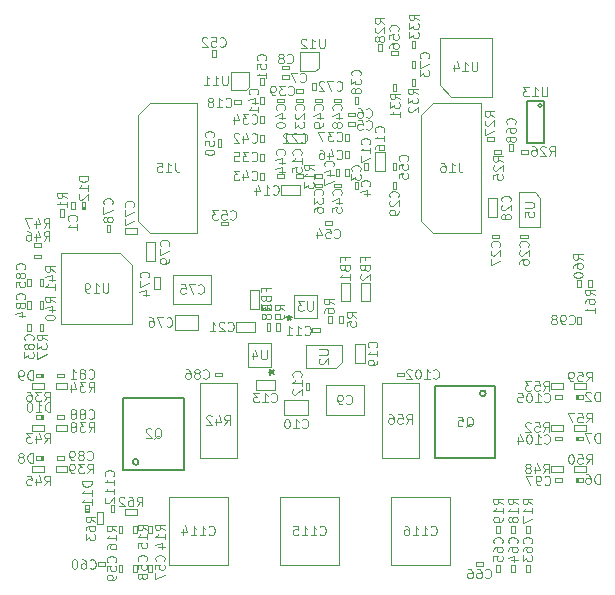
<source format=gbr>
%TF.GenerationSoftware,KiCad,Pcbnew,(5.1.6)-1*%
%TF.CreationDate,2020-11-09T17:25:15+01:00*%
%TF.ProjectId,omodri_laas,6f6d6f64-7269-45f6-9c61-61732e6b6963,1.0*%
%TF.SameCoordinates,Original*%
%TF.FileFunction,Other,Fab,Bot*%
%FSLAX46Y46*%
G04 Gerber Fmt 4.6, Leading zero omitted, Abs format (unit mm)*
G04 Created by KiCad (PCBNEW (5.1.6)-1) date 2020-11-09 17:25:15*
%MOMM*%
%LPD*%
G01*
G04 APERTURE LIST*
%ADD10C,0.152400*%
%ADD11C,0.120000*%
%ADD12C,0.100000*%
%ADD13C,0.150000*%
G04 APERTURE END LIST*
D10*
%TO.C,Q2*%
X114350000Y-84450000D02*
X114350000Y-90549998D01*
X109250000Y-84450000D02*
X109250000Y-90549998D01*
X109250000Y-84450000D02*
X114350000Y-84450000D01*
X109250000Y-90549998D02*
X114350000Y-90549998D01*
X110550000Y-89899999D02*
G75*
G03*
X110550000Y-89899999I-250000J0D01*
G01*
%TO.C,Q5*%
X135650000Y-89550000D02*
X135650000Y-83450002D01*
X140750000Y-89550000D02*
X140750000Y-83450002D01*
X140750000Y-89550000D02*
X135650000Y-89550000D01*
X140750000Y-83450002D02*
X135650000Y-83450002D01*
X139950000Y-84100001D02*
G75*
G03*
X139950000Y-84100001I-250000J0D01*
G01*
D11*
%TO.C,J15*%
X115500000Y-70500000D02*
X115500000Y-59500000D01*
X115500000Y-59500000D02*
X111500000Y-59500000D01*
X111500000Y-59500000D02*
X110500000Y-60500000D01*
X110500000Y-60500000D02*
X110500000Y-69500000D01*
X110500000Y-69500000D02*
X111500000Y-70500000D01*
X111500000Y-70500000D02*
X115500000Y-70500000D01*
D10*
%TO.C,U13*%
X144676773Y-59724995D02*
G75*
G03*
X144676773Y-59724995I-176774J0D01*
G01*
X144875000Y-59324996D02*
X143425000Y-59324996D01*
X143425000Y-62924994D02*
X143425000Y-59324996D01*
X144875000Y-62924994D02*
X143425000Y-62924994D01*
X144875000Y-62924994D02*
X144875000Y-59324996D01*
D12*
%TO.C,C88*%
X103615000Y-85930000D02*
X103615000Y-86230000D01*
X103615000Y-86230000D02*
X104215000Y-86230000D01*
X104215000Y-86230000D02*
X104215000Y-85930000D01*
X104215000Y-85930000D02*
X103615000Y-85930000D01*
%TO.C,R61*%
X148630000Y-75080000D02*
X148930000Y-75080000D01*
X148930000Y-75080000D02*
X148930000Y-74480000D01*
X148930000Y-74480000D02*
X148630000Y-74480000D01*
X148630000Y-74480000D02*
X148630000Y-75080000D01*
%TO.C,R60*%
X147680000Y-75080000D02*
X147980000Y-75080000D01*
X147980000Y-75080000D02*
X147980000Y-74480000D01*
X147980000Y-74480000D02*
X147680000Y-74480000D01*
X147680000Y-74480000D02*
X147680000Y-75080000D01*
%TO.C,C98*%
X147980000Y-77620000D02*
X147680000Y-77620000D01*
X147680000Y-77620000D02*
X147680000Y-78220000D01*
X147680000Y-78220000D02*
X147980000Y-78220000D01*
X147980000Y-78220000D02*
X147980000Y-77620000D01*
D11*
%TO.C,U4*%
X121800000Y-81862500D02*
X121800000Y-79862500D01*
X121800000Y-79862500D02*
X119800000Y-79862500D01*
X119800000Y-79862500D02*
X119800000Y-81862500D01*
X119800000Y-81862500D02*
X121800000Y-81862500D01*
%TO.C,U3*%
X123666800Y-77744700D02*
X125666800Y-77744700D01*
X125666800Y-77744700D02*
X125666800Y-75744700D01*
X125666800Y-75744700D02*
X123666800Y-75744700D01*
X123666800Y-75744700D02*
X123666800Y-77744700D01*
%TO.C,R56*%
X134300000Y-83200000D02*
X131150000Y-83200000D01*
X131150000Y-83200000D02*
X131150000Y-89600000D01*
X131150000Y-89600000D02*
X134300000Y-89600000D01*
X134300000Y-89600000D02*
X134300000Y-83200000D01*
D12*
%TO.C,C1*%
X104830000Y-68490000D02*
X105130000Y-68490000D01*
X105130000Y-68490000D02*
X105130000Y-67890000D01*
X105130000Y-67890000D02*
X104830000Y-67890000D01*
X104830000Y-67890000D02*
X104830000Y-68490000D01*
%TO.C,C3*%
X128050400Y-65680000D02*
X128350400Y-65680000D01*
X128350400Y-65680000D02*
X128350400Y-65080000D01*
X128350400Y-65080000D02*
X128050400Y-65080000D01*
X128050400Y-65080000D02*
X128050400Y-65680000D01*
%TO.C,C4*%
X129153292Y-66203334D02*
X128853292Y-66203334D01*
X128853292Y-66203334D02*
X128853292Y-66803334D01*
X128853292Y-66803334D02*
X129153292Y-66803334D01*
X129153292Y-66803334D02*
X129153292Y-66203334D01*
%TO.C,C5*%
X128900000Y-61450000D02*
X128900000Y-61150000D01*
X128900000Y-61150000D02*
X128300000Y-61150000D01*
X128300000Y-61150000D02*
X128300000Y-61450000D01*
X128300000Y-61450000D02*
X128900000Y-61450000D01*
%TO.C,C6*%
X128900000Y-60650000D02*
X128900000Y-60350000D01*
X128900000Y-60350000D02*
X128300000Y-60350000D01*
X128300000Y-60350000D02*
X128300000Y-60650000D01*
X128300000Y-60650000D02*
X128900000Y-60650000D01*
%TO.C,C7*%
X123305000Y-57460000D02*
X123305000Y-57160000D01*
X123305000Y-57160000D02*
X122705000Y-57160000D01*
X122705000Y-57160000D02*
X122705000Y-57460000D01*
X122705000Y-57460000D02*
X123305000Y-57460000D01*
%TO.C,C8*%
X123302370Y-56658287D02*
X123302370Y-56358287D01*
X123302370Y-56358287D02*
X122702370Y-56358287D01*
X122702370Y-56358287D02*
X122702370Y-56658287D01*
X122702370Y-56658287D02*
X123302370Y-56658287D01*
%TO.C,C9*%
X126400000Y-83420000D02*
X126400000Y-85920000D01*
X126400000Y-85920000D02*
X129600000Y-85920000D01*
X129600000Y-85920000D02*
X129600000Y-83420000D01*
X129600000Y-83420000D02*
X126400000Y-83420000D01*
%TO.C,C10*%
X124900000Y-85900000D02*
X124900000Y-84700000D01*
X124900000Y-84700000D02*
X122900000Y-84700000D01*
X122900000Y-84700000D02*
X122900000Y-85900000D01*
X122900000Y-85900000D02*
X124900000Y-85900000D01*
%TO.C,C11*%
X125270000Y-78600000D02*
X125270000Y-78900000D01*
X125270000Y-78900000D02*
X125870000Y-78900000D01*
X125870000Y-78900000D02*
X125870000Y-78600000D01*
X125870000Y-78600000D02*
X125270000Y-78600000D01*
%TO.C,C12*%
X125000000Y-83200000D02*
X124700000Y-83200000D01*
X124700000Y-83200000D02*
X124700000Y-83800000D01*
X124700000Y-83800000D02*
X125000000Y-83800000D01*
X125000000Y-83800000D02*
X125000000Y-83200000D01*
%TO.C,C13*%
X122075000Y-83773750D02*
X122075000Y-82973750D01*
X122075000Y-82973750D02*
X120475000Y-82973750D01*
X120475000Y-82973750D02*
X120475000Y-83773750D01*
X120475000Y-83773750D02*
X122075000Y-83773750D01*
%TO.C,C14*%
X122620000Y-66480000D02*
X122620000Y-67280000D01*
X122620000Y-67280000D02*
X124220000Y-67280000D01*
X124220000Y-67280000D02*
X124220000Y-66480000D01*
X124220000Y-66480000D02*
X122620000Y-66480000D01*
%TO.C,C15*%
X123900000Y-65551566D02*
X123900000Y-65851566D01*
X123900000Y-65851566D02*
X124500000Y-65851566D01*
X124500000Y-65851566D02*
X124500000Y-65551566D01*
X124500000Y-65551566D02*
X123900000Y-65551566D01*
%TO.C,C16*%
X130600000Y-65232500D02*
X131400000Y-65232500D01*
X131400000Y-65232500D02*
X131400000Y-63632500D01*
X131400000Y-63632500D02*
X130600000Y-63632500D01*
X130600000Y-63632500D02*
X130600000Y-65232500D01*
%TO.C,C17*%
X129650000Y-65200000D02*
X129950000Y-65200000D01*
X129950000Y-65200000D02*
X129950000Y-64600000D01*
X129950000Y-64600000D02*
X129650000Y-64600000D01*
X129650000Y-64600000D02*
X129650000Y-65200000D01*
%TO.C,C19*%
X129682000Y-79920000D02*
X128882000Y-79920000D01*
X128882000Y-79920000D02*
X128882000Y-81520000D01*
X128882000Y-81520000D02*
X129682000Y-81520000D01*
X129682000Y-81520000D02*
X129682000Y-79920000D01*
%TO.C,C21*%
X120422500Y-78880000D02*
X120422500Y-78080000D01*
X120422500Y-78080000D02*
X118822500Y-78080000D01*
X118822500Y-78080000D02*
X118822500Y-78880000D01*
X118822500Y-78880000D02*
X120422500Y-78880000D01*
%TO.C,C22*%
X123000000Y-62100000D02*
X123000000Y-62900000D01*
X123000000Y-62900000D02*
X124600000Y-62900000D01*
X124600000Y-62900000D02*
X124600000Y-62100000D01*
X124600000Y-62100000D02*
X123000000Y-62100000D01*
%TO.C,C23*%
X123900000Y-59150000D02*
X123900000Y-59450000D01*
X123900000Y-59450000D02*
X124500000Y-59450000D01*
X124500000Y-59450000D02*
X124500000Y-59150000D01*
X124500000Y-59150000D02*
X123900000Y-59150000D01*
%TO.C,C26*%
X142880000Y-70680000D02*
X142880000Y-70980000D01*
X142880000Y-70980000D02*
X143480000Y-70980000D01*
X143480000Y-70980000D02*
X143480000Y-70680000D01*
X143480000Y-70680000D02*
X142880000Y-70680000D01*
%TO.C,C27*%
X141090000Y-70980000D02*
X141090000Y-70680000D01*
X141090000Y-70680000D02*
X140490000Y-70680000D01*
X140490000Y-70680000D02*
X140490000Y-70980000D01*
X140490000Y-70980000D02*
X141090000Y-70980000D01*
%TO.C,C28*%
X140917500Y-67567500D02*
X140117500Y-67567500D01*
X140117500Y-67567500D02*
X140117500Y-69167500D01*
X140117500Y-69167500D02*
X140917500Y-69167500D01*
X140917500Y-69167500D02*
X140917500Y-67567500D01*
%TO.C,C29*%
X132050000Y-66800000D02*
X132350000Y-66800000D01*
X132350000Y-66800000D02*
X132350000Y-66200000D01*
X132350000Y-66200000D02*
X132050000Y-66200000D01*
X132050000Y-66200000D02*
X132050000Y-66800000D01*
%TO.C,C34*%
X120844938Y-61203689D02*
X121144938Y-61203689D01*
X121144938Y-61203689D02*
X121144938Y-60603689D01*
X121144938Y-60603689D02*
X120844938Y-60603689D01*
X120844938Y-60603689D02*
X120844938Y-61203689D01*
%TO.C,C35*%
X121154163Y-63797523D02*
X120854163Y-63797523D01*
X120854163Y-63797523D02*
X120854163Y-64397523D01*
X120854163Y-64397523D02*
X121154163Y-64397523D01*
X121154163Y-64397523D02*
X121154163Y-63797523D01*
%TO.C,C36*%
X125501561Y-66350000D02*
X125501561Y-66650000D01*
X125501561Y-66650000D02*
X126101561Y-66650000D01*
X126101561Y-66650000D02*
X126101561Y-66350000D01*
X126101561Y-66350000D02*
X125501561Y-66350000D01*
%TO.C,C37*%
X128050000Y-62700000D02*
X128350000Y-62700000D01*
X128350000Y-62700000D02*
X128350000Y-62100000D01*
X128350000Y-62100000D02*
X128050000Y-62100000D01*
X128050000Y-62100000D02*
X128050000Y-62700000D01*
%TO.C,C38*%
X128850000Y-59598358D02*
X129150000Y-59598358D01*
X129150000Y-59598358D02*
X129150000Y-58998358D01*
X129150000Y-58998358D02*
X128850000Y-58998358D01*
X128850000Y-58998358D02*
X128850000Y-59598358D01*
%TO.C,C39*%
X123899965Y-58348446D02*
X123899965Y-58648446D01*
X123899965Y-58648446D02*
X124499965Y-58648446D01*
X124499965Y-58648446D02*
X124499965Y-58348446D01*
X124499965Y-58348446D02*
X123899965Y-58348446D01*
%TO.C,C40*%
X122300000Y-59150000D02*
X122300000Y-59450000D01*
X122300000Y-59450000D02*
X122900000Y-59450000D01*
X122900000Y-59450000D02*
X122900000Y-59150000D01*
X122900000Y-59150000D02*
X122300000Y-59150000D01*
%TO.C,C41*%
X120844938Y-59603488D02*
X121144938Y-59603488D01*
X121144938Y-59603488D02*
X121144938Y-59003488D01*
X121144938Y-59003488D02*
X120844938Y-59003488D01*
X120844938Y-59003488D02*
X120844938Y-59603488D01*
%TO.C,C42*%
X120850000Y-62800000D02*
X121150000Y-62800000D01*
X121150000Y-62800000D02*
X121150000Y-62200000D01*
X121150000Y-62200000D02*
X120850000Y-62200000D01*
X120850000Y-62200000D02*
X120850000Y-62800000D01*
%TO.C,C43*%
X121148346Y-65401675D02*
X120848346Y-65401675D01*
X120848346Y-65401675D02*
X120848346Y-66001675D01*
X120848346Y-66001675D02*
X121148346Y-66001675D01*
X121148346Y-66001675D02*
X121148346Y-65401675D01*
%TO.C,C44*%
X122900000Y-65848372D02*
X122900000Y-65548372D01*
X122900000Y-65548372D02*
X122300000Y-65548372D01*
X122300000Y-65548372D02*
X122300000Y-65848372D01*
X122300000Y-65848372D02*
X122900000Y-65848372D01*
%TO.C,C45*%
X127101579Y-66351600D02*
X127101579Y-66651600D01*
X127101579Y-66651600D02*
X127701579Y-66651600D01*
X127701579Y-66651600D02*
X127701579Y-66351600D01*
X127701579Y-66351600D02*
X127101579Y-66351600D01*
%TO.C,C46*%
X128350000Y-63600000D02*
X128050000Y-63600000D01*
X128050000Y-63600000D02*
X128050000Y-64200000D01*
X128050000Y-64200000D02*
X128350000Y-64200000D01*
X128350000Y-64200000D02*
X128350000Y-63600000D01*
%TO.C,C47*%
X127250000Y-65681599D02*
X127550000Y-65681599D01*
X127550000Y-65681599D02*
X127550000Y-65081599D01*
X127550000Y-65081599D02*
X127250000Y-65081599D01*
X127250000Y-65081599D02*
X127250000Y-65681599D01*
%TO.C,C48*%
X127700000Y-59450000D02*
X127700000Y-59150000D01*
X127700000Y-59150000D02*
X127100000Y-59150000D01*
X127100000Y-59150000D02*
X127100000Y-59450000D01*
X127100000Y-59450000D02*
X127700000Y-59450000D01*
%TO.C,C49*%
X126100000Y-59450000D02*
X126100000Y-59150000D01*
X126100000Y-59150000D02*
X125500000Y-59150000D01*
X125500000Y-59150000D02*
X125500000Y-59450000D01*
X125500000Y-59450000D02*
X126100000Y-59450000D01*
%TO.C,C50*%
X117250000Y-63200000D02*
X117550000Y-63200000D01*
X117550000Y-63200000D02*
X117550000Y-62600000D01*
X117550000Y-62600000D02*
X117250000Y-62600000D01*
X117250000Y-62600000D02*
X117250000Y-63200000D01*
%TO.C,C51*%
X121150000Y-57401667D02*
X120850000Y-57401667D01*
X120850000Y-57401667D02*
X120850000Y-58001667D01*
X120850000Y-58001667D02*
X121150000Y-58001667D01*
X121150000Y-58001667D02*
X121150000Y-57401667D01*
%TO.C,C52*%
X116780000Y-55600000D02*
X117080000Y-55600000D01*
X117080000Y-55600000D02*
X117080000Y-55000000D01*
X117080000Y-55000000D02*
X116780000Y-55000000D01*
X116780000Y-55000000D02*
X116780000Y-55600000D01*
%TO.C,C53*%
X118101596Y-69850000D02*
X118101596Y-69550000D01*
X118101596Y-69550000D02*
X117501596Y-69550000D01*
X117501596Y-69550000D02*
X117501596Y-69850000D01*
X117501596Y-69850000D02*
X118101596Y-69850000D01*
%TO.C,C54*%
X126300000Y-69545986D02*
X126300000Y-69845986D01*
X126300000Y-69845986D02*
X126900000Y-69845986D01*
X126900000Y-69845986D02*
X126900000Y-69545986D01*
X126900000Y-69545986D02*
X126300000Y-69545986D01*
%TO.C,C55*%
X132350000Y-64600000D02*
X132050000Y-64600000D01*
X132050000Y-64600000D02*
X132050000Y-65200000D01*
X132050000Y-65200000D02*
X132350000Y-65200000D01*
X132350000Y-65200000D02*
X132350000Y-64600000D01*
%TO.C,C56*%
X131900000Y-55150000D02*
X131900000Y-55450000D01*
X131900000Y-55450000D02*
X132500000Y-55450000D01*
X132500000Y-55450000D02*
X132500000Y-55150000D01*
X132500000Y-55150000D02*
X131900000Y-55150000D01*
%TO.C,C57*%
X111650000Y-98600000D02*
X111350000Y-98600000D01*
X111350000Y-98600000D02*
X111350000Y-99200000D01*
X111350000Y-99200000D02*
X111650000Y-99200000D01*
X111650000Y-99200000D02*
X111650000Y-98600000D01*
%TO.C,C58*%
X110400000Y-98600000D02*
X110100000Y-98600000D01*
X110100000Y-98600000D02*
X110100000Y-99200000D01*
X110100000Y-99200000D02*
X110400000Y-99200000D01*
X110400000Y-99200000D02*
X110400000Y-98600000D01*
%TO.C,C59*%
X109150000Y-98600000D02*
X108850000Y-98600000D01*
X108850000Y-98600000D02*
X108850000Y-99200000D01*
X108850000Y-99200000D02*
X109150000Y-99200000D01*
X109150000Y-99200000D02*
X109150000Y-98600000D01*
%TO.C,C60*%
X107730000Y-98700000D02*
X107730000Y-98400000D01*
X107730000Y-98400000D02*
X107130000Y-98400000D01*
X107130000Y-98400000D02*
X107130000Y-98700000D01*
X107130000Y-98700000D02*
X107730000Y-98700000D01*
%TO.C,C63*%
X143650000Y-98600000D02*
X143350000Y-98600000D01*
X143350000Y-98600000D02*
X143350000Y-99200000D01*
X143350000Y-99200000D02*
X143650000Y-99200000D01*
X143650000Y-99200000D02*
X143650000Y-98600000D01*
%TO.C,C64*%
X142400000Y-98600000D02*
X142100000Y-98600000D01*
X142100000Y-98600000D02*
X142100000Y-99200000D01*
X142100000Y-99200000D02*
X142400000Y-99200000D01*
X142400000Y-99200000D02*
X142400000Y-98600000D01*
%TO.C,C65*%
X141150000Y-98600000D02*
X140850000Y-98600000D01*
X140850000Y-98600000D02*
X140850000Y-99200000D01*
X140850000Y-99200000D02*
X141150000Y-99200000D01*
X141150000Y-99200000D02*
X141150000Y-98600000D01*
%TO.C,C66*%
X139730000Y-98700000D02*
X139730000Y-98400000D01*
X139730000Y-98400000D02*
X139130000Y-98400000D01*
X139130000Y-98400000D02*
X139130000Y-98700000D01*
X139130000Y-98700000D02*
X139730000Y-98700000D01*
%TO.C,C72*%
X125550000Y-57800000D02*
X125250000Y-57800000D01*
X125250000Y-57800000D02*
X125250000Y-58400000D01*
X125250000Y-58400000D02*
X125550000Y-58400000D01*
X125550000Y-58400000D02*
X125550000Y-57800000D01*
%TO.C,C73*%
X133690000Y-56530000D02*
X133990000Y-56530000D01*
X133990000Y-56530000D02*
X133990000Y-55930000D01*
X133990000Y-55930000D02*
X133690000Y-55930000D01*
X133690000Y-55930000D02*
X133690000Y-56530000D01*
%TO.C,C74*%
X112325000Y-74265000D02*
X111825000Y-74265000D01*
X111825000Y-74265000D02*
X111825000Y-75265000D01*
X111825000Y-75265000D02*
X112325000Y-75265000D01*
X112325000Y-75265000D02*
X112325000Y-74265000D01*
%TO.C,C75*%
X113475000Y-74060000D02*
X113475000Y-76560000D01*
X113475000Y-76560000D02*
X116675000Y-76560000D01*
X116675000Y-76560000D02*
X116675000Y-74060000D01*
X116675000Y-74060000D02*
X113475000Y-74060000D01*
%TO.C,C76*%
X113612500Y-77500000D02*
X113612500Y-78700000D01*
X113612500Y-78700000D02*
X115612500Y-78700000D01*
X115612500Y-78700000D02*
X115612500Y-77500000D01*
X115612500Y-77500000D02*
X113612500Y-77500000D01*
%TO.C,C77*%
X110385000Y-70625000D02*
X110385000Y-70125000D01*
X110385000Y-70125000D02*
X109385000Y-70125000D01*
X109385000Y-70125000D02*
X109385000Y-70625000D01*
X109385000Y-70625000D02*
X110385000Y-70625000D01*
%TO.C,C78*%
X107850000Y-70445000D02*
X108150000Y-70445000D01*
X108150000Y-70445000D02*
X108150000Y-69845000D01*
X108150000Y-69845000D02*
X107850000Y-69845000D01*
X107850000Y-69845000D02*
X107850000Y-70445000D01*
%TO.C,C79*%
X111175000Y-72900000D02*
X111975000Y-72900000D01*
X111975000Y-72900000D02*
X111975000Y-71300000D01*
X111975000Y-71300000D02*
X111175000Y-71300000D01*
X111175000Y-71300000D02*
X111175000Y-72900000D01*
%TO.C,C81*%
X103615000Y-82430000D02*
X103615000Y-82730000D01*
X103615000Y-82730000D02*
X104215000Y-82730000D01*
X104215000Y-82730000D02*
X104215000Y-82430000D01*
X104215000Y-82430000D02*
X103615000Y-82430000D01*
%TO.C,C83*%
X101120000Y-78820000D02*
X101420000Y-78820000D01*
X101420000Y-78820000D02*
X101420000Y-78220000D01*
X101420000Y-78220000D02*
X101120000Y-78220000D01*
X101120000Y-78220000D02*
X101120000Y-78820000D01*
%TO.C,C84*%
X101420000Y-76320000D02*
X101120000Y-76320000D01*
X101120000Y-76320000D02*
X101120000Y-76920000D01*
X101120000Y-76920000D02*
X101420000Y-76920000D01*
X101420000Y-76920000D02*
X101420000Y-76320000D01*
%TO.C,C85*%
X101420000Y-74420000D02*
X101120000Y-74420000D01*
X101120000Y-74420000D02*
X101120000Y-75020000D01*
X101120000Y-75020000D02*
X101420000Y-75020000D01*
X101420000Y-75020000D02*
X101420000Y-74420000D01*
%TO.C,C86*%
X117000000Y-82350000D02*
X117000000Y-82650000D01*
X117000000Y-82650000D02*
X117600000Y-82650000D01*
X117600000Y-82650000D02*
X117600000Y-82350000D01*
X117600000Y-82350000D02*
X117000000Y-82350000D01*
%TO.C,C89*%
X103615000Y-89430000D02*
X103615000Y-89730000D01*
X103615000Y-89730000D02*
X104215000Y-89730000D01*
X104215000Y-89730000D02*
X104215000Y-89430000D01*
X104215000Y-89430000D02*
X103615000Y-89430000D01*
%TO.C,C97*%
X146385000Y-91575000D02*
X146385000Y-91275000D01*
X146385000Y-91275000D02*
X145785000Y-91275000D01*
X145785000Y-91275000D02*
X145785000Y-91575000D01*
X145785000Y-91575000D02*
X146385000Y-91575000D01*
%TO.C,C102*%
X133000000Y-82650000D02*
X133000000Y-82350000D01*
X133000000Y-82350000D02*
X132400000Y-82350000D01*
X132400000Y-82350000D02*
X132400000Y-82650000D01*
X132400000Y-82650000D02*
X133000000Y-82650000D01*
%TO.C,C104*%
X146385000Y-88075000D02*
X146385000Y-87775000D01*
X146385000Y-87775000D02*
X145785000Y-87775000D01*
X145785000Y-87775000D02*
X145785000Y-88075000D01*
X145785000Y-88075000D02*
X146385000Y-88075000D01*
%TO.C,C105*%
X146385000Y-84575000D02*
X146385000Y-84275000D01*
X146385000Y-84275000D02*
X145785000Y-84275000D01*
X145785000Y-84275000D02*
X145785000Y-84575000D01*
X145785000Y-84575000D02*
X146385000Y-84575000D01*
%TO.C,C112*%
X108190000Y-94130000D02*
X108490000Y-94130000D01*
X108490000Y-94130000D02*
X108490000Y-93530000D01*
X108490000Y-93530000D02*
X108190000Y-93530000D01*
X108190000Y-93530000D02*
X108190000Y-94130000D01*
%TO.C,FB1*%
X128450000Y-74719700D02*
X127650000Y-74719700D01*
X127650000Y-74719700D02*
X127650000Y-76319700D01*
X127650000Y-76319700D02*
X128450000Y-76319700D01*
X128450000Y-76319700D02*
X128450000Y-74719700D01*
%TO.C,FB2*%
X130150000Y-74719700D02*
X129350000Y-74719700D01*
X129350000Y-74719700D02*
X129350000Y-76319700D01*
X129350000Y-76319700D02*
X130150000Y-76319700D01*
X130150000Y-76319700D02*
X130150000Y-74719700D01*
%TO.C,FB3*%
X120770000Y-75317500D02*
X119970000Y-75317500D01*
X119970000Y-75317500D02*
X119970000Y-76917500D01*
X119970000Y-76917500D02*
X120770000Y-76917500D01*
X120770000Y-76917500D02*
X120770000Y-75317500D01*
%TO.C,R1*%
X104230000Y-68530000D02*
X103930000Y-68530000D01*
X103930000Y-68530000D02*
X103930000Y-69130000D01*
X103930000Y-69130000D02*
X104230000Y-69130000D01*
X104230000Y-69130000D02*
X104230000Y-68530000D01*
%TO.C,R6*%
X126900000Y-77514700D02*
X126600000Y-77514700D01*
X126600000Y-77514700D02*
X126600000Y-78114700D01*
X126600000Y-78114700D02*
X126900000Y-78114700D01*
X126900000Y-78114700D02*
X126900000Y-77514700D01*
%TO.C,R8*%
X121700000Y-78180000D02*
X121400000Y-78180000D01*
X121400000Y-78180000D02*
X121400000Y-78780000D01*
X121400000Y-78780000D02*
X121700000Y-78780000D01*
X121700000Y-78780000D02*
X121700000Y-78180000D01*
%TO.C,R9*%
X122200000Y-78780000D02*
X122500000Y-78780000D01*
X122500000Y-78780000D02*
X122500000Y-78180000D01*
X122500000Y-78180000D02*
X122200000Y-78180000D01*
X122200000Y-78180000D02*
X122200000Y-78780000D01*
%TO.C,R13*%
X125501561Y-65560000D02*
X125501561Y-65860000D01*
X125501561Y-65860000D02*
X126101561Y-65860000D01*
X126101561Y-65860000D02*
X126101561Y-65560000D01*
X126101561Y-65560000D02*
X125501561Y-65560000D01*
%TO.C,R14*%
X111650000Y-95300000D02*
X111350000Y-95300000D01*
X111350000Y-95300000D02*
X111350000Y-95900000D01*
X111350000Y-95900000D02*
X111650000Y-95900000D01*
X111650000Y-95900000D02*
X111650000Y-95300000D01*
%TO.C,R15*%
X110400000Y-95300000D02*
X110100000Y-95300000D01*
X110100000Y-95300000D02*
X110100000Y-95900000D01*
X110100000Y-95900000D02*
X110400000Y-95900000D01*
X110400000Y-95900000D02*
X110400000Y-95300000D01*
%TO.C,R16*%
X109150000Y-95300000D02*
X108850000Y-95300000D01*
X108850000Y-95300000D02*
X108850000Y-95900000D01*
X108850000Y-95900000D02*
X109150000Y-95900000D01*
X109150000Y-95900000D02*
X109150000Y-95300000D01*
%TO.C,R17*%
X143650000Y-95300000D02*
X143350000Y-95300000D01*
X143350000Y-95300000D02*
X143350000Y-95900000D01*
X143350000Y-95900000D02*
X143650000Y-95900000D01*
X143650000Y-95900000D02*
X143650000Y-95300000D01*
%TO.C,R18*%
X142400000Y-95300000D02*
X142100000Y-95300000D01*
X142100000Y-95300000D02*
X142100000Y-95900000D01*
X142100000Y-95900000D02*
X142400000Y-95900000D01*
X142400000Y-95900000D02*
X142400000Y-95300000D01*
%TO.C,R19*%
X141150000Y-95300000D02*
X140850000Y-95300000D01*
X140850000Y-95300000D02*
X140850000Y-95900000D01*
X140850000Y-95900000D02*
X141150000Y-95900000D01*
X141150000Y-95900000D02*
X141150000Y-95300000D01*
%TO.C,R25*%
X140650000Y-63500000D02*
X140650000Y-63800000D01*
X140650000Y-63800000D02*
X141250000Y-63800000D01*
X141250000Y-63800000D02*
X141250000Y-63500000D01*
X141250000Y-63500000D02*
X140650000Y-63500000D01*
%TO.C,R26*%
X143545000Y-63800000D02*
X143545000Y-63500000D01*
X143545000Y-63500000D02*
X142945000Y-63500000D01*
X142945000Y-63500000D02*
X142945000Y-63800000D01*
X142945000Y-63800000D02*
X143545000Y-63800000D01*
%TO.C,R27*%
X140610000Y-62700000D02*
X140610000Y-62400000D01*
X140610000Y-62400000D02*
X140010000Y-62400000D01*
X140010000Y-62400000D02*
X140010000Y-62700000D01*
X140010000Y-62700000D02*
X140610000Y-62700000D01*
%TO.C,R28*%
X130850000Y-55120000D02*
X131150000Y-55120000D01*
X131150000Y-55120000D02*
X131150000Y-54520000D01*
X131150000Y-54520000D02*
X130850000Y-54520000D01*
X130850000Y-54520000D02*
X130850000Y-55120000D01*
%TO.C,R31*%
X132350000Y-57880000D02*
X132050000Y-57880000D01*
X132050000Y-57880000D02*
X132050000Y-58480000D01*
X132050000Y-58480000D02*
X132350000Y-58480000D01*
X132350000Y-58480000D02*
X132350000Y-57880000D01*
%TO.C,R32*%
X133690000Y-58070000D02*
X133990000Y-58070000D01*
X133990000Y-58070000D02*
X133990000Y-57470000D01*
X133990000Y-57470000D02*
X133690000Y-57470000D01*
X133690000Y-57470000D02*
X133690000Y-58070000D01*
%TO.C,R33*%
X133990000Y-54230000D02*
X133690000Y-54230000D01*
X133690000Y-54230000D02*
X133690000Y-54830000D01*
X133690000Y-54830000D02*
X133990000Y-54830000D01*
X133990000Y-54830000D02*
X133990000Y-54230000D01*
%TO.C,R34*%
X104515000Y-83750000D02*
X104515000Y-83250000D01*
X104515000Y-83250000D02*
X103515000Y-83250000D01*
X103515000Y-83250000D02*
X103515000Y-83750000D01*
X103515000Y-83750000D02*
X104515000Y-83750000D01*
%TO.C,R36*%
X102550000Y-83750000D02*
X102550000Y-83250000D01*
X102550000Y-83250000D02*
X101550000Y-83250000D01*
X101550000Y-83250000D02*
X101550000Y-83750000D01*
X101550000Y-83750000D02*
X102550000Y-83750000D01*
%TO.C,R37*%
X102170000Y-78820000D02*
X102470000Y-78820000D01*
X102470000Y-78820000D02*
X102470000Y-78220000D01*
X102470000Y-78220000D02*
X102170000Y-78220000D01*
X102170000Y-78220000D02*
X102170000Y-78820000D01*
%TO.C,R38*%
X104515000Y-87250000D02*
X104515000Y-86750000D01*
X104515000Y-86750000D02*
X103515000Y-86750000D01*
X103515000Y-86750000D02*
X103515000Y-87250000D01*
X103515000Y-87250000D02*
X104515000Y-87250000D01*
%TO.C,R39*%
X104515000Y-90750000D02*
X104515000Y-90250000D01*
X104515000Y-90250000D02*
X103515000Y-90250000D01*
X103515000Y-90250000D02*
X103515000Y-90750000D01*
X103515000Y-90750000D02*
X104515000Y-90750000D01*
%TO.C,R40*%
X102470000Y-76320000D02*
X102170000Y-76320000D01*
X102170000Y-76320000D02*
X102170000Y-76920000D01*
X102170000Y-76920000D02*
X102470000Y-76920000D01*
X102470000Y-76920000D02*
X102470000Y-76320000D01*
%TO.C,R41*%
X102470000Y-74420000D02*
X102170000Y-74420000D01*
X102170000Y-74420000D02*
X102170000Y-75020000D01*
X102170000Y-75020000D02*
X102470000Y-75020000D01*
X102470000Y-75020000D02*
X102470000Y-74420000D01*
D11*
%TO.C,R42*%
X118900000Y-83200000D02*
X115750000Y-83200000D01*
X115750000Y-83200000D02*
X115750000Y-89600000D01*
X115750000Y-89600000D02*
X118900000Y-89600000D01*
X118900000Y-89600000D02*
X118900000Y-83200000D01*
D12*
%TO.C,R43*%
X102555000Y-87250000D02*
X102555000Y-86750000D01*
X102555000Y-86750000D02*
X101555000Y-86750000D01*
X101555000Y-86750000D02*
X101555000Y-87250000D01*
X101555000Y-87250000D02*
X102555000Y-87250000D01*
%TO.C,R45*%
X102560000Y-90750000D02*
X102560000Y-90250000D01*
X102560000Y-90250000D02*
X101560000Y-90250000D01*
X101560000Y-90250000D02*
X101560000Y-90750000D01*
X101560000Y-90750000D02*
X102560000Y-90750000D01*
%TO.C,R46*%
X102270000Y-72650000D02*
X102270000Y-72350000D01*
X102270000Y-72350000D02*
X101670000Y-72350000D01*
X101670000Y-72350000D02*
X101670000Y-72650000D01*
X101670000Y-72650000D02*
X102270000Y-72650000D01*
%TO.C,R47*%
X102270000Y-71700000D02*
X102270000Y-71400000D01*
X102270000Y-71400000D02*
X101670000Y-71400000D01*
X101670000Y-71400000D02*
X101670000Y-71700000D01*
X101670000Y-71700000D02*
X102270000Y-71700000D01*
%TO.C,R48*%
X145485000Y-90250000D02*
X145485000Y-90750000D01*
X145485000Y-90750000D02*
X146485000Y-90750000D01*
X146485000Y-90750000D02*
X146485000Y-90250000D01*
X146485000Y-90250000D02*
X145485000Y-90250000D01*
%TO.C,R50*%
X147450000Y-90250000D02*
X147450000Y-90750000D01*
X147450000Y-90750000D02*
X148450000Y-90750000D01*
X148450000Y-90750000D02*
X148450000Y-90250000D01*
X148450000Y-90250000D02*
X147450000Y-90250000D01*
%TO.C,R52*%
X145485000Y-86750000D02*
X145485000Y-87250000D01*
X145485000Y-87250000D02*
X146485000Y-87250000D01*
X146485000Y-87250000D02*
X146485000Y-86750000D01*
X146485000Y-86750000D02*
X145485000Y-86750000D01*
%TO.C,R53*%
X145485000Y-83250000D02*
X145485000Y-83750000D01*
X145485000Y-83750000D02*
X146485000Y-83750000D01*
X146485000Y-83750000D02*
X146485000Y-83250000D01*
X146485000Y-83250000D02*
X145485000Y-83250000D01*
%TO.C,R57*%
X147450000Y-86750000D02*
X147450000Y-87250000D01*
X147450000Y-87250000D02*
X148450000Y-87250000D01*
X148450000Y-87250000D02*
X148450000Y-86750000D01*
X148450000Y-86750000D02*
X147450000Y-86750000D01*
%TO.C,R59*%
X147450000Y-83250000D02*
X147450000Y-83750000D01*
X147450000Y-83750000D02*
X148450000Y-83750000D01*
X148450000Y-83750000D02*
X148450000Y-83250000D01*
X148450000Y-83250000D02*
X147450000Y-83250000D01*
%TO.C,R62*%
X110375000Y-94400000D02*
X110375000Y-93900000D01*
X110375000Y-93900000D02*
X109375000Y-93900000D01*
X109375000Y-93900000D02*
X109375000Y-94400000D01*
X109375000Y-94400000D02*
X110375000Y-94400000D01*
%TO.C,R63*%
X107520000Y-94135000D02*
X107020000Y-94135000D01*
X107020000Y-94135000D02*
X107020000Y-95135000D01*
X107020000Y-95135000D02*
X107520000Y-95135000D01*
X107520000Y-95135000D02*
X107520000Y-94135000D01*
%TO.C,U12*%
X125780000Y-56510000D02*
X125500000Y-56790000D01*
X125780000Y-55230000D02*
X125780000Y-56510000D01*
X125500000Y-56790000D02*
X124220000Y-56790000D01*
X124220000Y-56790000D02*
X124220000Y-55230000D01*
X125780000Y-55230000D02*
X124220000Y-55230000D01*
%TO.C,U14*%
X137037500Y-58975000D02*
X140437500Y-58975000D01*
X140437500Y-58975000D02*
X140437500Y-53975000D01*
X140437500Y-53975000D02*
X136037500Y-53975000D01*
X136037500Y-53975000D02*
X136037500Y-57975000D01*
X136037500Y-57975000D02*
X137037500Y-58975000D01*
%TO.C,C114*%
X118100000Y-92900000D02*
X113100000Y-92900000D01*
X113100000Y-92900000D02*
X113100000Y-98600000D01*
X113100000Y-98600000D02*
X118100000Y-98600000D01*
X118100000Y-98600000D02*
X118100000Y-92900000D01*
%TO.C,C115*%
X127500000Y-92900000D02*
X122500000Y-92900000D01*
X122500000Y-92900000D02*
X122500000Y-98600000D01*
X122500000Y-98600000D02*
X127500000Y-98600000D01*
X127500000Y-98600000D02*
X127500000Y-92900000D01*
%TO.C,C116*%
X136900000Y-92900000D02*
X131900000Y-92900000D01*
X131900000Y-92900000D02*
X131900000Y-98600000D01*
X131900000Y-98600000D02*
X136900000Y-98600000D01*
X136900000Y-98600000D02*
X136900000Y-92900000D01*
%TO.C,U5*%
X144550000Y-67530000D02*
X144100000Y-67080000D01*
X142790000Y-67080000D02*
X144100000Y-67080000D01*
X144550000Y-67530000D02*
X144550000Y-69980000D01*
X142790000Y-69980000D02*
X144550000Y-69980000D01*
X142790000Y-67080000D02*
X142790000Y-69980000D01*
%TO.C,C18*%
X119250000Y-59600000D02*
X119250000Y-59300000D01*
X119250000Y-59300000D02*
X118650000Y-59300000D01*
X118650000Y-59300000D02*
X118650000Y-59600000D01*
X118650000Y-59600000D02*
X119250000Y-59600000D01*
%TO.C,U11*%
X119930000Y-58145000D02*
X119650000Y-58425000D01*
X119930000Y-56865000D02*
X119930000Y-58145000D01*
X119650000Y-58425000D02*
X118370000Y-58425000D01*
X118370000Y-58425000D02*
X118370000Y-56865000D01*
X119930000Y-56865000D02*
X118370000Y-56865000D01*
%TO.C,R5*%
X127550000Y-78114700D02*
X127850000Y-78114700D01*
X127850000Y-78114700D02*
X127850000Y-77514700D01*
X127850000Y-77514700D02*
X127550000Y-77514700D01*
X127550000Y-77514700D02*
X127550000Y-78114700D01*
%TO.C,D11*%
X106050000Y-94130000D02*
X106350000Y-94130000D01*
X106350000Y-94130000D02*
X106350000Y-93530000D01*
X106350000Y-93530000D02*
X106050000Y-93530000D01*
X106050000Y-93530000D02*
X106050000Y-94130000D01*
X106050000Y-94030000D02*
X106350000Y-94030000D01*
X106050000Y-93930000D02*
X106350000Y-93930000D01*
%TO.C,D2*%
X147550000Y-84275000D02*
X147550000Y-84575000D01*
X147550000Y-84575000D02*
X148150000Y-84575000D01*
X148150000Y-84575000D02*
X148150000Y-84275000D01*
X148150000Y-84275000D02*
X147550000Y-84275000D01*
X147650000Y-84275000D02*
X147650000Y-84575000D01*
X147750000Y-84275000D02*
X147750000Y-84575000D01*
%TO.C,D6*%
X147550000Y-91275000D02*
X147550000Y-91575000D01*
X147550000Y-91575000D02*
X148150000Y-91575000D01*
X148150000Y-91575000D02*
X148150000Y-91275000D01*
X148150000Y-91275000D02*
X147550000Y-91275000D01*
X147650000Y-91275000D02*
X147650000Y-91575000D01*
X147750000Y-91275000D02*
X147750000Y-91575000D01*
%TO.C,D7*%
X147550000Y-87775000D02*
X147550000Y-88075000D01*
X147550000Y-88075000D02*
X148150000Y-88075000D01*
X148150000Y-88075000D02*
X148150000Y-87775000D01*
X148150000Y-87775000D02*
X147550000Y-87775000D01*
X147650000Y-87775000D02*
X147650000Y-88075000D01*
X147750000Y-87775000D02*
X147750000Y-88075000D01*
%TO.C,D8*%
X102460000Y-89730000D02*
X102460000Y-89430000D01*
X102460000Y-89430000D02*
X101860000Y-89430000D01*
X101860000Y-89430000D02*
X101860000Y-89730000D01*
X101860000Y-89730000D02*
X102460000Y-89730000D01*
X102360000Y-89730000D02*
X102360000Y-89430000D01*
X102260000Y-89730000D02*
X102260000Y-89430000D01*
%TO.C,D9*%
X102450000Y-82730000D02*
X102450000Y-82430000D01*
X102450000Y-82430000D02*
X101850000Y-82430000D01*
X101850000Y-82430000D02*
X101850000Y-82730000D01*
X101850000Y-82730000D02*
X102450000Y-82730000D01*
X102350000Y-82730000D02*
X102350000Y-82430000D01*
X102250000Y-82730000D02*
X102250000Y-82430000D01*
%TO.C,D10*%
X102455000Y-86230000D02*
X102455000Y-85930000D01*
X102455000Y-85930000D02*
X101855000Y-85930000D01*
X101855000Y-85930000D02*
X101855000Y-86230000D01*
X101855000Y-86230000D02*
X102455000Y-86230000D01*
X102355000Y-86230000D02*
X102355000Y-85930000D01*
X102255000Y-86230000D02*
X102255000Y-85930000D01*
%TO.C,D12*%
X105730000Y-68490000D02*
X106030000Y-68490000D01*
X106030000Y-68490000D02*
X106030000Y-67890000D01*
X106030000Y-67890000D02*
X105730000Y-67890000D01*
X105730000Y-67890000D02*
X105730000Y-68490000D01*
X105730000Y-68390000D02*
X106030000Y-68390000D01*
X105730000Y-68290000D02*
X106030000Y-68290000D01*
%TO.C,C68*%
X141950000Y-63600000D02*
X142250000Y-63600000D01*
X142250000Y-63600000D02*
X142250000Y-63000000D01*
X142250000Y-63000000D02*
X141950000Y-63000000D01*
X141950000Y-63000000D02*
X141950000Y-63600000D01*
%TO.C,U2*%
X127250000Y-81962500D02*
X127750000Y-81462500D01*
X124750000Y-81962500D02*
X127250000Y-81962500D01*
X124750000Y-79962500D02*
X124750000Y-81962500D01*
X127750000Y-79962500D02*
X124750000Y-79962500D01*
X127750000Y-81462500D02*
X127750000Y-79962500D01*
%TO.C,U19*%
X109000000Y-72200000D02*
X104000000Y-72200000D01*
X104000000Y-72200000D02*
X104000000Y-78200000D01*
X104000000Y-78200000D02*
X110000000Y-78200000D01*
X110000000Y-78200000D02*
X110000000Y-73200000D01*
X110000000Y-73200000D02*
X109000000Y-72200000D01*
D11*
%TO.C,J16*%
X139500000Y-70500000D02*
X139500000Y-59500000D01*
X139500000Y-59500000D02*
X135500000Y-59500000D01*
X135500000Y-59500000D02*
X134500000Y-60500000D01*
X134500000Y-60500000D02*
X134500000Y-69500000D01*
X134500000Y-69500000D02*
X135500000Y-70500000D01*
X135500000Y-70500000D02*
X139500000Y-70500000D01*
%TD*%
%TO.C,Q2*%
X111876190Y-87938094D02*
X111952380Y-87899999D01*
X112028571Y-87823808D01*
X112142857Y-87709522D01*
X112219047Y-87671427D01*
X112295238Y-87671427D01*
X112257142Y-87861903D02*
X112333333Y-87823808D01*
X112409523Y-87747618D01*
X112447619Y-87595237D01*
X112447619Y-87328570D01*
X112409523Y-87176189D01*
X112333333Y-87099999D01*
X112257142Y-87061903D01*
X112104761Y-87061903D01*
X112028571Y-87099999D01*
X111952380Y-87176189D01*
X111914285Y-87328570D01*
X111914285Y-87595237D01*
X111952380Y-87747618D01*
X112028571Y-87823808D01*
X112104761Y-87861903D01*
X112257142Y-87861903D01*
X111609523Y-87138094D02*
X111571428Y-87099999D01*
X111495238Y-87061903D01*
X111304761Y-87061903D01*
X111228571Y-87099999D01*
X111190476Y-87138094D01*
X111152380Y-87214284D01*
X111152380Y-87290475D01*
X111190476Y-87404760D01*
X111647619Y-87861903D01*
X111152380Y-87861903D01*
%TO.C,Q5*%
X138276190Y-86938096D02*
X138352380Y-86900001D01*
X138428571Y-86823810D01*
X138542857Y-86709524D01*
X138619047Y-86671429D01*
X138695238Y-86671429D01*
X138657142Y-86861905D02*
X138733333Y-86823810D01*
X138809523Y-86747620D01*
X138847619Y-86595239D01*
X138847619Y-86328572D01*
X138809523Y-86176191D01*
X138733333Y-86100001D01*
X138657142Y-86061905D01*
X138504761Y-86061905D01*
X138428571Y-86100001D01*
X138352380Y-86176191D01*
X138314285Y-86328572D01*
X138314285Y-86595239D01*
X138352380Y-86747620D01*
X138428571Y-86823810D01*
X138504761Y-86861905D01*
X138657142Y-86861905D01*
X137590476Y-86061905D02*
X137971428Y-86061905D01*
X138009523Y-86442858D01*
X137971428Y-86404762D01*
X137895238Y-86366667D01*
X137704761Y-86366667D01*
X137628571Y-86404762D01*
X137590476Y-86442858D01*
X137552380Y-86519048D01*
X137552380Y-86709524D01*
X137590476Y-86785715D01*
X137628571Y-86823810D01*
X137704761Y-86861905D01*
X137895238Y-86861905D01*
X137971428Y-86823810D01*
X138009523Y-86785715D01*
%TO.C,J15*%
X113647619Y-64561904D02*
X113647619Y-65133333D01*
X113685714Y-65247619D01*
X113761904Y-65323809D01*
X113876190Y-65361904D01*
X113952380Y-65361904D01*
X112847619Y-65361904D02*
X113304761Y-65361904D01*
X113076190Y-65361904D02*
X113076190Y-64561904D01*
X113152380Y-64676190D01*
X113228571Y-64752380D01*
X113304761Y-64790476D01*
X112123809Y-64561904D02*
X112504761Y-64561904D01*
X112542857Y-64942857D01*
X112504761Y-64904761D01*
X112428571Y-64866666D01*
X112238095Y-64866666D01*
X112161904Y-64904761D01*
X112123809Y-64942857D01*
X112085714Y-65019047D01*
X112085714Y-65209523D01*
X112123809Y-65285714D01*
X112161904Y-65323809D01*
X112238095Y-65361904D01*
X112428571Y-65361904D01*
X112504761Y-65323809D01*
X112542857Y-65285714D01*
%TO.C,U13*%
X145140476Y-58161904D02*
X145140476Y-58809523D01*
X145102380Y-58885714D01*
X145064285Y-58923809D01*
X144988095Y-58961904D01*
X144835714Y-58961904D01*
X144759523Y-58923809D01*
X144721428Y-58885714D01*
X144683333Y-58809523D01*
X144683333Y-58161904D01*
X143883333Y-58961904D02*
X144340476Y-58961904D01*
X144111904Y-58961904D02*
X144111904Y-58161904D01*
X144188095Y-58276190D01*
X144264285Y-58352380D01*
X144340476Y-58390476D01*
X143616666Y-58161904D02*
X143121428Y-58161904D01*
X143388095Y-58466666D01*
X143273809Y-58466666D01*
X143197619Y-58504761D01*
X143159523Y-58542857D01*
X143121428Y-58619047D01*
X143121428Y-58809523D01*
X143159523Y-58885714D01*
X143197619Y-58923809D01*
X143273809Y-58961904D01*
X143502380Y-58961904D01*
X143578571Y-58923809D01*
X143616666Y-58885714D01*
%TO.C,C88*%
X106314285Y-86185714D02*
X106352380Y-86223809D01*
X106466666Y-86261904D01*
X106542857Y-86261904D01*
X106657142Y-86223809D01*
X106733333Y-86147619D01*
X106771428Y-86071428D01*
X106809523Y-85919047D01*
X106809523Y-85804761D01*
X106771428Y-85652380D01*
X106733333Y-85576190D01*
X106657142Y-85500000D01*
X106542857Y-85461904D01*
X106466666Y-85461904D01*
X106352380Y-85500000D01*
X106314285Y-85538095D01*
X105857142Y-85804761D02*
X105933333Y-85766666D01*
X105971428Y-85728571D01*
X106009523Y-85652380D01*
X106009523Y-85614285D01*
X105971428Y-85538095D01*
X105933333Y-85500000D01*
X105857142Y-85461904D01*
X105704761Y-85461904D01*
X105628571Y-85500000D01*
X105590476Y-85538095D01*
X105552380Y-85614285D01*
X105552380Y-85652380D01*
X105590476Y-85728571D01*
X105628571Y-85766666D01*
X105704761Y-85804761D01*
X105857142Y-85804761D01*
X105933333Y-85842857D01*
X105971428Y-85880952D01*
X106009523Y-85957142D01*
X106009523Y-86109523D01*
X105971428Y-86185714D01*
X105933333Y-86223809D01*
X105857142Y-86261904D01*
X105704761Y-86261904D01*
X105628571Y-86223809D01*
X105590476Y-86185714D01*
X105552380Y-86109523D01*
X105552380Y-85957142D01*
X105590476Y-85880952D01*
X105628571Y-85842857D01*
X105704761Y-85804761D01*
X105095238Y-85804761D02*
X105171428Y-85766666D01*
X105209523Y-85728571D01*
X105247619Y-85652380D01*
X105247619Y-85614285D01*
X105209523Y-85538095D01*
X105171428Y-85500000D01*
X105095238Y-85461904D01*
X104942857Y-85461904D01*
X104866666Y-85500000D01*
X104828571Y-85538095D01*
X104790476Y-85614285D01*
X104790476Y-85652380D01*
X104828571Y-85728571D01*
X104866666Y-85766666D01*
X104942857Y-85804761D01*
X105095238Y-85804761D01*
X105171428Y-85842857D01*
X105209523Y-85880952D01*
X105247619Y-85957142D01*
X105247619Y-86109523D01*
X105209523Y-86185714D01*
X105171428Y-86223809D01*
X105095238Y-86261904D01*
X104942857Y-86261904D01*
X104866666Y-86223809D01*
X104828571Y-86185714D01*
X104790476Y-86109523D01*
X104790476Y-85957142D01*
X104828571Y-85880952D01*
X104866666Y-85842857D01*
X104942857Y-85804761D01*
%TO.C,R61*%
X149161904Y-75785714D02*
X148780952Y-75519047D01*
X149161904Y-75328571D02*
X148361904Y-75328571D01*
X148361904Y-75633333D01*
X148400000Y-75709523D01*
X148438095Y-75747619D01*
X148514285Y-75785714D01*
X148628571Y-75785714D01*
X148704761Y-75747619D01*
X148742857Y-75709523D01*
X148780952Y-75633333D01*
X148780952Y-75328571D01*
X148361904Y-76471428D02*
X148361904Y-76319047D01*
X148400000Y-76242857D01*
X148438095Y-76204761D01*
X148552380Y-76128571D01*
X148704761Y-76090476D01*
X149009523Y-76090476D01*
X149085714Y-76128571D01*
X149123809Y-76166666D01*
X149161904Y-76242857D01*
X149161904Y-76395238D01*
X149123809Y-76471428D01*
X149085714Y-76509523D01*
X149009523Y-76547619D01*
X148819047Y-76547619D01*
X148742857Y-76509523D01*
X148704761Y-76471428D01*
X148666666Y-76395238D01*
X148666666Y-76242857D01*
X148704761Y-76166666D01*
X148742857Y-76128571D01*
X148819047Y-76090476D01*
X149161904Y-77309523D02*
X149161904Y-76852380D01*
X149161904Y-77080952D02*
X148361904Y-77080952D01*
X148476190Y-77004761D01*
X148552380Y-76928571D01*
X148590476Y-76852380D01*
%TO.C,R60*%
X148161904Y-72785714D02*
X147780952Y-72519047D01*
X148161904Y-72328571D02*
X147361904Y-72328571D01*
X147361904Y-72633333D01*
X147400000Y-72709523D01*
X147438095Y-72747619D01*
X147514285Y-72785714D01*
X147628571Y-72785714D01*
X147704761Y-72747619D01*
X147742857Y-72709523D01*
X147780952Y-72633333D01*
X147780952Y-72328571D01*
X147361904Y-73471428D02*
X147361904Y-73319047D01*
X147400000Y-73242857D01*
X147438095Y-73204761D01*
X147552380Y-73128571D01*
X147704761Y-73090476D01*
X148009523Y-73090476D01*
X148085714Y-73128571D01*
X148123809Y-73166666D01*
X148161904Y-73242857D01*
X148161904Y-73395238D01*
X148123809Y-73471428D01*
X148085714Y-73509523D01*
X148009523Y-73547619D01*
X147819047Y-73547619D01*
X147742857Y-73509523D01*
X147704761Y-73471428D01*
X147666666Y-73395238D01*
X147666666Y-73242857D01*
X147704761Y-73166666D01*
X147742857Y-73128571D01*
X147819047Y-73090476D01*
X147361904Y-74042857D02*
X147361904Y-74119047D01*
X147400000Y-74195238D01*
X147438095Y-74233333D01*
X147514285Y-74271428D01*
X147666666Y-74309523D01*
X147857142Y-74309523D01*
X148009523Y-74271428D01*
X148085714Y-74233333D01*
X148123809Y-74195238D01*
X148161904Y-74119047D01*
X148161904Y-74042857D01*
X148123809Y-73966666D01*
X148085714Y-73928571D01*
X148009523Y-73890476D01*
X147857142Y-73852380D01*
X147666666Y-73852380D01*
X147514285Y-73890476D01*
X147438095Y-73928571D01*
X147400000Y-73966666D01*
X147361904Y-74042857D01*
%TO.C,C98*%
X147014285Y-78185714D02*
X147052380Y-78223809D01*
X147166666Y-78261904D01*
X147242857Y-78261904D01*
X147357142Y-78223809D01*
X147433333Y-78147619D01*
X147471428Y-78071428D01*
X147509523Y-77919047D01*
X147509523Y-77804761D01*
X147471428Y-77652380D01*
X147433333Y-77576190D01*
X147357142Y-77500000D01*
X147242857Y-77461904D01*
X147166666Y-77461904D01*
X147052380Y-77500000D01*
X147014285Y-77538095D01*
X146633333Y-78261904D02*
X146480952Y-78261904D01*
X146404761Y-78223809D01*
X146366666Y-78185714D01*
X146290476Y-78071428D01*
X146252380Y-77919047D01*
X146252380Y-77614285D01*
X146290476Y-77538095D01*
X146328571Y-77500000D01*
X146404761Y-77461904D01*
X146557142Y-77461904D01*
X146633333Y-77500000D01*
X146671428Y-77538095D01*
X146709523Y-77614285D01*
X146709523Y-77804761D01*
X146671428Y-77880952D01*
X146633333Y-77919047D01*
X146557142Y-77957142D01*
X146404761Y-77957142D01*
X146328571Y-77919047D01*
X146290476Y-77880952D01*
X146252380Y-77804761D01*
X145795238Y-77804761D02*
X145871428Y-77766666D01*
X145909523Y-77728571D01*
X145947619Y-77652380D01*
X145947619Y-77614285D01*
X145909523Y-77538095D01*
X145871428Y-77500000D01*
X145795238Y-77461904D01*
X145642857Y-77461904D01*
X145566666Y-77500000D01*
X145528571Y-77538095D01*
X145490476Y-77614285D01*
X145490476Y-77652380D01*
X145528571Y-77728571D01*
X145566666Y-77766666D01*
X145642857Y-77804761D01*
X145795238Y-77804761D01*
X145871428Y-77842857D01*
X145909523Y-77880952D01*
X145947619Y-77957142D01*
X145947619Y-78109523D01*
X145909523Y-78185714D01*
X145871428Y-78223809D01*
X145795238Y-78261904D01*
X145642857Y-78261904D01*
X145566666Y-78223809D01*
X145528571Y-78185714D01*
X145490476Y-78109523D01*
X145490476Y-77957142D01*
X145528571Y-77880952D01*
X145566666Y-77842857D01*
X145642857Y-77804761D01*
%TO.C,U4*%
D13*
X121552380Y-82300000D02*
X121790476Y-82300000D01*
X121695238Y-82061904D02*
X121790476Y-82300000D01*
X121695238Y-82538095D01*
X121980952Y-82157142D02*
X121790476Y-82300000D01*
X121980952Y-82442857D01*
D11*
X121409523Y-80424404D02*
X121409523Y-81072023D01*
X121371428Y-81148214D01*
X121333333Y-81186309D01*
X121257142Y-81224404D01*
X121104761Y-81224404D01*
X121028571Y-81186309D01*
X120990476Y-81148214D01*
X120952380Y-81072023D01*
X120952380Y-80424404D01*
X120228571Y-80691071D02*
X120228571Y-81224404D01*
X120419047Y-80386309D02*
X120609523Y-80957738D01*
X120114285Y-80957738D01*
%TO.C,U3*%
D13*
X123300000Y-77452380D02*
X123300000Y-77690476D01*
X123538095Y-77595238D02*
X123300000Y-77690476D01*
X123061904Y-77595238D01*
X123442857Y-77880952D02*
X123300000Y-77690476D01*
X123157142Y-77880952D01*
D11*
X125276323Y-76306604D02*
X125276323Y-76954223D01*
X125238228Y-77030414D01*
X125200133Y-77068509D01*
X125123942Y-77106604D01*
X124971561Y-77106604D01*
X124895371Y-77068509D01*
X124857276Y-77030414D01*
X124819180Y-76954223D01*
X124819180Y-76306604D01*
X124514419Y-76306604D02*
X124019180Y-76306604D01*
X124285847Y-76611366D01*
X124171561Y-76611366D01*
X124095371Y-76649461D01*
X124057276Y-76687557D01*
X124019180Y-76763747D01*
X124019180Y-76954223D01*
X124057276Y-77030414D01*
X124095371Y-77068509D01*
X124171561Y-77106604D01*
X124400133Y-77106604D01*
X124476323Y-77068509D01*
X124514419Y-77030414D01*
%TO.C,R56*%
X133214285Y-86661904D02*
X133480952Y-86280952D01*
X133671428Y-86661904D02*
X133671428Y-85861904D01*
X133366666Y-85861904D01*
X133290476Y-85900000D01*
X133252380Y-85938095D01*
X133214285Y-86014285D01*
X133214285Y-86128571D01*
X133252380Y-86204761D01*
X133290476Y-86242857D01*
X133366666Y-86280952D01*
X133671428Y-86280952D01*
X132490476Y-85861904D02*
X132871428Y-85861904D01*
X132909523Y-86242857D01*
X132871428Y-86204761D01*
X132795238Y-86166666D01*
X132604761Y-86166666D01*
X132528571Y-86204761D01*
X132490476Y-86242857D01*
X132452380Y-86319047D01*
X132452380Y-86509523D01*
X132490476Y-86585714D01*
X132528571Y-86623809D01*
X132604761Y-86661904D01*
X132795238Y-86661904D01*
X132871428Y-86623809D01*
X132909523Y-86585714D01*
X131766666Y-85861904D02*
X131919047Y-85861904D01*
X131995238Y-85900000D01*
X132033333Y-85938095D01*
X132109523Y-86052380D01*
X132147619Y-86204761D01*
X132147619Y-86509523D01*
X132109523Y-86585714D01*
X132071428Y-86623809D01*
X131995238Y-86661904D01*
X131842857Y-86661904D01*
X131766666Y-86623809D01*
X131728571Y-86585714D01*
X131690476Y-86509523D01*
X131690476Y-86319047D01*
X131728571Y-86242857D01*
X131766666Y-86204761D01*
X131842857Y-86166666D01*
X131995238Y-86166666D01*
X132071428Y-86204761D01*
X132109523Y-86242857D01*
X132147619Y-86319047D01*
%TO.C,C1*%
X105285714Y-69466666D02*
X105323809Y-69428571D01*
X105361904Y-69314285D01*
X105361904Y-69238095D01*
X105323809Y-69123809D01*
X105247619Y-69047619D01*
X105171428Y-69009523D01*
X105019047Y-68971428D01*
X104904761Y-68971428D01*
X104752380Y-69009523D01*
X104676190Y-69047619D01*
X104600000Y-69123809D01*
X104561904Y-69238095D01*
X104561904Y-69314285D01*
X104600000Y-69428571D01*
X104638095Y-69466666D01*
X105361904Y-70228571D02*
X105361904Y-69771428D01*
X105361904Y-70000000D02*
X104561904Y-70000000D01*
X104676190Y-69923809D01*
X104752380Y-69847619D01*
X104790476Y-69771428D01*
%TO.C,C3*%
X129285714Y-65266666D02*
X129323809Y-65228571D01*
X129361904Y-65114285D01*
X129361904Y-65038095D01*
X129323809Y-64923809D01*
X129247619Y-64847619D01*
X129171428Y-64809523D01*
X129019047Y-64771428D01*
X128904761Y-64771428D01*
X128752380Y-64809523D01*
X128676190Y-64847619D01*
X128600000Y-64923809D01*
X128561904Y-65038095D01*
X128561904Y-65114285D01*
X128600000Y-65228571D01*
X128638095Y-65266666D01*
X128561904Y-65533333D02*
X128561904Y-66028571D01*
X128866666Y-65761904D01*
X128866666Y-65876190D01*
X128904761Y-65952380D01*
X128942857Y-65990476D01*
X129019047Y-66028571D01*
X129209523Y-66028571D01*
X129285714Y-65990476D01*
X129323809Y-65952380D01*
X129361904Y-65876190D01*
X129361904Y-65647619D01*
X129323809Y-65571428D01*
X129285714Y-65533333D01*
%TO.C,C4*%
X130085714Y-66566666D02*
X130123809Y-66528571D01*
X130161904Y-66414285D01*
X130161904Y-66338095D01*
X130123809Y-66223809D01*
X130047619Y-66147619D01*
X129971428Y-66109523D01*
X129819047Y-66071428D01*
X129704761Y-66071428D01*
X129552380Y-66109523D01*
X129476190Y-66147619D01*
X129400000Y-66223809D01*
X129361904Y-66338095D01*
X129361904Y-66414285D01*
X129400000Y-66528571D01*
X129438095Y-66566666D01*
X129628571Y-67252380D02*
X130161904Y-67252380D01*
X129323809Y-67061904D02*
X129895238Y-66871428D01*
X129895238Y-67366666D01*
%TO.C,C5*%
X129833333Y-61685714D02*
X129871428Y-61723809D01*
X129985714Y-61761904D01*
X130061904Y-61761904D01*
X130176190Y-61723809D01*
X130252380Y-61647619D01*
X130290476Y-61571428D01*
X130328571Y-61419047D01*
X130328571Y-61304761D01*
X130290476Y-61152380D01*
X130252380Y-61076190D01*
X130176190Y-61000000D01*
X130061904Y-60961904D01*
X129985714Y-60961904D01*
X129871428Y-61000000D01*
X129833333Y-61038095D01*
X129109523Y-60961904D02*
X129490476Y-60961904D01*
X129528571Y-61342857D01*
X129490476Y-61304761D01*
X129414285Y-61266666D01*
X129223809Y-61266666D01*
X129147619Y-61304761D01*
X129109523Y-61342857D01*
X129071428Y-61419047D01*
X129071428Y-61609523D01*
X129109523Y-61685714D01*
X129147619Y-61723809D01*
X129223809Y-61761904D01*
X129414285Y-61761904D01*
X129490476Y-61723809D01*
X129528571Y-61685714D01*
%TO.C,C6*%
X129833333Y-60685714D02*
X129871428Y-60723809D01*
X129985714Y-60761904D01*
X130061904Y-60761904D01*
X130176190Y-60723809D01*
X130252380Y-60647619D01*
X130290476Y-60571428D01*
X130328571Y-60419047D01*
X130328571Y-60304761D01*
X130290476Y-60152380D01*
X130252380Y-60076190D01*
X130176190Y-60000000D01*
X130061904Y-59961904D01*
X129985714Y-59961904D01*
X129871428Y-60000000D01*
X129833333Y-60038095D01*
X129147619Y-59961904D02*
X129300000Y-59961904D01*
X129376190Y-60000000D01*
X129414285Y-60038095D01*
X129490476Y-60152380D01*
X129528571Y-60304761D01*
X129528571Y-60609523D01*
X129490476Y-60685714D01*
X129452380Y-60723809D01*
X129376190Y-60761904D01*
X129223809Y-60761904D01*
X129147619Y-60723809D01*
X129109523Y-60685714D01*
X129071428Y-60609523D01*
X129071428Y-60419047D01*
X129109523Y-60342857D01*
X129147619Y-60304761D01*
X129223809Y-60266666D01*
X129376190Y-60266666D01*
X129452380Y-60304761D01*
X129490476Y-60342857D01*
X129528571Y-60419047D01*
%TO.C,C7*%
X124233333Y-57685714D02*
X124271428Y-57723809D01*
X124385714Y-57761904D01*
X124461904Y-57761904D01*
X124576190Y-57723809D01*
X124652380Y-57647619D01*
X124690476Y-57571428D01*
X124728571Y-57419047D01*
X124728571Y-57304761D01*
X124690476Y-57152380D01*
X124652380Y-57076190D01*
X124576190Y-57000000D01*
X124461904Y-56961904D01*
X124385714Y-56961904D01*
X124271428Y-57000000D01*
X124233333Y-57038095D01*
X123966666Y-56961904D02*
X123433333Y-56961904D01*
X123776190Y-57761904D01*
%TO.C,C8*%
X123133333Y-56085714D02*
X123171428Y-56123809D01*
X123285714Y-56161904D01*
X123361904Y-56161904D01*
X123476190Y-56123809D01*
X123552380Y-56047619D01*
X123590476Y-55971428D01*
X123628571Y-55819047D01*
X123628571Y-55704761D01*
X123590476Y-55552380D01*
X123552380Y-55476190D01*
X123476190Y-55400000D01*
X123361904Y-55361904D01*
X123285714Y-55361904D01*
X123171428Y-55400000D01*
X123133333Y-55438095D01*
X122676190Y-55704761D02*
X122752380Y-55666666D01*
X122790476Y-55628571D01*
X122828571Y-55552380D01*
X122828571Y-55514285D01*
X122790476Y-55438095D01*
X122752380Y-55400000D01*
X122676190Y-55361904D01*
X122523809Y-55361904D01*
X122447619Y-55400000D01*
X122409523Y-55438095D01*
X122371428Y-55514285D01*
X122371428Y-55552380D01*
X122409523Y-55628571D01*
X122447619Y-55666666D01*
X122523809Y-55704761D01*
X122676190Y-55704761D01*
X122752380Y-55742857D01*
X122790476Y-55780952D01*
X122828571Y-55857142D01*
X122828571Y-56009523D01*
X122790476Y-56085714D01*
X122752380Y-56123809D01*
X122676190Y-56161904D01*
X122523809Y-56161904D01*
X122447619Y-56123809D01*
X122409523Y-56085714D01*
X122371428Y-56009523D01*
X122371428Y-55857142D01*
X122409523Y-55780952D01*
X122447619Y-55742857D01*
X122523809Y-55704761D01*
%TO.C,C9*%
X128133333Y-84955714D02*
X128171428Y-84993809D01*
X128285714Y-85031904D01*
X128361904Y-85031904D01*
X128476190Y-84993809D01*
X128552380Y-84917619D01*
X128590476Y-84841428D01*
X128628571Y-84689047D01*
X128628571Y-84574761D01*
X128590476Y-84422380D01*
X128552380Y-84346190D01*
X128476190Y-84270000D01*
X128361904Y-84231904D01*
X128285714Y-84231904D01*
X128171428Y-84270000D01*
X128133333Y-84308095D01*
X127752380Y-85031904D02*
X127600000Y-85031904D01*
X127523809Y-84993809D01*
X127485714Y-84955714D01*
X127409523Y-84841428D01*
X127371428Y-84689047D01*
X127371428Y-84384285D01*
X127409523Y-84308095D01*
X127447619Y-84270000D01*
X127523809Y-84231904D01*
X127676190Y-84231904D01*
X127752380Y-84270000D01*
X127790476Y-84308095D01*
X127828571Y-84384285D01*
X127828571Y-84574761D01*
X127790476Y-84650952D01*
X127752380Y-84689047D01*
X127676190Y-84727142D01*
X127523809Y-84727142D01*
X127447619Y-84689047D01*
X127409523Y-84650952D01*
X127371428Y-84574761D01*
%TO.C,C10*%
X124414285Y-86985714D02*
X124452380Y-87023809D01*
X124566666Y-87061904D01*
X124642857Y-87061904D01*
X124757142Y-87023809D01*
X124833333Y-86947619D01*
X124871428Y-86871428D01*
X124909523Y-86719047D01*
X124909523Y-86604761D01*
X124871428Y-86452380D01*
X124833333Y-86376190D01*
X124757142Y-86300000D01*
X124642857Y-86261904D01*
X124566666Y-86261904D01*
X124452380Y-86300000D01*
X124414285Y-86338095D01*
X123652380Y-87061904D02*
X124109523Y-87061904D01*
X123880952Y-87061904D02*
X123880952Y-86261904D01*
X123957142Y-86376190D01*
X124033333Y-86452380D01*
X124109523Y-86490476D01*
X123157142Y-86261904D02*
X123080952Y-86261904D01*
X123004761Y-86300000D01*
X122966666Y-86338095D01*
X122928571Y-86414285D01*
X122890476Y-86566666D01*
X122890476Y-86757142D01*
X122928571Y-86909523D01*
X122966666Y-86985714D01*
X123004761Y-87023809D01*
X123080952Y-87061904D01*
X123157142Y-87061904D01*
X123233333Y-87023809D01*
X123271428Y-86985714D01*
X123309523Y-86909523D01*
X123347619Y-86757142D01*
X123347619Y-86566666D01*
X123309523Y-86414285D01*
X123271428Y-86338095D01*
X123233333Y-86300000D01*
X123157142Y-86261904D01*
%TO.C,C11*%
X124614285Y-79085714D02*
X124652380Y-79123809D01*
X124766666Y-79161904D01*
X124842857Y-79161904D01*
X124957142Y-79123809D01*
X125033333Y-79047619D01*
X125071428Y-78971428D01*
X125109523Y-78819047D01*
X125109523Y-78704761D01*
X125071428Y-78552380D01*
X125033333Y-78476190D01*
X124957142Y-78400000D01*
X124842857Y-78361904D01*
X124766666Y-78361904D01*
X124652380Y-78400000D01*
X124614285Y-78438095D01*
X123852380Y-79161904D02*
X124309523Y-79161904D01*
X124080952Y-79161904D02*
X124080952Y-78361904D01*
X124157142Y-78476190D01*
X124233333Y-78552380D01*
X124309523Y-78590476D01*
X123090476Y-79161904D02*
X123547619Y-79161904D01*
X123319047Y-79161904D02*
X123319047Y-78361904D01*
X123395238Y-78476190D01*
X123471428Y-78552380D01*
X123547619Y-78590476D01*
%TO.C,C12*%
X124285714Y-82685714D02*
X124323809Y-82647619D01*
X124361904Y-82533333D01*
X124361904Y-82457142D01*
X124323809Y-82342857D01*
X124247619Y-82266666D01*
X124171428Y-82228571D01*
X124019047Y-82190476D01*
X123904761Y-82190476D01*
X123752380Y-82228571D01*
X123676190Y-82266666D01*
X123600000Y-82342857D01*
X123561904Y-82457142D01*
X123561904Y-82533333D01*
X123600000Y-82647619D01*
X123638095Y-82685714D01*
X124361904Y-83447619D02*
X124361904Y-82990476D01*
X124361904Y-83219047D02*
X123561904Y-83219047D01*
X123676190Y-83142857D01*
X123752380Y-83066666D01*
X123790476Y-82990476D01*
X123638095Y-83752380D02*
X123600000Y-83790476D01*
X123561904Y-83866666D01*
X123561904Y-84057142D01*
X123600000Y-84133333D01*
X123638095Y-84171428D01*
X123714285Y-84209523D01*
X123790476Y-84209523D01*
X123904761Y-84171428D01*
X124361904Y-83714285D01*
X124361904Y-84209523D01*
%TO.C,C13*%
X121789285Y-84785714D02*
X121827380Y-84823809D01*
X121941666Y-84861904D01*
X122017857Y-84861904D01*
X122132142Y-84823809D01*
X122208333Y-84747619D01*
X122246428Y-84671428D01*
X122284523Y-84519047D01*
X122284523Y-84404761D01*
X122246428Y-84252380D01*
X122208333Y-84176190D01*
X122132142Y-84100000D01*
X122017857Y-84061904D01*
X121941666Y-84061904D01*
X121827380Y-84100000D01*
X121789285Y-84138095D01*
X121027380Y-84861904D02*
X121484523Y-84861904D01*
X121255952Y-84861904D02*
X121255952Y-84061904D01*
X121332142Y-84176190D01*
X121408333Y-84252380D01*
X121484523Y-84290476D01*
X120760714Y-84061904D02*
X120265476Y-84061904D01*
X120532142Y-84366666D01*
X120417857Y-84366666D01*
X120341666Y-84404761D01*
X120303571Y-84442857D01*
X120265476Y-84519047D01*
X120265476Y-84709523D01*
X120303571Y-84785714D01*
X120341666Y-84823809D01*
X120417857Y-84861904D01*
X120646428Y-84861904D01*
X120722619Y-84823809D01*
X120760714Y-84785714D01*
%TO.C,C14*%
X121914285Y-67185714D02*
X121952380Y-67223809D01*
X122066666Y-67261904D01*
X122142857Y-67261904D01*
X122257142Y-67223809D01*
X122333333Y-67147619D01*
X122371428Y-67071428D01*
X122409523Y-66919047D01*
X122409523Y-66804761D01*
X122371428Y-66652380D01*
X122333333Y-66576190D01*
X122257142Y-66500000D01*
X122142857Y-66461904D01*
X122066666Y-66461904D01*
X121952380Y-66500000D01*
X121914285Y-66538095D01*
X121152380Y-67261904D02*
X121609523Y-67261904D01*
X121380952Y-67261904D02*
X121380952Y-66461904D01*
X121457142Y-66576190D01*
X121533333Y-66652380D01*
X121609523Y-66690476D01*
X120466666Y-66728571D02*
X120466666Y-67261904D01*
X120657142Y-66423809D02*
X120847619Y-66995238D01*
X120352380Y-66995238D01*
%TO.C,C15*%
X124285714Y-63885714D02*
X124323809Y-63847619D01*
X124361904Y-63733333D01*
X124361904Y-63657142D01*
X124323809Y-63542857D01*
X124247619Y-63466666D01*
X124171428Y-63428571D01*
X124019047Y-63390476D01*
X123904761Y-63390476D01*
X123752380Y-63428571D01*
X123676190Y-63466666D01*
X123600000Y-63542857D01*
X123561904Y-63657142D01*
X123561904Y-63733333D01*
X123600000Y-63847619D01*
X123638095Y-63885714D01*
X124361904Y-64647619D02*
X124361904Y-64190476D01*
X124361904Y-64419047D02*
X123561904Y-64419047D01*
X123676190Y-64342857D01*
X123752380Y-64266666D01*
X123790476Y-64190476D01*
X123561904Y-65371428D02*
X123561904Y-64990476D01*
X123942857Y-64952380D01*
X123904761Y-64990476D01*
X123866666Y-65066666D01*
X123866666Y-65257142D01*
X123904761Y-65333333D01*
X123942857Y-65371428D01*
X124019047Y-65409523D01*
X124209523Y-65409523D01*
X124285714Y-65371428D01*
X124323809Y-65333333D01*
X124361904Y-65257142D01*
X124361904Y-65066666D01*
X124323809Y-64990476D01*
X124285714Y-64952380D01*
%TO.C,C16*%
X131285714Y-61985714D02*
X131323809Y-61947619D01*
X131361904Y-61833333D01*
X131361904Y-61757142D01*
X131323809Y-61642857D01*
X131247619Y-61566666D01*
X131171428Y-61528571D01*
X131019047Y-61490476D01*
X130904761Y-61490476D01*
X130752380Y-61528571D01*
X130676190Y-61566666D01*
X130600000Y-61642857D01*
X130561904Y-61757142D01*
X130561904Y-61833333D01*
X130600000Y-61947619D01*
X130638095Y-61985714D01*
X131361904Y-62747619D02*
X131361904Y-62290476D01*
X131361904Y-62519047D02*
X130561904Y-62519047D01*
X130676190Y-62442857D01*
X130752380Y-62366666D01*
X130790476Y-62290476D01*
X130561904Y-63433333D02*
X130561904Y-63280952D01*
X130600000Y-63204761D01*
X130638095Y-63166666D01*
X130752380Y-63090476D01*
X130904761Y-63052380D01*
X131209523Y-63052380D01*
X131285714Y-63090476D01*
X131323809Y-63128571D01*
X131361904Y-63204761D01*
X131361904Y-63357142D01*
X131323809Y-63433333D01*
X131285714Y-63471428D01*
X131209523Y-63509523D01*
X131019047Y-63509523D01*
X130942857Y-63471428D01*
X130904761Y-63433333D01*
X130866666Y-63357142D01*
X130866666Y-63204761D01*
X130904761Y-63128571D01*
X130942857Y-63090476D01*
X131019047Y-63052380D01*
%TO.C,C17*%
X130085714Y-62985714D02*
X130123809Y-62947619D01*
X130161904Y-62833333D01*
X130161904Y-62757142D01*
X130123809Y-62642857D01*
X130047619Y-62566666D01*
X129971428Y-62528571D01*
X129819047Y-62490476D01*
X129704761Y-62490476D01*
X129552380Y-62528571D01*
X129476190Y-62566666D01*
X129400000Y-62642857D01*
X129361904Y-62757142D01*
X129361904Y-62833333D01*
X129400000Y-62947619D01*
X129438095Y-62985714D01*
X130161904Y-63747619D02*
X130161904Y-63290476D01*
X130161904Y-63519047D02*
X129361904Y-63519047D01*
X129476190Y-63442857D01*
X129552380Y-63366666D01*
X129590476Y-63290476D01*
X129361904Y-64014285D02*
X129361904Y-64547619D01*
X130161904Y-64204761D01*
%TO.C,C19*%
X130685714Y-80205714D02*
X130723809Y-80167619D01*
X130761904Y-80053333D01*
X130761904Y-79977142D01*
X130723809Y-79862857D01*
X130647619Y-79786666D01*
X130571428Y-79748571D01*
X130419047Y-79710476D01*
X130304761Y-79710476D01*
X130152380Y-79748571D01*
X130076190Y-79786666D01*
X130000000Y-79862857D01*
X129961904Y-79977142D01*
X129961904Y-80053333D01*
X130000000Y-80167619D01*
X130038095Y-80205714D01*
X130761904Y-80967619D02*
X130761904Y-80510476D01*
X130761904Y-80739047D02*
X129961904Y-80739047D01*
X130076190Y-80662857D01*
X130152380Y-80586666D01*
X130190476Y-80510476D01*
X130761904Y-81348571D02*
X130761904Y-81500952D01*
X130723809Y-81577142D01*
X130685714Y-81615238D01*
X130571428Y-81691428D01*
X130419047Y-81729523D01*
X130114285Y-81729523D01*
X130038095Y-81691428D01*
X130000000Y-81653333D01*
X129961904Y-81577142D01*
X129961904Y-81424761D01*
X130000000Y-81348571D01*
X130038095Y-81310476D01*
X130114285Y-81272380D01*
X130304761Y-81272380D01*
X130380952Y-81310476D01*
X130419047Y-81348571D01*
X130457142Y-81424761D01*
X130457142Y-81577142D01*
X130419047Y-81653333D01*
X130380952Y-81691428D01*
X130304761Y-81729523D01*
%TO.C,C21*%
X118114285Y-78765714D02*
X118152380Y-78803809D01*
X118266666Y-78841904D01*
X118342857Y-78841904D01*
X118457142Y-78803809D01*
X118533333Y-78727619D01*
X118571428Y-78651428D01*
X118609523Y-78499047D01*
X118609523Y-78384761D01*
X118571428Y-78232380D01*
X118533333Y-78156190D01*
X118457142Y-78080000D01*
X118342857Y-78041904D01*
X118266666Y-78041904D01*
X118152380Y-78080000D01*
X118114285Y-78118095D01*
X117809523Y-78118095D02*
X117771428Y-78080000D01*
X117695238Y-78041904D01*
X117504761Y-78041904D01*
X117428571Y-78080000D01*
X117390476Y-78118095D01*
X117352380Y-78194285D01*
X117352380Y-78270476D01*
X117390476Y-78384761D01*
X117847619Y-78841904D01*
X117352380Y-78841904D01*
X116590476Y-78841904D02*
X117047619Y-78841904D01*
X116819047Y-78841904D02*
X116819047Y-78041904D01*
X116895238Y-78156190D01*
X116971428Y-78232380D01*
X117047619Y-78270476D01*
%TO.C,C22*%
X124314285Y-62785714D02*
X124352380Y-62823809D01*
X124466666Y-62861904D01*
X124542857Y-62861904D01*
X124657142Y-62823809D01*
X124733333Y-62747619D01*
X124771428Y-62671428D01*
X124809523Y-62519047D01*
X124809523Y-62404761D01*
X124771428Y-62252380D01*
X124733333Y-62176190D01*
X124657142Y-62100000D01*
X124542857Y-62061904D01*
X124466666Y-62061904D01*
X124352380Y-62100000D01*
X124314285Y-62138095D01*
X124009523Y-62138095D02*
X123971428Y-62100000D01*
X123895238Y-62061904D01*
X123704761Y-62061904D01*
X123628571Y-62100000D01*
X123590476Y-62138095D01*
X123552380Y-62214285D01*
X123552380Y-62290476D01*
X123590476Y-62404761D01*
X124047619Y-62861904D01*
X123552380Y-62861904D01*
X123247619Y-62138095D02*
X123209523Y-62100000D01*
X123133333Y-62061904D01*
X122942857Y-62061904D01*
X122866666Y-62100000D01*
X122828571Y-62138095D01*
X122790476Y-62214285D01*
X122790476Y-62290476D01*
X122828571Y-62404761D01*
X123285714Y-62861904D01*
X122790476Y-62861904D01*
%TO.C,C23*%
X124485714Y-60085714D02*
X124523809Y-60047619D01*
X124561904Y-59933333D01*
X124561904Y-59857142D01*
X124523809Y-59742857D01*
X124447619Y-59666666D01*
X124371428Y-59628571D01*
X124219047Y-59590476D01*
X124104761Y-59590476D01*
X123952380Y-59628571D01*
X123876190Y-59666666D01*
X123800000Y-59742857D01*
X123761904Y-59857142D01*
X123761904Y-59933333D01*
X123800000Y-60047619D01*
X123838095Y-60085714D01*
X123838095Y-60390476D02*
X123800000Y-60428571D01*
X123761904Y-60504761D01*
X123761904Y-60695238D01*
X123800000Y-60771428D01*
X123838095Y-60809523D01*
X123914285Y-60847619D01*
X123990476Y-60847619D01*
X124104761Y-60809523D01*
X124561904Y-60352380D01*
X124561904Y-60847619D01*
X123761904Y-61114285D02*
X123761904Y-61609523D01*
X124066666Y-61342857D01*
X124066666Y-61457142D01*
X124104761Y-61533333D01*
X124142857Y-61571428D01*
X124219047Y-61609523D01*
X124409523Y-61609523D01*
X124485714Y-61571428D01*
X124523809Y-61533333D01*
X124561904Y-61457142D01*
X124561904Y-61228571D01*
X124523809Y-61152380D01*
X124485714Y-61114285D01*
%TO.C,C26*%
X143485714Y-71685714D02*
X143523809Y-71647619D01*
X143561904Y-71533333D01*
X143561904Y-71457142D01*
X143523809Y-71342857D01*
X143447619Y-71266666D01*
X143371428Y-71228571D01*
X143219047Y-71190476D01*
X143104761Y-71190476D01*
X142952380Y-71228571D01*
X142876190Y-71266666D01*
X142800000Y-71342857D01*
X142761904Y-71457142D01*
X142761904Y-71533333D01*
X142800000Y-71647619D01*
X142838095Y-71685714D01*
X142838095Y-71990476D02*
X142800000Y-72028571D01*
X142761904Y-72104761D01*
X142761904Y-72295238D01*
X142800000Y-72371428D01*
X142838095Y-72409523D01*
X142914285Y-72447619D01*
X142990476Y-72447619D01*
X143104761Y-72409523D01*
X143561904Y-71952380D01*
X143561904Y-72447619D01*
X142761904Y-73133333D02*
X142761904Y-72980952D01*
X142800000Y-72904761D01*
X142838095Y-72866666D01*
X142952380Y-72790476D01*
X143104761Y-72752380D01*
X143409523Y-72752380D01*
X143485714Y-72790476D01*
X143523809Y-72828571D01*
X143561904Y-72904761D01*
X143561904Y-73057142D01*
X143523809Y-73133333D01*
X143485714Y-73171428D01*
X143409523Y-73209523D01*
X143219047Y-73209523D01*
X143142857Y-73171428D01*
X143104761Y-73133333D01*
X143066666Y-73057142D01*
X143066666Y-72904761D01*
X143104761Y-72828571D01*
X143142857Y-72790476D01*
X143219047Y-72752380D01*
%TO.C,C27*%
X141085714Y-71685714D02*
X141123809Y-71647619D01*
X141161904Y-71533333D01*
X141161904Y-71457142D01*
X141123809Y-71342857D01*
X141047619Y-71266666D01*
X140971428Y-71228571D01*
X140819047Y-71190476D01*
X140704761Y-71190476D01*
X140552380Y-71228571D01*
X140476190Y-71266666D01*
X140400000Y-71342857D01*
X140361904Y-71457142D01*
X140361904Y-71533333D01*
X140400000Y-71647619D01*
X140438095Y-71685714D01*
X140438095Y-71990476D02*
X140400000Y-72028571D01*
X140361904Y-72104761D01*
X140361904Y-72295238D01*
X140400000Y-72371428D01*
X140438095Y-72409523D01*
X140514285Y-72447619D01*
X140590476Y-72447619D01*
X140704761Y-72409523D01*
X141161904Y-71952380D01*
X141161904Y-72447619D01*
X140361904Y-72714285D02*
X140361904Y-73247619D01*
X141161904Y-72904761D01*
%TO.C,C28*%
X141985714Y-67853214D02*
X142023809Y-67815119D01*
X142061904Y-67700833D01*
X142061904Y-67624642D01*
X142023809Y-67510357D01*
X141947619Y-67434166D01*
X141871428Y-67396071D01*
X141719047Y-67357976D01*
X141604761Y-67357976D01*
X141452380Y-67396071D01*
X141376190Y-67434166D01*
X141300000Y-67510357D01*
X141261904Y-67624642D01*
X141261904Y-67700833D01*
X141300000Y-67815119D01*
X141338095Y-67853214D01*
X141338095Y-68157976D02*
X141300000Y-68196071D01*
X141261904Y-68272261D01*
X141261904Y-68462738D01*
X141300000Y-68538928D01*
X141338095Y-68577023D01*
X141414285Y-68615119D01*
X141490476Y-68615119D01*
X141604761Y-68577023D01*
X142061904Y-68119880D01*
X142061904Y-68615119D01*
X141604761Y-69072261D02*
X141566666Y-68996071D01*
X141528571Y-68957976D01*
X141452380Y-68919880D01*
X141414285Y-68919880D01*
X141338095Y-68957976D01*
X141300000Y-68996071D01*
X141261904Y-69072261D01*
X141261904Y-69224642D01*
X141300000Y-69300833D01*
X141338095Y-69338928D01*
X141414285Y-69377023D01*
X141452380Y-69377023D01*
X141528571Y-69338928D01*
X141566666Y-69300833D01*
X141604761Y-69224642D01*
X141604761Y-69072261D01*
X141642857Y-68996071D01*
X141680952Y-68957976D01*
X141757142Y-68919880D01*
X141909523Y-68919880D01*
X141985714Y-68957976D01*
X142023809Y-68996071D01*
X142061904Y-69072261D01*
X142061904Y-69224642D01*
X142023809Y-69300833D01*
X141985714Y-69338928D01*
X141909523Y-69377023D01*
X141757142Y-69377023D01*
X141680952Y-69338928D01*
X141642857Y-69300833D01*
X141604761Y-69224642D01*
%TO.C,C29*%
X132485714Y-67485714D02*
X132523809Y-67447619D01*
X132561904Y-67333333D01*
X132561904Y-67257142D01*
X132523809Y-67142857D01*
X132447619Y-67066666D01*
X132371428Y-67028571D01*
X132219047Y-66990476D01*
X132104761Y-66990476D01*
X131952380Y-67028571D01*
X131876190Y-67066666D01*
X131800000Y-67142857D01*
X131761904Y-67257142D01*
X131761904Y-67333333D01*
X131800000Y-67447619D01*
X131838095Y-67485714D01*
X131838095Y-67790476D02*
X131800000Y-67828571D01*
X131761904Y-67904761D01*
X131761904Y-68095238D01*
X131800000Y-68171428D01*
X131838095Y-68209523D01*
X131914285Y-68247619D01*
X131990476Y-68247619D01*
X132104761Y-68209523D01*
X132561904Y-67752380D01*
X132561904Y-68247619D01*
X132561904Y-68628571D02*
X132561904Y-68780952D01*
X132523809Y-68857142D01*
X132485714Y-68895238D01*
X132371428Y-68971428D01*
X132219047Y-69009523D01*
X131914285Y-69009523D01*
X131838095Y-68971428D01*
X131800000Y-68933333D01*
X131761904Y-68857142D01*
X131761904Y-68704761D01*
X131800000Y-68628571D01*
X131838095Y-68590476D01*
X131914285Y-68552380D01*
X132104761Y-68552380D01*
X132180952Y-68590476D01*
X132219047Y-68628571D01*
X132257142Y-68704761D01*
X132257142Y-68857142D01*
X132219047Y-68933333D01*
X132180952Y-68971428D01*
X132104761Y-69009523D01*
%TO.C,C34*%
X120114285Y-61185714D02*
X120152380Y-61223809D01*
X120266666Y-61261904D01*
X120342857Y-61261904D01*
X120457142Y-61223809D01*
X120533333Y-61147619D01*
X120571428Y-61071428D01*
X120609523Y-60919047D01*
X120609523Y-60804761D01*
X120571428Y-60652380D01*
X120533333Y-60576190D01*
X120457142Y-60500000D01*
X120342857Y-60461904D01*
X120266666Y-60461904D01*
X120152380Y-60500000D01*
X120114285Y-60538095D01*
X119847619Y-60461904D02*
X119352380Y-60461904D01*
X119619047Y-60766666D01*
X119504761Y-60766666D01*
X119428571Y-60804761D01*
X119390476Y-60842857D01*
X119352380Y-60919047D01*
X119352380Y-61109523D01*
X119390476Y-61185714D01*
X119428571Y-61223809D01*
X119504761Y-61261904D01*
X119733333Y-61261904D01*
X119809523Y-61223809D01*
X119847619Y-61185714D01*
X118666666Y-60728571D02*
X118666666Y-61261904D01*
X118857142Y-60423809D02*
X119047619Y-60995238D01*
X118552380Y-60995238D01*
%TO.C,C35*%
X120114285Y-64385714D02*
X120152380Y-64423809D01*
X120266666Y-64461904D01*
X120342857Y-64461904D01*
X120457142Y-64423809D01*
X120533333Y-64347619D01*
X120571428Y-64271428D01*
X120609523Y-64119047D01*
X120609523Y-64004761D01*
X120571428Y-63852380D01*
X120533333Y-63776190D01*
X120457142Y-63700000D01*
X120342857Y-63661904D01*
X120266666Y-63661904D01*
X120152380Y-63700000D01*
X120114285Y-63738095D01*
X119847619Y-63661904D02*
X119352380Y-63661904D01*
X119619047Y-63966666D01*
X119504761Y-63966666D01*
X119428571Y-64004761D01*
X119390476Y-64042857D01*
X119352380Y-64119047D01*
X119352380Y-64309523D01*
X119390476Y-64385714D01*
X119428571Y-64423809D01*
X119504761Y-64461904D01*
X119733333Y-64461904D01*
X119809523Y-64423809D01*
X119847619Y-64385714D01*
X118628571Y-63661904D02*
X119009523Y-63661904D01*
X119047619Y-64042857D01*
X119009523Y-64004761D01*
X118933333Y-63966666D01*
X118742857Y-63966666D01*
X118666666Y-64004761D01*
X118628571Y-64042857D01*
X118590476Y-64119047D01*
X118590476Y-64309523D01*
X118628571Y-64385714D01*
X118666666Y-64423809D01*
X118742857Y-64461904D01*
X118933333Y-64461904D01*
X119009523Y-64423809D01*
X119047619Y-64385714D01*
%TO.C,C36*%
X126085714Y-67285714D02*
X126123809Y-67247619D01*
X126161904Y-67133333D01*
X126161904Y-67057142D01*
X126123809Y-66942857D01*
X126047619Y-66866666D01*
X125971428Y-66828571D01*
X125819047Y-66790476D01*
X125704761Y-66790476D01*
X125552380Y-66828571D01*
X125476190Y-66866666D01*
X125400000Y-66942857D01*
X125361904Y-67057142D01*
X125361904Y-67133333D01*
X125400000Y-67247619D01*
X125438095Y-67285714D01*
X125361904Y-67552380D02*
X125361904Y-68047619D01*
X125666666Y-67780952D01*
X125666666Y-67895238D01*
X125704761Y-67971428D01*
X125742857Y-68009523D01*
X125819047Y-68047619D01*
X126009523Y-68047619D01*
X126085714Y-68009523D01*
X126123809Y-67971428D01*
X126161904Y-67895238D01*
X126161904Y-67666666D01*
X126123809Y-67590476D01*
X126085714Y-67552380D01*
X125361904Y-68733333D02*
X125361904Y-68580952D01*
X125400000Y-68504761D01*
X125438095Y-68466666D01*
X125552380Y-68390476D01*
X125704761Y-68352380D01*
X126009523Y-68352380D01*
X126085714Y-68390476D01*
X126123809Y-68428571D01*
X126161904Y-68504761D01*
X126161904Y-68657142D01*
X126123809Y-68733333D01*
X126085714Y-68771428D01*
X126009523Y-68809523D01*
X125819047Y-68809523D01*
X125742857Y-68771428D01*
X125704761Y-68733333D01*
X125666666Y-68657142D01*
X125666666Y-68504761D01*
X125704761Y-68428571D01*
X125742857Y-68390476D01*
X125819047Y-68352380D01*
%TO.C,C37*%
X127314285Y-62685714D02*
X127352380Y-62723809D01*
X127466666Y-62761904D01*
X127542857Y-62761904D01*
X127657142Y-62723809D01*
X127733333Y-62647619D01*
X127771428Y-62571428D01*
X127809523Y-62419047D01*
X127809523Y-62304761D01*
X127771428Y-62152380D01*
X127733333Y-62076190D01*
X127657142Y-62000000D01*
X127542857Y-61961904D01*
X127466666Y-61961904D01*
X127352380Y-62000000D01*
X127314285Y-62038095D01*
X127047619Y-61961904D02*
X126552380Y-61961904D01*
X126819047Y-62266666D01*
X126704761Y-62266666D01*
X126628571Y-62304761D01*
X126590476Y-62342857D01*
X126552380Y-62419047D01*
X126552380Y-62609523D01*
X126590476Y-62685714D01*
X126628571Y-62723809D01*
X126704761Y-62761904D01*
X126933333Y-62761904D01*
X127009523Y-62723809D01*
X127047619Y-62685714D01*
X126285714Y-61961904D02*
X125752380Y-61961904D01*
X126095238Y-62761904D01*
%TO.C,C38*%
X129285714Y-57185714D02*
X129323809Y-57147619D01*
X129361904Y-57033333D01*
X129361904Y-56957142D01*
X129323809Y-56842857D01*
X129247619Y-56766666D01*
X129171428Y-56728571D01*
X129019047Y-56690476D01*
X128904761Y-56690476D01*
X128752380Y-56728571D01*
X128676190Y-56766666D01*
X128600000Y-56842857D01*
X128561904Y-56957142D01*
X128561904Y-57033333D01*
X128600000Y-57147619D01*
X128638095Y-57185714D01*
X128561904Y-57452380D02*
X128561904Y-57947619D01*
X128866666Y-57680952D01*
X128866666Y-57795238D01*
X128904761Y-57871428D01*
X128942857Y-57909523D01*
X129019047Y-57947619D01*
X129209523Y-57947619D01*
X129285714Y-57909523D01*
X129323809Y-57871428D01*
X129361904Y-57795238D01*
X129361904Y-57566666D01*
X129323809Y-57490476D01*
X129285714Y-57452380D01*
X128904761Y-58404761D02*
X128866666Y-58328571D01*
X128828571Y-58290476D01*
X128752380Y-58252380D01*
X128714285Y-58252380D01*
X128638095Y-58290476D01*
X128600000Y-58328571D01*
X128561904Y-58404761D01*
X128561904Y-58557142D01*
X128600000Y-58633333D01*
X128638095Y-58671428D01*
X128714285Y-58709523D01*
X128752380Y-58709523D01*
X128828571Y-58671428D01*
X128866666Y-58633333D01*
X128904761Y-58557142D01*
X128904761Y-58404761D01*
X128942857Y-58328571D01*
X128980952Y-58290476D01*
X129057142Y-58252380D01*
X129209523Y-58252380D01*
X129285714Y-58290476D01*
X129323809Y-58328571D01*
X129361904Y-58404761D01*
X129361904Y-58557142D01*
X129323809Y-58633333D01*
X129285714Y-58671428D01*
X129209523Y-58709523D01*
X129057142Y-58709523D01*
X128980952Y-58671428D01*
X128942857Y-58633333D01*
X128904761Y-58557142D01*
%TO.C,C39*%
X123214285Y-58785714D02*
X123252380Y-58823809D01*
X123366666Y-58861904D01*
X123442857Y-58861904D01*
X123557142Y-58823809D01*
X123633333Y-58747619D01*
X123671428Y-58671428D01*
X123709523Y-58519047D01*
X123709523Y-58404761D01*
X123671428Y-58252380D01*
X123633333Y-58176190D01*
X123557142Y-58100000D01*
X123442857Y-58061904D01*
X123366666Y-58061904D01*
X123252380Y-58100000D01*
X123214285Y-58138095D01*
X122947619Y-58061904D02*
X122452380Y-58061904D01*
X122719047Y-58366666D01*
X122604761Y-58366666D01*
X122528571Y-58404761D01*
X122490476Y-58442857D01*
X122452380Y-58519047D01*
X122452380Y-58709523D01*
X122490476Y-58785714D01*
X122528571Y-58823809D01*
X122604761Y-58861904D01*
X122833333Y-58861904D01*
X122909523Y-58823809D01*
X122947619Y-58785714D01*
X122071428Y-58861904D02*
X121919047Y-58861904D01*
X121842857Y-58823809D01*
X121804761Y-58785714D01*
X121728571Y-58671428D01*
X121690476Y-58519047D01*
X121690476Y-58214285D01*
X121728571Y-58138095D01*
X121766666Y-58100000D01*
X121842857Y-58061904D01*
X121995238Y-58061904D01*
X122071428Y-58100000D01*
X122109523Y-58138095D01*
X122147619Y-58214285D01*
X122147619Y-58404761D01*
X122109523Y-58480952D01*
X122071428Y-58519047D01*
X121995238Y-58557142D01*
X121842857Y-58557142D01*
X121766666Y-58519047D01*
X121728571Y-58480952D01*
X121690476Y-58404761D01*
%TO.C,C40*%
X122885714Y-60085714D02*
X122923809Y-60047619D01*
X122961904Y-59933333D01*
X122961904Y-59857142D01*
X122923809Y-59742857D01*
X122847619Y-59666666D01*
X122771428Y-59628571D01*
X122619047Y-59590476D01*
X122504761Y-59590476D01*
X122352380Y-59628571D01*
X122276190Y-59666666D01*
X122200000Y-59742857D01*
X122161904Y-59857142D01*
X122161904Y-59933333D01*
X122200000Y-60047619D01*
X122238095Y-60085714D01*
X122428571Y-60771428D02*
X122961904Y-60771428D01*
X122123809Y-60580952D02*
X122695238Y-60390476D01*
X122695238Y-60885714D01*
X122161904Y-61342857D02*
X122161904Y-61419047D01*
X122200000Y-61495238D01*
X122238095Y-61533333D01*
X122314285Y-61571428D01*
X122466666Y-61609523D01*
X122657142Y-61609523D01*
X122809523Y-61571428D01*
X122885714Y-61533333D01*
X122923809Y-61495238D01*
X122961904Y-61419047D01*
X122961904Y-61342857D01*
X122923809Y-61266666D01*
X122885714Y-61228571D01*
X122809523Y-61190476D01*
X122657142Y-61152380D01*
X122466666Y-61152380D01*
X122314285Y-61190476D01*
X122238095Y-61228571D01*
X122200000Y-61266666D01*
X122161904Y-61342857D01*
%TO.C,C41*%
X120585714Y-58789202D02*
X120623809Y-58751107D01*
X120661904Y-58636821D01*
X120661904Y-58560630D01*
X120623809Y-58446345D01*
X120547619Y-58370154D01*
X120471428Y-58332059D01*
X120319047Y-58293964D01*
X120204761Y-58293964D01*
X120052380Y-58332059D01*
X119976190Y-58370154D01*
X119900000Y-58446345D01*
X119861904Y-58560630D01*
X119861904Y-58636821D01*
X119900000Y-58751107D01*
X119938095Y-58789202D01*
X120128571Y-59474916D02*
X120661904Y-59474916D01*
X119823809Y-59284440D02*
X120395238Y-59093964D01*
X120395238Y-59589202D01*
X120661904Y-60313011D02*
X120661904Y-59855868D01*
X120661904Y-60084440D02*
X119861904Y-60084440D01*
X119976190Y-60008249D01*
X120052380Y-59932059D01*
X120090476Y-59855868D01*
%TO.C,C42*%
X120114285Y-62785714D02*
X120152380Y-62823809D01*
X120266666Y-62861904D01*
X120342857Y-62861904D01*
X120457142Y-62823809D01*
X120533333Y-62747619D01*
X120571428Y-62671428D01*
X120609523Y-62519047D01*
X120609523Y-62404761D01*
X120571428Y-62252380D01*
X120533333Y-62176190D01*
X120457142Y-62100000D01*
X120342857Y-62061904D01*
X120266666Y-62061904D01*
X120152380Y-62100000D01*
X120114285Y-62138095D01*
X119428571Y-62328571D02*
X119428571Y-62861904D01*
X119619047Y-62023809D02*
X119809523Y-62595238D01*
X119314285Y-62595238D01*
X119047619Y-62138095D02*
X119009523Y-62100000D01*
X118933333Y-62061904D01*
X118742857Y-62061904D01*
X118666666Y-62100000D01*
X118628571Y-62138095D01*
X118590476Y-62214285D01*
X118590476Y-62290476D01*
X118628571Y-62404761D01*
X119085714Y-62861904D01*
X118590476Y-62861904D01*
%TO.C,C43*%
X120114285Y-65985714D02*
X120152380Y-66023809D01*
X120266666Y-66061904D01*
X120342857Y-66061904D01*
X120457142Y-66023809D01*
X120533333Y-65947619D01*
X120571428Y-65871428D01*
X120609523Y-65719047D01*
X120609523Y-65604761D01*
X120571428Y-65452380D01*
X120533333Y-65376190D01*
X120457142Y-65300000D01*
X120342857Y-65261904D01*
X120266666Y-65261904D01*
X120152380Y-65300000D01*
X120114285Y-65338095D01*
X119428571Y-65528571D02*
X119428571Y-66061904D01*
X119619047Y-65223809D02*
X119809523Y-65795238D01*
X119314285Y-65795238D01*
X119085714Y-65261904D02*
X118590476Y-65261904D01*
X118857142Y-65566666D01*
X118742857Y-65566666D01*
X118666666Y-65604761D01*
X118628571Y-65642857D01*
X118590476Y-65719047D01*
X118590476Y-65909523D01*
X118628571Y-65985714D01*
X118666666Y-66023809D01*
X118742857Y-66061904D01*
X118971428Y-66061904D01*
X119047619Y-66023809D01*
X119085714Y-65985714D01*
%TO.C,C44*%
X122885714Y-63885714D02*
X122923809Y-63847619D01*
X122961904Y-63733333D01*
X122961904Y-63657142D01*
X122923809Y-63542857D01*
X122847619Y-63466666D01*
X122771428Y-63428571D01*
X122619047Y-63390476D01*
X122504761Y-63390476D01*
X122352380Y-63428571D01*
X122276190Y-63466666D01*
X122200000Y-63542857D01*
X122161904Y-63657142D01*
X122161904Y-63733333D01*
X122200000Y-63847619D01*
X122238095Y-63885714D01*
X122428571Y-64571428D02*
X122961904Y-64571428D01*
X122123809Y-64380952D02*
X122695238Y-64190476D01*
X122695238Y-64685714D01*
X122428571Y-65333333D02*
X122961904Y-65333333D01*
X122123809Y-65142857D02*
X122695238Y-64952380D01*
X122695238Y-65447619D01*
%TO.C,C45*%
X127685714Y-67285714D02*
X127723809Y-67247619D01*
X127761904Y-67133333D01*
X127761904Y-67057142D01*
X127723809Y-66942857D01*
X127647619Y-66866666D01*
X127571428Y-66828571D01*
X127419047Y-66790476D01*
X127304761Y-66790476D01*
X127152380Y-66828571D01*
X127076190Y-66866666D01*
X127000000Y-66942857D01*
X126961904Y-67057142D01*
X126961904Y-67133333D01*
X127000000Y-67247619D01*
X127038095Y-67285714D01*
X127228571Y-67971428D02*
X127761904Y-67971428D01*
X126923809Y-67780952D02*
X127495238Y-67590476D01*
X127495238Y-68085714D01*
X126961904Y-68771428D02*
X126961904Y-68390476D01*
X127342857Y-68352380D01*
X127304761Y-68390476D01*
X127266666Y-68466666D01*
X127266666Y-68657142D01*
X127304761Y-68733333D01*
X127342857Y-68771428D01*
X127419047Y-68809523D01*
X127609523Y-68809523D01*
X127685714Y-68771428D01*
X127723809Y-68733333D01*
X127761904Y-68657142D01*
X127761904Y-68466666D01*
X127723809Y-68390476D01*
X127685714Y-68352380D01*
%TO.C,C46*%
X127314285Y-64185714D02*
X127352380Y-64223809D01*
X127466666Y-64261904D01*
X127542857Y-64261904D01*
X127657142Y-64223809D01*
X127733333Y-64147619D01*
X127771428Y-64071428D01*
X127809523Y-63919047D01*
X127809523Y-63804761D01*
X127771428Y-63652380D01*
X127733333Y-63576190D01*
X127657142Y-63500000D01*
X127542857Y-63461904D01*
X127466666Y-63461904D01*
X127352380Y-63500000D01*
X127314285Y-63538095D01*
X126628571Y-63728571D02*
X126628571Y-64261904D01*
X126819047Y-63423809D02*
X127009523Y-63995238D01*
X126514285Y-63995238D01*
X125866666Y-63461904D02*
X126019047Y-63461904D01*
X126095238Y-63500000D01*
X126133333Y-63538095D01*
X126209523Y-63652380D01*
X126247619Y-63804761D01*
X126247619Y-64109523D01*
X126209523Y-64185714D01*
X126171428Y-64223809D01*
X126095238Y-64261904D01*
X125942857Y-64261904D01*
X125866666Y-64223809D01*
X125828571Y-64185714D01*
X125790476Y-64109523D01*
X125790476Y-63919047D01*
X125828571Y-63842857D01*
X125866666Y-63804761D01*
X125942857Y-63766666D01*
X126095238Y-63766666D01*
X126171428Y-63804761D01*
X126209523Y-63842857D01*
X126247619Y-63919047D01*
%TO.C,C47*%
X126985714Y-64885714D02*
X127023809Y-64847619D01*
X127061904Y-64733333D01*
X127061904Y-64657142D01*
X127023809Y-64542857D01*
X126947619Y-64466666D01*
X126871428Y-64428571D01*
X126719047Y-64390476D01*
X126604761Y-64390476D01*
X126452380Y-64428571D01*
X126376190Y-64466666D01*
X126300000Y-64542857D01*
X126261904Y-64657142D01*
X126261904Y-64733333D01*
X126300000Y-64847619D01*
X126338095Y-64885714D01*
X126528571Y-65571428D02*
X127061904Y-65571428D01*
X126223809Y-65380952D02*
X126795238Y-65190476D01*
X126795238Y-65685714D01*
X126261904Y-65914285D02*
X126261904Y-66447619D01*
X127061904Y-66104761D01*
%TO.C,C48*%
X127685714Y-60085714D02*
X127723809Y-60047619D01*
X127761904Y-59933333D01*
X127761904Y-59857142D01*
X127723809Y-59742857D01*
X127647619Y-59666666D01*
X127571428Y-59628571D01*
X127419047Y-59590476D01*
X127304761Y-59590476D01*
X127152380Y-59628571D01*
X127076190Y-59666666D01*
X127000000Y-59742857D01*
X126961904Y-59857142D01*
X126961904Y-59933333D01*
X127000000Y-60047619D01*
X127038095Y-60085714D01*
X127228571Y-60771428D02*
X127761904Y-60771428D01*
X126923809Y-60580952D02*
X127495238Y-60390476D01*
X127495238Y-60885714D01*
X127304761Y-61304761D02*
X127266666Y-61228571D01*
X127228571Y-61190476D01*
X127152380Y-61152380D01*
X127114285Y-61152380D01*
X127038095Y-61190476D01*
X127000000Y-61228571D01*
X126961904Y-61304761D01*
X126961904Y-61457142D01*
X127000000Y-61533333D01*
X127038095Y-61571428D01*
X127114285Y-61609523D01*
X127152380Y-61609523D01*
X127228571Y-61571428D01*
X127266666Y-61533333D01*
X127304761Y-61457142D01*
X127304761Y-61304761D01*
X127342857Y-61228571D01*
X127380952Y-61190476D01*
X127457142Y-61152380D01*
X127609523Y-61152380D01*
X127685714Y-61190476D01*
X127723809Y-61228571D01*
X127761904Y-61304761D01*
X127761904Y-61457142D01*
X127723809Y-61533333D01*
X127685714Y-61571428D01*
X127609523Y-61609523D01*
X127457142Y-61609523D01*
X127380952Y-61571428D01*
X127342857Y-61533333D01*
X127304761Y-61457142D01*
%TO.C,C49*%
X126085714Y-60085714D02*
X126123809Y-60047619D01*
X126161904Y-59933333D01*
X126161904Y-59857142D01*
X126123809Y-59742857D01*
X126047619Y-59666666D01*
X125971428Y-59628571D01*
X125819047Y-59590476D01*
X125704761Y-59590476D01*
X125552380Y-59628571D01*
X125476190Y-59666666D01*
X125400000Y-59742857D01*
X125361904Y-59857142D01*
X125361904Y-59933333D01*
X125400000Y-60047619D01*
X125438095Y-60085714D01*
X125628571Y-60771428D02*
X126161904Y-60771428D01*
X125323809Y-60580952D02*
X125895238Y-60390476D01*
X125895238Y-60885714D01*
X126161904Y-61228571D02*
X126161904Y-61380952D01*
X126123809Y-61457142D01*
X126085714Y-61495238D01*
X125971428Y-61571428D01*
X125819047Y-61609523D01*
X125514285Y-61609523D01*
X125438095Y-61571428D01*
X125400000Y-61533333D01*
X125361904Y-61457142D01*
X125361904Y-61304761D01*
X125400000Y-61228571D01*
X125438095Y-61190476D01*
X125514285Y-61152380D01*
X125704761Y-61152380D01*
X125780952Y-61190476D01*
X125819047Y-61228571D01*
X125857142Y-61304761D01*
X125857142Y-61457142D01*
X125819047Y-61533333D01*
X125780952Y-61571428D01*
X125704761Y-61609523D01*
%TO.C,C50*%
X116885714Y-62385714D02*
X116923809Y-62347619D01*
X116961904Y-62233333D01*
X116961904Y-62157142D01*
X116923809Y-62042857D01*
X116847619Y-61966666D01*
X116771428Y-61928571D01*
X116619047Y-61890476D01*
X116504761Y-61890476D01*
X116352380Y-61928571D01*
X116276190Y-61966666D01*
X116200000Y-62042857D01*
X116161904Y-62157142D01*
X116161904Y-62233333D01*
X116200000Y-62347619D01*
X116238095Y-62385714D01*
X116161904Y-63109523D02*
X116161904Y-62728571D01*
X116542857Y-62690476D01*
X116504761Y-62728571D01*
X116466666Y-62804761D01*
X116466666Y-62995238D01*
X116504761Y-63071428D01*
X116542857Y-63109523D01*
X116619047Y-63147619D01*
X116809523Y-63147619D01*
X116885714Y-63109523D01*
X116923809Y-63071428D01*
X116961904Y-62995238D01*
X116961904Y-62804761D01*
X116923809Y-62728571D01*
X116885714Y-62690476D01*
X116161904Y-63642857D02*
X116161904Y-63719047D01*
X116200000Y-63795238D01*
X116238095Y-63833333D01*
X116314285Y-63871428D01*
X116466666Y-63909523D01*
X116657142Y-63909523D01*
X116809523Y-63871428D01*
X116885714Y-63833333D01*
X116923809Y-63795238D01*
X116961904Y-63719047D01*
X116961904Y-63642857D01*
X116923809Y-63566666D01*
X116885714Y-63528571D01*
X116809523Y-63490476D01*
X116657142Y-63452380D01*
X116466666Y-63452380D01*
X116314285Y-63490476D01*
X116238095Y-63528571D01*
X116200000Y-63566666D01*
X116161904Y-63642857D01*
%TO.C,C51*%
X121285714Y-55885714D02*
X121323809Y-55847619D01*
X121361904Y-55733333D01*
X121361904Y-55657142D01*
X121323809Y-55542857D01*
X121247619Y-55466666D01*
X121171428Y-55428571D01*
X121019047Y-55390476D01*
X120904761Y-55390476D01*
X120752380Y-55428571D01*
X120676190Y-55466666D01*
X120600000Y-55542857D01*
X120561904Y-55657142D01*
X120561904Y-55733333D01*
X120600000Y-55847619D01*
X120638095Y-55885714D01*
X120561904Y-56609523D02*
X120561904Y-56228571D01*
X120942857Y-56190476D01*
X120904761Y-56228571D01*
X120866666Y-56304761D01*
X120866666Y-56495238D01*
X120904761Y-56571428D01*
X120942857Y-56609523D01*
X121019047Y-56647619D01*
X121209523Y-56647619D01*
X121285714Y-56609523D01*
X121323809Y-56571428D01*
X121361904Y-56495238D01*
X121361904Y-56304761D01*
X121323809Y-56228571D01*
X121285714Y-56190476D01*
X121361904Y-57409523D02*
X121361904Y-56952380D01*
X121361904Y-57180952D02*
X120561904Y-57180952D01*
X120676190Y-57104761D01*
X120752380Y-57028571D01*
X120790476Y-56952380D01*
%TO.C,C52*%
X117414285Y-54685714D02*
X117452380Y-54723809D01*
X117566666Y-54761904D01*
X117642857Y-54761904D01*
X117757142Y-54723809D01*
X117833333Y-54647619D01*
X117871428Y-54571428D01*
X117909523Y-54419047D01*
X117909523Y-54304761D01*
X117871428Y-54152380D01*
X117833333Y-54076190D01*
X117757142Y-54000000D01*
X117642857Y-53961904D01*
X117566666Y-53961904D01*
X117452380Y-54000000D01*
X117414285Y-54038095D01*
X116690476Y-53961904D02*
X117071428Y-53961904D01*
X117109523Y-54342857D01*
X117071428Y-54304761D01*
X116995238Y-54266666D01*
X116804761Y-54266666D01*
X116728571Y-54304761D01*
X116690476Y-54342857D01*
X116652380Y-54419047D01*
X116652380Y-54609523D01*
X116690476Y-54685714D01*
X116728571Y-54723809D01*
X116804761Y-54761904D01*
X116995238Y-54761904D01*
X117071428Y-54723809D01*
X117109523Y-54685714D01*
X116347619Y-54038095D02*
X116309523Y-54000000D01*
X116233333Y-53961904D01*
X116042857Y-53961904D01*
X115966666Y-54000000D01*
X115928571Y-54038095D01*
X115890476Y-54114285D01*
X115890476Y-54190476D01*
X115928571Y-54304761D01*
X116385714Y-54761904D01*
X115890476Y-54761904D01*
%TO.C,C53*%
X118315881Y-69305714D02*
X118353976Y-69343809D01*
X118468262Y-69381904D01*
X118544453Y-69381904D01*
X118658738Y-69343809D01*
X118734929Y-69267619D01*
X118773024Y-69191428D01*
X118811119Y-69039047D01*
X118811119Y-68924761D01*
X118773024Y-68772380D01*
X118734929Y-68696190D01*
X118658738Y-68620000D01*
X118544453Y-68581904D01*
X118468262Y-68581904D01*
X118353976Y-68620000D01*
X118315881Y-68658095D01*
X117592072Y-68581904D02*
X117973024Y-68581904D01*
X118011119Y-68962857D01*
X117973024Y-68924761D01*
X117896834Y-68886666D01*
X117706357Y-68886666D01*
X117630167Y-68924761D01*
X117592072Y-68962857D01*
X117553976Y-69039047D01*
X117553976Y-69229523D01*
X117592072Y-69305714D01*
X117630167Y-69343809D01*
X117706357Y-69381904D01*
X117896834Y-69381904D01*
X117973024Y-69343809D01*
X118011119Y-69305714D01*
X117287310Y-68581904D02*
X116792072Y-68581904D01*
X117058738Y-68886666D01*
X116944453Y-68886666D01*
X116868262Y-68924761D01*
X116830167Y-68962857D01*
X116792072Y-69039047D01*
X116792072Y-69229523D01*
X116830167Y-69305714D01*
X116868262Y-69343809D01*
X116944453Y-69381904D01*
X117173024Y-69381904D01*
X117249215Y-69343809D01*
X117287310Y-69305714D01*
%TO.C,C54*%
X127114285Y-70885714D02*
X127152380Y-70923809D01*
X127266666Y-70961904D01*
X127342857Y-70961904D01*
X127457142Y-70923809D01*
X127533333Y-70847619D01*
X127571428Y-70771428D01*
X127609523Y-70619047D01*
X127609523Y-70504761D01*
X127571428Y-70352380D01*
X127533333Y-70276190D01*
X127457142Y-70200000D01*
X127342857Y-70161904D01*
X127266666Y-70161904D01*
X127152380Y-70200000D01*
X127114285Y-70238095D01*
X126390476Y-70161904D02*
X126771428Y-70161904D01*
X126809523Y-70542857D01*
X126771428Y-70504761D01*
X126695238Y-70466666D01*
X126504761Y-70466666D01*
X126428571Y-70504761D01*
X126390476Y-70542857D01*
X126352380Y-70619047D01*
X126352380Y-70809523D01*
X126390476Y-70885714D01*
X126428571Y-70923809D01*
X126504761Y-70961904D01*
X126695238Y-70961904D01*
X126771428Y-70923809D01*
X126809523Y-70885714D01*
X125666666Y-70428571D02*
X125666666Y-70961904D01*
X125857142Y-70123809D02*
X126047619Y-70695238D01*
X125552380Y-70695238D01*
%TO.C,C55*%
X133285714Y-64385714D02*
X133323809Y-64347619D01*
X133361904Y-64233333D01*
X133361904Y-64157142D01*
X133323809Y-64042857D01*
X133247619Y-63966666D01*
X133171428Y-63928571D01*
X133019047Y-63890476D01*
X132904761Y-63890476D01*
X132752380Y-63928571D01*
X132676190Y-63966666D01*
X132600000Y-64042857D01*
X132561904Y-64157142D01*
X132561904Y-64233333D01*
X132600000Y-64347619D01*
X132638095Y-64385714D01*
X132561904Y-65109523D02*
X132561904Y-64728571D01*
X132942857Y-64690476D01*
X132904761Y-64728571D01*
X132866666Y-64804761D01*
X132866666Y-64995238D01*
X132904761Y-65071428D01*
X132942857Y-65109523D01*
X133019047Y-65147619D01*
X133209523Y-65147619D01*
X133285714Y-65109523D01*
X133323809Y-65071428D01*
X133361904Y-64995238D01*
X133361904Y-64804761D01*
X133323809Y-64728571D01*
X133285714Y-64690476D01*
X132561904Y-65871428D02*
X132561904Y-65490476D01*
X132942857Y-65452380D01*
X132904761Y-65490476D01*
X132866666Y-65566666D01*
X132866666Y-65757142D01*
X132904761Y-65833333D01*
X132942857Y-65871428D01*
X133019047Y-65909523D01*
X133209523Y-65909523D01*
X133285714Y-65871428D01*
X133323809Y-65833333D01*
X133361904Y-65757142D01*
X133361904Y-65566666D01*
X133323809Y-65490476D01*
X133285714Y-65452380D01*
%TO.C,C56*%
X132485714Y-53385714D02*
X132523809Y-53347619D01*
X132561904Y-53233333D01*
X132561904Y-53157142D01*
X132523809Y-53042857D01*
X132447619Y-52966666D01*
X132371428Y-52928571D01*
X132219047Y-52890476D01*
X132104761Y-52890476D01*
X131952380Y-52928571D01*
X131876190Y-52966666D01*
X131800000Y-53042857D01*
X131761904Y-53157142D01*
X131761904Y-53233333D01*
X131800000Y-53347619D01*
X131838095Y-53385714D01*
X131761904Y-54109523D02*
X131761904Y-53728571D01*
X132142857Y-53690476D01*
X132104761Y-53728571D01*
X132066666Y-53804761D01*
X132066666Y-53995238D01*
X132104761Y-54071428D01*
X132142857Y-54109523D01*
X132219047Y-54147619D01*
X132409523Y-54147619D01*
X132485714Y-54109523D01*
X132523809Y-54071428D01*
X132561904Y-53995238D01*
X132561904Y-53804761D01*
X132523809Y-53728571D01*
X132485714Y-53690476D01*
X131761904Y-54833333D02*
X131761904Y-54680952D01*
X131800000Y-54604761D01*
X131838095Y-54566666D01*
X131952380Y-54490476D01*
X132104761Y-54452380D01*
X132409523Y-54452380D01*
X132485714Y-54490476D01*
X132523809Y-54528571D01*
X132561904Y-54604761D01*
X132561904Y-54757142D01*
X132523809Y-54833333D01*
X132485714Y-54871428D01*
X132409523Y-54909523D01*
X132219047Y-54909523D01*
X132142857Y-54871428D01*
X132104761Y-54833333D01*
X132066666Y-54757142D01*
X132066666Y-54604761D01*
X132104761Y-54528571D01*
X132142857Y-54490476D01*
X132219047Y-54452380D01*
%TO.C,C57*%
X112685714Y-98285714D02*
X112723809Y-98247619D01*
X112761904Y-98133333D01*
X112761904Y-98057142D01*
X112723809Y-97942857D01*
X112647619Y-97866666D01*
X112571428Y-97828571D01*
X112419047Y-97790476D01*
X112304761Y-97790476D01*
X112152380Y-97828571D01*
X112076190Y-97866666D01*
X112000000Y-97942857D01*
X111961904Y-98057142D01*
X111961904Y-98133333D01*
X112000000Y-98247619D01*
X112038095Y-98285714D01*
X111961904Y-99009523D02*
X111961904Y-98628571D01*
X112342857Y-98590476D01*
X112304761Y-98628571D01*
X112266666Y-98704761D01*
X112266666Y-98895238D01*
X112304761Y-98971428D01*
X112342857Y-99009523D01*
X112419047Y-99047619D01*
X112609523Y-99047619D01*
X112685714Y-99009523D01*
X112723809Y-98971428D01*
X112761904Y-98895238D01*
X112761904Y-98704761D01*
X112723809Y-98628571D01*
X112685714Y-98590476D01*
X111961904Y-99314285D02*
X111961904Y-99847619D01*
X112761904Y-99504761D01*
%TO.C,C58*%
X111185714Y-98285714D02*
X111223809Y-98247619D01*
X111261904Y-98133333D01*
X111261904Y-98057142D01*
X111223809Y-97942857D01*
X111147619Y-97866666D01*
X111071428Y-97828571D01*
X110919047Y-97790476D01*
X110804761Y-97790476D01*
X110652380Y-97828571D01*
X110576190Y-97866666D01*
X110500000Y-97942857D01*
X110461904Y-98057142D01*
X110461904Y-98133333D01*
X110500000Y-98247619D01*
X110538095Y-98285714D01*
X110461904Y-99009523D02*
X110461904Y-98628571D01*
X110842857Y-98590476D01*
X110804761Y-98628571D01*
X110766666Y-98704761D01*
X110766666Y-98895238D01*
X110804761Y-98971428D01*
X110842857Y-99009523D01*
X110919047Y-99047619D01*
X111109523Y-99047619D01*
X111185714Y-99009523D01*
X111223809Y-98971428D01*
X111261904Y-98895238D01*
X111261904Y-98704761D01*
X111223809Y-98628571D01*
X111185714Y-98590476D01*
X110804761Y-99504761D02*
X110766666Y-99428571D01*
X110728571Y-99390476D01*
X110652380Y-99352380D01*
X110614285Y-99352380D01*
X110538095Y-99390476D01*
X110500000Y-99428571D01*
X110461904Y-99504761D01*
X110461904Y-99657142D01*
X110500000Y-99733333D01*
X110538095Y-99771428D01*
X110614285Y-99809523D01*
X110652380Y-99809523D01*
X110728571Y-99771428D01*
X110766666Y-99733333D01*
X110804761Y-99657142D01*
X110804761Y-99504761D01*
X110842857Y-99428571D01*
X110880952Y-99390476D01*
X110957142Y-99352380D01*
X111109523Y-99352380D01*
X111185714Y-99390476D01*
X111223809Y-99428571D01*
X111261904Y-99504761D01*
X111261904Y-99657142D01*
X111223809Y-99733333D01*
X111185714Y-99771428D01*
X111109523Y-99809523D01*
X110957142Y-99809523D01*
X110880952Y-99771428D01*
X110842857Y-99733333D01*
X110804761Y-99657142D01*
%TO.C,C59*%
X108585714Y-98385714D02*
X108623809Y-98347619D01*
X108661904Y-98233333D01*
X108661904Y-98157142D01*
X108623809Y-98042857D01*
X108547619Y-97966666D01*
X108471428Y-97928571D01*
X108319047Y-97890476D01*
X108204761Y-97890476D01*
X108052380Y-97928571D01*
X107976190Y-97966666D01*
X107900000Y-98042857D01*
X107861904Y-98157142D01*
X107861904Y-98233333D01*
X107900000Y-98347619D01*
X107938095Y-98385714D01*
X107861904Y-99109523D02*
X107861904Y-98728571D01*
X108242857Y-98690476D01*
X108204761Y-98728571D01*
X108166666Y-98804761D01*
X108166666Y-98995238D01*
X108204761Y-99071428D01*
X108242857Y-99109523D01*
X108319047Y-99147619D01*
X108509523Y-99147619D01*
X108585714Y-99109523D01*
X108623809Y-99071428D01*
X108661904Y-98995238D01*
X108661904Y-98804761D01*
X108623809Y-98728571D01*
X108585714Y-98690476D01*
X108661904Y-99528571D02*
X108661904Y-99680952D01*
X108623809Y-99757142D01*
X108585714Y-99795238D01*
X108471428Y-99871428D01*
X108319047Y-99909523D01*
X108014285Y-99909523D01*
X107938095Y-99871428D01*
X107900000Y-99833333D01*
X107861904Y-99757142D01*
X107861904Y-99604761D01*
X107900000Y-99528571D01*
X107938095Y-99490476D01*
X108014285Y-99452380D01*
X108204761Y-99452380D01*
X108280952Y-99490476D01*
X108319047Y-99528571D01*
X108357142Y-99604761D01*
X108357142Y-99757142D01*
X108319047Y-99833333D01*
X108280952Y-99871428D01*
X108204761Y-99909523D01*
%TO.C,C60*%
X106414285Y-98885714D02*
X106452380Y-98923809D01*
X106566666Y-98961904D01*
X106642857Y-98961904D01*
X106757142Y-98923809D01*
X106833333Y-98847619D01*
X106871428Y-98771428D01*
X106909523Y-98619047D01*
X106909523Y-98504761D01*
X106871428Y-98352380D01*
X106833333Y-98276190D01*
X106757142Y-98200000D01*
X106642857Y-98161904D01*
X106566666Y-98161904D01*
X106452380Y-98200000D01*
X106414285Y-98238095D01*
X105728571Y-98161904D02*
X105880952Y-98161904D01*
X105957142Y-98200000D01*
X105995238Y-98238095D01*
X106071428Y-98352380D01*
X106109523Y-98504761D01*
X106109523Y-98809523D01*
X106071428Y-98885714D01*
X106033333Y-98923809D01*
X105957142Y-98961904D01*
X105804761Y-98961904D01*
X105728571Y-98923809D01*
X105690476Y-98885714D01*
X105652380Y-98809523D01*
X105652380Y-98619047D01*
X105690476Y-98542857D01*
X105728571Y-98504761D01*
X105804761Y-98466666D01*
X105957142Y-98466666D01*
X106033333Y-98504761D01*
X106071428Y-98542857D01*
X106109523Y-98619047D01*
X105157142Y-98161904D02*
X105080952Y-98161904D01*
X105004761Y-98200000D01*
X104966666Y-98238095D01*
X104928571Y-98314285D01*
X104890476Y-98466666D01*
X104890476Y-98657142D01*
X104928571Y-98809523D01*
X104966666Y-98885714D01*
X105004761Y-98923809D01*
X105080952Y-98961904D01*
X105157142Y-98961904D01*
X105233333Y-98923809D01*
X105271428Y-98885714D01*
X105309523Y-98809523D01*
X105347619Y-98657142D01*
X105347619Y-98466666D01*
X105309523Y-98314285D01*
X105271428Y-98238095D01*
X105233333Y-98200000D01*
X105157142Y-98161904D01*
%TO.C,C63*%
X143805714Y-96785714D02*
X143843809Y-96747619D01*
X143881904Y-96633333D01*
X143881904Y-96557142D01*
X143843809Y-96442857D01*
X143767619Y-96366666D01*
X143691428Y-96328571D01*
X143539047Y-96290476D01*
X143424761Y-96290476D01*
X143272380Y-96328571D01*
X143196190Y-96366666D01*
X143120000Y-96442857D01*
X143081904Y-96557142D01*
X143081904Y-96633333D01*
X143120000Y-96747619D01*
X143158095Y-96785714D01*
X143081904Y-97471428D02*
X143081904Y-97319047D01*
X143120000Y-97242857D01*
X143158095Y-97204761D01*
X143272380Y-97128571D01*
X143424761Y-97090476D01*
X143729523Y-97090476D01*
X143805714Y-97128571D01*
X143843809Y-97166666D01*
X143881904Y-97242857D01*
X143881904Y-97395238D01*
X143843809Y-97471428D01*
X143805714Y-97509523D01*
X143729523Y-97547619D01*
X143539047Y-97547619D01*
X143462857Y-97509523D01*
X143424761Y-97471428D01*
X143386666Y-97395238D01*
X143386666Y-97242857D01*
X143424761Y-97166666D01*
X143462857Y-97128571D01*
X143539047Y-97090476D01*
X143081904Y-97814285D02*
X143081904Y-98309523D01*
X143386666Y-98042857D01*
X143386666Y-98157142D01*
X143424761Y-98233333D01*
X143462857Y-98271428D01*
X143539047Y-98309523D01*
X143729523Y-98309523D01*
X143805714Y-98271428D01*
X143843809Y-98233333D01*
X143881904Y-98157142D01*
X143881904Y-97928571D01*
X143843809Y-97852380D01*
X143805714Y-97814285D01*
%TO.C,C64*%
X142555714Y-96785714D02*
X142593809Y-96747619D01*
X142631904Y-96633333D01*
X142631904Y-96557142D01*
X142593809Y-96442857D01*
X142517619Y-96366666D01*
X142441428Y-96328571D01*
X142289047Y-96290476D01*
X142174761Y-96290476D01*
X142022380Y-96328571D01*
X141946190Y-96366666D01*
X141870000Y-96442857D01*
X141831904Y-96557142D01*
X141831904Y-96633333D01*
X141870000Y-96747619D01*
X141908095Y-96785714D01*
X141831904Y-97471428D02*
X141831904Y-97319047D01*
X141870000Y-97242857D01*
X141908095Y-97204761D01*
X142022380Y-97128571D01*
X142174761Y-97090476D01*
X142479523Y-97090476D01*
X142555714Y-97128571D01*
X142593809Y-97166666D01*
X142631904Y-97242857D01*
X142631904Y-97395238D01*
X142593809Y-97471428D01*
X142555714Y-97509523D01*
X142479523Y-97547619D01*
X142289047Y-97547619D01*
X142212857Y-97509523D01*
X142174761Y-97471428D01*
X142136666Y-97395238D01*
X142136666Y-97242857D01*
X142174761Y-97166666D01*
X142212857Y-97128571D01*
X142289047Y-97090476D01*
X142098571Y-98233333D02*
X142631904Y-98233333D01*
X141793809Y-98042857D02*
X142365238Y-97852380D01*
X142365238Y-98347619D01*
%TO.C,C65*%
X141305714Y-96785714D02*
X141343809Y-96747619D01*
X141381904Y-96633333D01*
X141381904Y-96557142D01*
X141343809Y-96442857D01*
X141267619Y-96366666D01*
X141191428Y-96328571D01*
X141039047Y-96290476D01*
X140924761Y-96290476D01*
X140772380Y-96328571D01*
X140696190Y-96366666D01*
X140620000Y-96442857D01*
X140581904Y-96557142D01*
X140581904Y-96633333D01*
X140620000Y-96747619D01*
X140658095Y-96785714D01*
X140581904Y-97471428D02*
X140581904Y-97319047D01*
X140620000Y-97242857D01*
X140658095Y-97204761D01*
X140772380Y-97128571D01*
X140924761Y-97090476D01*
X141229523Y-97090476D01*
X141305714Y-97128571D01*
X141343809Y-97166666D01*
X141381904Y-97242857D01*
X141381904Y-97395238D01*
X141343809Y-97471428D01*
X141305714Y-97509523D01*
X141229523Y-97547619D01*
X141039047Y-97547619D01*
X140962857Y-97509523D01*
X140924761Y-97471428D01*
X140886666Y-97395238D01*
X140886666Y-97242857D01*
X140924761Y-97166666D01*
X140962857Y-97128571D01*
X141039047Y-97090476D01*
X140581904Y-98271428D02*
X140581904Y-97890476D01*
X140962857Y-97852380D01*
X140924761Y-97890476D01*
X140886666Y-97966666D01*
X140886666Y-98157142D01*
X140924761Y-98233333D01*
X140962857Y-98271428D01*
X141039047Y-98309523D01*
X141229523Y-98309523D01*
X141305714Y-98271428D01*
X141343809Y-98233333D01*
X141381904Y-98157142D01*
X141381904Y-97966666D01*
X141343809Y-97890476D01*
X141305714Y-97852380D01*
%TO.C,C66*%
X139914285Y-99685714D02*
X139952380Y-99723809D01*
X140066666Y-99761904D01*
X140142857Y-99761904D01*
X140257142Y-99723809D01*
X140333333Y-99647619D01*
X140371428Y-99571428D01*
X140409523Y-99419047D01*
X140409523Y-99304761D01*
X140371428Y-99152380D01*
X140333333Y-99076190D01*
X140257142Y-99000000D01*
X140142857Y-98961904D01*
X140066666Y-98961904D01*
X139952380Y-99000000D01*
X139914285Y-99038095D01*
X139228571Y-98961904D02*
X139380952Y-98961904D01*
X139457142Y-99000000D01*
X139495238Y-99038095D01*
X139571428Y-99152380D01*
X139609523Y-99304761D01*
X139609523Y-99609523D01*
X139571428Y-99685714D01*
X139533333Y-99723809D01*
X139457142Y-99761904D01*
X139304761Y-99761904D01*
X139228571Y-99723809D01*
X139190476Y-99685714D01*
X139152380Y-99609523D01*
X139152380Y-99419047D01*
X139190476Y-99342857D01*
X139228571Y-99304761D01*
X139304761Y-99266666D01*
X139457142Y-99266666D01*
X139533333Y-99304761D01*
X139571428Y-99342857D01*
X139609523Y-99419047D01*
X138466666Y-98961904D02*
X138619047Y-98961904D01*
X138695238Y-99000000D01*
X138733333Y-99038095D01*
X138809523Y-99152380D01*
X138847619Y-99304761D01*
X138847619Y-99609523D01*
X138809523Y-99685714D01*
X138771428Y-99723809D01*
X138695238Y-99761904D01*
X138542857Y-99761904D01*
X138466666Y-99723809D01*
X138428571Y-99685714D01*
X138390476Y-99609523D01*
X138390476Y-99419047D01*
X138428571Y-99342857D01*
X138466666Y-99304761D01*
X138542857Y-99266666D01*
X138695238Y-99266666D01*
X138771428Y-99304761D01*
X138809523Y-99342857D01*
X138847619Y-99419047D01*
%TO.C,C72*%
X127314285Y-58385714D02*
X127352380Y-58423809D01*
X127466666Y-58461904D01*
X127542857Y-58461904D01*
X127657142Y-58423809D01*
X127733333Y-58347619D01*
X127771428Y-58271428D01*
X127809523Y-58119047D01*
X127809523Y-58004761D01*
X127771428Y-57852380D01*
X127733333Y-57776190D01*
X127657142Y-57700000D01*
X127542857Y-57661904D01*
X127466666Y-57661904D01*
X127352380Y-57700000D01*
X127314285Y-57738095D01*
X127047619Y-57661904D02*
X126514285Y-57661904D01*
X126857142Y-58461904D01*
X126247619Y-57738095D02*
X126209523Y-57700000D01*
X126133333Y-57661904D01*
X125942857Y-57661904D01*
X125866666Y-57700000D01*
X125828571Y-57738095D01*
X125790476Y-57814285D01*
X125790476Y-57890476D01*
X125828571Y-58004761D01*
X126285714Y-58461904D01*
X125790476Y-58461904D01*
%TO.C,C73*%
X135085714Y-55715714D02*
X135123809Y-55677619D01*
X135161904Y-55563333D01*
X135161904Y-55487142D01*
X135123809Y-55372857D01*
X135047619Y-55296666D01*
X134971428Y-55258571D01*
X134819047Y-55220476D01*
X134704761Y-55220476D01*
X134552380Y-55258571D01*
X134476190Y-55296666D01*
X134400000Y-55372857D01*
X134361904Y-55487142D01*
X134361904Y-55563333D01*
X134400000Y-55677619D01*
X134438095Y-55715714D01*
X134361904Y-55982380D02*
X134361904Y-56515714D01*
X135161904Y-56172857D01*
X134361904Y-56744285D02*
X134361904Y-57239523D01*
X134666666Y-56972857D01*
X134666666Y-57087142D01*
X134704761Y-57163333D01*
X134742857Y-57201428D01*
X134819047Y-57239523D01*
X135009523Y-57239523D01*
X135085714Y-57201428D01*
X135123809Y-57163333D01*
X135161904Y-57087142D01*
X135161904Y-56858571D01*
X135123809Y-56782380D01*
X135085714Y-56744285D01*
%TO.C,C74*%
X111385714Y-74285714D02*
X111423809Y-74247619D01*
X111461904Y-74133333D01*
X111461904Y-74057142D01*
X111423809Y-73942857D01*
X111347619Y-73866666D01*
X111271428Y-73828571D01*
X111119047Y-73790476D01*
X111004761Y-73790476D01*
X110852380Y-73828571D01*
X110776190Y-73866666D01*
X110700000Y-73942857D01*
X110661904Y-74057142D01*
X110661904Y-74133333D01*
X110700000Y-74247619D01*
X110738095Y-74285714D01*
X110661904Y-74552380D02*
X110661904Y-75085714D01*
X111461904Y-74742857D01*
X110928571Y-75733333D02*
X111461904Y-75733333D01*
X110623809Y-75542857D02*
X111195238Y-75352380D01*
X111195238Y-75847619D01*
%TO.C,C75*%
X115589285Y-75595714D02*
X115627380Y-75633809D01*
X115741666Y-75671904D01*
X115817857Y-75671904D01*
X115932142Y-75633809D01*
X116008333Y-75557619D01*
X116046428Y-75481428D01*
X116084523Y-75329047D01*
X116084523Y-75214761D01*
X116046428Y-75062380D01*
X116008333Y-74986190D01*
X115932142Y-74910000D01*
X115817857Y-74871904D01*
X115741666Y-74871904D01*
X115627380Y-74910000D01*
X115589285Y-74948095D01*
X115322619Y-74871904D02*
X114789285Y-74871904D01*
X115132142Y-75671904D01*
X114103571Y-74871904D02*
X114484523Y-74871904D01*
X114522619Y-75252857D01*
X114484523Y-75214761D01*
X114408333Y-75176666D01*
X114217857Y-75176666D01*
X114141666Y-75214761D01*
X114103571Y-75252857D01*
X114065476Y-75329047D01*
X114065476Y-75519523D01*
X114103571Y-75595714D01*
X114141666Y-75633809D01*
X114217857Y-75671904D01*
X114408333Y-75671904D01*
X114484523Y-75633809D01*
X114522619Y-75595714D01*
%TO.C,C76*%
X112914285Y-78385714D02*
X112952380Y-78423809D01*
X113066666Y-78461904D01*
X113142857Y-78461904D01*
X113257142Y-78423809D01*
X113333333Y-78347619D01*
X113371428Y-78271428D01*
X113409523Y-78119047D01*
X113409523Y-78004761D01*
X113371428Y-77852380D01*
X113333333Y-77776190D01*
X113257142Y-77700000D01*
X113142857Y-77661904D01*
X113066666Y-77661904D01*
X112952380Y-77700000D01*
X112914285Y-77738095D01*
X112647619Y-77661904D02*
X112114285Y-77661904D01*
X112457142Y-78461904D01*
X111466666Y-77661904D02*
X111619047Y-77661904D01*
X111695238Y-77700000D01*
X111733333Y-77738095D01*
X111809523Y-77852380D01*
X111847619Y-78004761D01*
X111847619Y-78309523D01*
X111809523Y-78385714D01*
X111771428Y-78423809D01*
X111695238Y-78461904D01*
X111542857Y-78461904D01*
X111466666Y-78423809D01*
X111428571Y-78385714D01*
X111390476Y-78309523D01*
X111390476Y-78119047D01*
X111428571Y-78042857D01*
X111466666Y-78004761D01*
X111542857Y-77966666D01*
X111695238Y-77966666D01*
X111771428Y-78004761D01*
X111809523Y-78042857D01*
X111847619Y-78119047D01*
%TO.C,C77*%
X110085714Y-68285714D02*
X110123809Y-68247619D01*
X110161904Y-68133333D01*
X110161904Y-68057142D01*
X110123809Y-67942857D01*
X110047619Y-67866666D01*
X109971428Y-67828571D01*
X109819047Y-67790476D01*
X109704761Y-67790476D01*
X109552380Y-67828571D01*
X109476190Y-67866666D01*
X109400000Y-67942857D01*
X109361904Y-68057142D01*
X109361904Y-68133333D01*
X109400000Y-68247619D01*
X109438095Y-68285714D01*
X109361904Y-68552380D02*
X109361904Y-69085714D01*
X110161904Y-68742857D01*
X109361904Y-69314285D02*
X109361904Y-69847619D01*
X110161904Y-69504761D01*
%TO.C,C78*%
X108285714Y-68085714D02*
X108323809Y-68047619D01*
X108361904Y-67933333D01*
X108361904Y-67857142D01*
X108323809Y-67742857D01*
X108247619Y-67666666D01*
X108171428Y-67628571D01*
X108019047Y-67590476D01*
X107904761Y-67590476D01*
X107752380Y-67628571D01*
X107676190Y-67666666D01*
X107600000Y-67742857D01*
X107561904Y-67857142D01*
X107561904Y-67933333D01*
X107600000Y-68047619D01*
X107638095Y-68085714D01*
X107561904Y-68352380D02*
X107561904Y-68885714D01*
X108361904Y-68542857D01*
X107904761Y-69304761D02*
X107866666Y-69228571D01*
X107828571Y-69190476D01*
X107752380Y-69152380D01*
X107714285Y-69152380D01*
X107638095Y-69190476D01*
X107600000Y-69228571D01*
X107561904Y-69304761D01*
X107561904Y-69457142D01*
X107600000Y-69533333D01*
X107638095Y-69571428D01*
X107714285Y-69609523D01*
X107752380Y-69609523D01*
X107828571Y-69571428D01*
X107866666Y-69533333D01*
X107904761Y-69457142D01*
X107904761Y-69304761D01*
X107942857Y-69228571D01*
X107980952Y-69190476D01*
X108057142Y-69152380D01*
X108209523Y-69152380D01*
X108285714Y-69190476D01*
X108323809Y-69228571D01*
X108361904Y-69304761D01*
X108361904Y-69457142D01*
X108323809Y-69533333D01*
X108285714Y-69571428D01*
X108209523Y-69609523D01*
X108057142Y-69609523D01*
X107980952Y-69571428D01*
X107942857Y-69533333D01*
X107904761Y-69457142D01*
%TO.C,C79*%
X113085714Y-71585714D02*
X113123809Y-71547619D01*
X113161904Y-71433333D01*
X113161904Y-71357142D01*
X113123809Y-71242857D01*
X113047619Y-71166666D01*
X112971428Y-71128571D01*
X112819047Y-71090476D01*
X112704761Y-71090476D01*
X112552380Y-71128571D01*
X112476190Y-71166666D01*
X112400000Y-71242857D01*
X112361904Y-71357142D01*
X112361904Y-71433333D01*
X112400000Y-71547619D01*
X112438095Y-71585714D01*
X112361904Y-71852380D02*
X112361904Y-72385714D01*
X113161904Y-72042857D01*
X113161904Y-72728571D02*
X113161904Y-72880952D01*
X113123809Y-72957142D01*
X113085714Y-72995238D01*
X112971428Y-73071428D01*
X112819047Y-73109523D01*
X112514285Y-73109523D01*
X112438095Y-73071428D01*
X112400000Y-73033333D01*
X112361904Y-72957142D01*
X112361904Y-72804761D01*
X112400000Y-72728571D01*
X112438095Y-72690476D01*
X112514285Y-72652380D01*
X112704761Y-72652380D01*
X112780952Y-72690476D01*
X112819047Y-72728571D01*
X112857142Y-72804761D01*
X112857142Y-72957142D01*
X112819047Y-73033333D01*
X112780952Y-73071428D01*
X112704761Y-73109523D01*
%TO.C,C81*%
X106314285Y-82785714D02*
X106352380Y-82823809D01*
X106466666Y-82861904D01*
X106542857Y-82861904D01*
X106657142Y-82823809D01*
X106733333Y-82747619D01*
X106771428Y-82671428D01*
X106809523Y-82519047D01*
X106809523Y-82404761D01*
X106771428Y-82252380D01*
X106733333Y-82176190D01*
X106657142Y-82100000D01*
X106542857Y-82061904D01*
X106466666Y-82061904D01*
X106352380Y-82100000D01*
X106314285Y-82138095D01*
X105857142Y-82404761D02*
X105933333Y-82366666D01*
X105971428Y-82328571D01*
X106009523Y-82252380D01*
X106009523Y-82214285D01*
X105971428Y-82138095D01*
X105933333Y-82100000D01*
X105857142Y-82061904D01*
X105704761Y-82061904D01*
X105628571Y-82100000D01*
X105590476Y-82138095D01*
X105552380Y-82214285D01*
X105552380Y-82252380D01*
X105590476Y-82328571D01*
X105628571Y-82366666D01*
X105704761Y-82404761D01*
X105857142Y-82404761D01*
X105933333Y-82442857D01*
X105971428Y-82480952D01*
X106009523Y-82557142D01*
X106009523Y-82709523D01*
X105971428Y-82785714D01*
X105933333Y-82823809D01*
X105857142Y-82861904D01*
X105704761Y-82861904D01*
X105628571Y-82823809D01*
X105590476Y-82785714D01*
X105552380Y-82709523D01*
X105552380Y-82557142D01*
X105590476Y-82480952D01*
X105628571Y-82442857D01*
X105704761Y-82404761D01*
X104790476Y-82861904D02*
X105247619Y-82861904D01*
X105019047Y-82861904D02*
X105019047Y-82061904D01*
X105095238Y-82176190D01*
X105171428Y-82252380D01*
X105247619Y-82290476D01*
%TO.C,C83*%
X101585714Y-79585714D02*
X101623809Y-79547619D01*
X101661904Y-79433333D01*
X101661904Y-79357142D01*
X101623809Y-79242857D01*
X101547619Y-79166666D01*
X101471428Y-79128571D01*
X101319047Y-79090476D01*
X101204761Y-79090476D01*
X101052380Y-79128571D01*
X100976190Y-79166666D01*
X100900000Y-79242857D01*
X100861904Y-79357142D01*
X100861904Y-79433333D01*
X100900000Y-79547619D01*
X100938095Y-79585714D01*
X101204761Y-80042857D02*
X101166666Y-79966666D01*
X101128571Y-79928571D01*
X101052380Y-79890476D01*
X101014285Y-79890476D01*
X100938095Y-79928571D01*
X100900000Y-79966666D01*
X100861904Y-80042857D01*
X100861904Y-80195238D01*
X100900000Y-80271428D01*
X100938095Y-80309523D01*
X101014285Y-80347619D01*
X101052380Y-80347619D01*
X101128571Y-80309523D01*
X101166666Y-80271428D01*
X101204761Y-80195238D01*
X101204761Y-80042857D01*
X101242857Y-79966666D01*
X101280952Y-79928571D01*
X101357142Y-79890476D01*
X101509523Y-79890476D01*
X101585714Y-79928571D01*
X101623809Y-79966666D01*
X101661904Y-80042857D01*
X101661904Y-80195238D01*
X101623809Y-80271428D01*
X101585714Y-80309523D01*
X101509523Y-80347619D01*
X101357142Y-80347619D01*
X101280952Y-80309523D01*
X101242857Y-80271428D01*
X101204761Y-80195238D01*
X100861904Y-80614285D02*
X100861904Y-81109523D01*
X101166666Y-80842857D01*
X101166666Y-80957142D01*
X101204761Y-81033333D01*
X101242857Y-81071428D01*
X101319047Y-81109523D01*
X101509523Y-81109523D01*
X101585714Y-81071428D01*
X101623809Y-81033333D01*
X101661904Y-80957142D01*
X101661904Y-80728571D01*
X101623809Y-80652380D01*
X101585714Y-80614285D01*
%TO.C,C84*%
X100875714Y-76105714D02*
X100913809Y-76067619D01*
X100951904Y-75953333D01*
X100951904Y-75877142D01*
X100913809Y-75762857D01*
X100837619Y-75686666D01*
X100761428Y-75648571D01*
X100609047Y-75610476D01*
X100494761Y-75610476D01*
X100342380Y-75648571D01*
X100266190Y-75686666D01*
X100190000Y-75762857D01*
X100151904Y-75877142D01*
X100151904Y-75953333D01*
X100190000Y-76067619D01*
X100228095Y-76105714D01*
X100494761Y-76562857D02*
X100456666Y-76486666D01*
X100418571Y-76448571D01*
X100342380Y-76410476D01*
X100304285Y-76410476D01*
X100228095Y-76448571D01*
X100190000Y-76486666D01*
X100151904Y-76562857D01*
X100151904Y-76715238D01*
X100190000Y-76791428D01*
X100228095Y-76829523D01*
X100304285Y-76867619D01*
X100342380Y-76867619D01*
X100418571Y-76829523D01*
X100456666Y-76791428D01*
X100494761Y-76715238D01*
X100494761Y-76562857D01*
X100532857Y-76486666D01*
X100570952Y-76448571D01*
X100647142Y-76410476D01*
X100799523Y-76410476D01*
X100875714Y-76448571D01*
X100913809Y-76486666D01*
X100951904Y-76562857D01*
X100951904Y-76715238D01*
X100913809Y-76791428D01*
X100875714Y-76829523D01*
X100799523Y-76867619D01*
X100647142Y-76867619D01*
X100570952Y-76829523D01*
X100532857Y-76791428D01*
X100494761Y-76715238D01*
X100418571Y-77553333D02*
X100951904Y-77553333D01*
X100113809Y-77362857D02*
X100685238Y-77172380D01*
X100685238Y-77667619D01*
%TO.C,C85*%
X100875714Y-73585714D02*
X100913809Y-73547619D01*
X100951904Y-73433333D01*
X100951904Y-73357142D01*
X100913809Y-73242857D01*
X100837619Y-73166666D01*
X100761428Y-73128571D01*
X100609047Y-73090476D01*
X100494761Y-73090476D01*
X100342380Y-73128571D01*
X100266190Y-73166666D01*
X100190000Y-73242857D01*
X100151904Y-73357142D01*
X100151904Y-73433333D01*
X100190000Y-73547619D01*
X100228095Y-73585714D01*
X100494761Y-74042857D02*
X100456666Y-73966666D01*
X100418571Y-73928571D01*
X100342380Y-73890476D01*
X100304285Y-73890476D01*
X100228095Y-73928571D01*
X100190000Y-73966666D01*
X100151904Y-74042857D01*
X100151904Y-74195238D01*
X100190000Y-74271428D01*
X100228095Y-74309523D01*
X100304285Y-74347619D01*
X100342380Y-74347619D01*
X100418571Y-74309523D01*
X100456666Y-74271428D01*
X100494761Y-74195238D01*
X100494761Y-74042857D01*
X100532857Y-73966666D01*
X100570952Y-73928571D01*
X100647142Y-73890476D01*
X100799523Y-73890476D01*
X100875714Y-73928571D01*
X100913809Y-73966666D01*
X100951904Y-74042857D01*
X100951904Y-74195238D01*
X100913809Y-74271428D01*
X100875714Y-74309523D01*
X100799523Y-74347619D01*
X100647142Y-74347619D01*
X100570952Y-74309523D01*
X100532857Y-74271428D01*
X100494761Y-74195238D01*
X100151904Y-75071428D02*
X100151904Y-74690476D01*
X100532857Y-74652380D01*
X100494761Y-74690476D01*
X100456666Y-74766666D01*
X100456666Y-74957142D01*
X100494761Y-75033333D01*
X100532857Y-75071428D01*
X100609047Y-75109523D01*
X100799523Y-75109523D01*
X100875714Y-75071428D01*
X100913809Y-75033333D01*
X100951904Y-74957142D01*
X100951904Y-74766666D01*
X100913809Y-74690476D01*
X100875714Y-74652380D01*
%TO.C,C86*%
X116014285Y-82785714D02*
X116052380Y-82823809D01*
X116166666Y-82861904D01*
X116242857Y-82861904D01*
X116357142Y-82823809D01*
X116433333Y-82747619D01*
X116471428Y-82671428D01*
X116509523Y-82519047D01*
X116509523Y-82404761D01*
X116471428Y-82252380D01*
X116433333Y-82176190D01*
X116357142Y-82100000D01*
X116242857Y-82061904D01*
X116166666Y-82061904D01*
X116052380Y-82100000D01*
X116014285Y-82138095D01*
X115557142Y-82404761D02*
X115633333Y-82366666D01*
X115671428Y-82328571D01*
X115709523Y-82252380D01*
X115709523Y-82214285D01*
X115671428Y-82138095D01*
X115633333Y-82100000D01*
X115557142Y-82061904D01*
X115404761Y-82061904D01*
X115328571Y-82100000D01*
X115290476Y-82138095D01*
X115252380Y-82214285D01*
X115252380Y-82252380D01*
X115290476Y-82328571D01*
X115328571Y-82366666D01*
X115404761Y-82404761D01*
X115557142Y-82404761D01*
X115633333Y-82442857D01*
X115671428Y-82480952D01*
X115709523Y-82557142D01*
X115709523Y-82709523D01*
X115671428Y-82785714D01*
X115633333Y-82823809D01*
X115557142Y-82861904D01*
X115404761Y-82861904D01*
X115328571Y-82823809D01*
X115290476Y-82785714D01*
X115252380Y-82709523D01*
X115252380Y-82557142D01*
X115290476Y-82480952D01*
X115328571Y-82442857D01*
X115404761Y-82404761D01*
X114566666Y-82061904D02*
X114719047Y-82061904D01*
X114795238Y-82100000D01*
X114833333Y-82138095D01*
X114909523Y-82252380D01*
X114947619Y-82404761D01*
X114947619Y-82709523D01*
X114909523Y-82785714D01*
X114871428Y-82823809D01*
X114795238Y-82861904D01*
X114642857Y-82861904D01*
X114566666Y-82823809D01*
X114528571Y-82785714D01*
X114490476Y-82709523D01*
X114490476Y-82519047D01*
X114528571Y-82442857D01*
X114566666Y-82404761D01*
X114642857Y-82366666D01*
X114795238Y-82366666D01*
X114871428Y-82404761D01*
X114909523Y-82442857D01*
X114947619Y-82519047D01*
%TO.C,C89*%
X106214285Y-89685714D02*
X106252380Y-89723809D01*
X106366666Y-89761904D01*
X106442857Y-89761904D01*
X106557142Y-89723809D01*
X106633333Y-89647619D01*
X106671428Y-89571428D01*
X106709523Y-89419047D01*
X106709523Y-89304761D01*
X106671428Y-89152380D01*
X106633333Y-89076190D01*
X106557142Y-89000000D01*
X106442857Y-88961904D01*
X106366666Y-88961904D01*
X106252380Y-89000000D01*
X106214285Y-89038095D01*
X105757142Y-89304761D02*
X105833333Y-89266666D01*
X105871428Y-89228571D01*
X105909523Y-89152380D01*
X105909523Y-89114285D01*
X105871428Y-89038095D01*
X105833333Y-89000000D01*
X105757142Y-88961904D01*
X105604761Y-88961904D01*
X105528571Y-89000000D01*
X105490476Y-89038095D01*
X105452380Y-89114285D01*
X105452380Y-89152380D01*
X105490476Y-89228571D01*
X105528571Y-89266666D01*
X105604761Y-89304761D01*
X105757142Y-89304761D01*
X105833333Y-89342857D01*
X105871428Y-89380952D01*
X105909523Y-89457142D01*
X105909523Y-89609523D01*
X105871428Y-89685714D01*
X105833333Y-89723809D01*
X105757142Y-89761904D01*
X105604761Y-89761904D01*
X105528571Y-89723809D01*
X105490476Y-89685714D01*
X105452380Y-89609523D01*
X105452380Y-89457142D01*
X105490476Y-89380952D01*
X105528571Y-89342857D01*
X105604761Y-89304761D01*
X105071428Y-89761904D02*
X104919047Y-89761904D01*
X104842857Y-89723809D01*
X104804761Y-89685714D01*
X104728571Y-89571428D01*
X104690476Y-89419047D01*
X104690476Y-89114285D01*
X104728571Y-89038095D01*
X104766666Y-89000000D01*
X104842857Y-88961904D01*
X104995238Y-88961904D01*
X105071428Y-89000000D01*
X105109523Y-89038095D01*
X105147619Y-89114285D01*
X105147619Y-89304761D01*
X105109523Y-89380952D01*
X105071428Y-89419047D01*
X104995238Y-89457142D01*
X104842857Y-89457142D01*
X104766666Y-89419047D01*
X104728571Y-89380952D01*
X104690476Y-89304761D01*
%TO.C,C97*%
X144914285Y-91785714D02*
X144952380Y-91823809D01*
X145066666Y-91861904D01*
X145142857Y-91861904D01*
X145257142Y-91823809D01*
X145333333Y-91747619D01*
X145371428Y-91671428D01*
X145409523Y-91519047D01*
X145409523Y-91404761D01*
X145371428Y-91252380D01*
X145333333Y-91176190D01*
X145257142Y-91100000D01*
X145142857Y-91061904D01*
X145066666Y-91061904D01*
X144952380Y-91100000D01*
X144914285Y-91138095D01*
X144533333Y-91861904D02*
X144380952Y-91861904D01*
X144304761Y-91823809D01*
X144266666Y-91785714D01*
X144190476Y-91671428D01*
X144152380Y-91519047D01*
X144152380Y-91214285D01*
X144190476Y-91138095D01*
X144228571Y-91100000D01*
X144304761Y-91061904D01*
X144457142Y-91061904D01*
X144533333Y-91100000D01*
X144571428Y-91138095D01*
X144609523Y-91214285D01*
X144609523Y-91404761D01*
X144571428Y-91480952D01*
X144533333Y-91519047D01*
X144457142Y-91557142D01*
X144304761Y-91557142D01*
X144228571Y-91519047D01*
X144190476Y-91480952D01*
X144152380Y-91404761D01*
X143885714Y-91061904D02*
X143352380Y-91061904D01*
X143695238Y-91861904D01*
%TO.C,C102*%
X135495238Y-82785714D02*
X135533333Y-82823809D01*
X135647619Y-82861904D01*
X135723809Y-82861904D01*
X135838095Y-82823809D01*
X135914285Y-82747619D01*
X135952380Y-82671428D01*
X135990476Y-82519047D01*
X135990476Y-82404761D01*
X135952380Y-82252380D01*
X135914285Y-82176190D01*
X135838095Y-82100000D01*
X135723809Y-82061904D01*
X135647619Y-82061904D01*
X135533333Y-82100000D01*
X135495238Y-82138095D01*
X134733333Y-82861904D02*
X135190476Y-82861904D01*
X134961904Y-82861904D02*
X134961904Y-82061904D01*
X135038095Y-82176190D01*
X135114285Y-82252380D01*
X135190476Y-82290476D01*
X134238095Y-82061904D02*
X134161904Y-82061904D01*
X134085714Y-82100000D01*
X134047619Y-82138095D01*
X134009523Y-82214285D01*
X133971428Y-82366666D01*
X133971428Y-82557142D01*
X134009523Y-82709523D01*
X134047619Y-82785714D01*
X134085714Y-82823809D01*
X134161904Y-82861904D01*
X134238095Y-82861904D01*
X134314285Y-82823809D01*
X134352380Y-82785714D01*
X134390476Y-82709523D01*
X134428571Y-82557142D01*
X134428571Y-82366666D01*
X134390476Y-82214285D01*
X134352380Y-82138095D01*
X134314285Y-82100000D01*
X134238095Y-82061904D01*
X133666666Y-82138095D02*
X133628571Y-82100000D01*
X133552380Y-82061904D01*
X133361904Y-82061904D01*
X133285714Y-82100000D01*
X133247619Y-82138095D01*
X133209523Y-82214285D01*
X133209523Y-82290476D01*
X133247619Y-82404761D01*
X133704761Y-82861904D01*
X133209523Y-82861904D01*
%TO.C,C104*%
X144895238Y-88285714D02*
X144933333Y-88323809D01*
X145047619Y-88361904D01*
X145123809Y-88361904D01*
X145238095Y-88323809D01*
X145314285Y-88247619D01*
X145352380Y-88171428D01*
X145390476Y-88019047D01*
X145390476Y-87904761D01*
X145352380Y-87752380D01*
X145314285Y-87676190D01*
X145238095Y-87600000D01*
X145123809Y-87561904D01*
X145047619Y-87561904D01*
X144933333Y-87600000D01*
X144895238Y-87638095D01*
X144133333Y-88361904D02*
X144590476Y-88361904D01*
X144361904Y-88361904D02*
X144361904Y-87561904D01*
X144438095Y-87676190D01*
X144514285Y-87752380D01*
X144590476Y-87790476D01*
X143638095Y-87561904D02*
X143561904Y-87561904D01*
X143485714Y-87600000D01*
X143447619Y-87638095D01*
X143409523Y-87714285D01*
X143371428Y-87866666D01*
X143371428Y-88057142D01*
X143409523Y-88209523D01*
X143447619Y-88285714D01*
X143485714Y-88323809D01*
X143561904Y-88361904D01*
X143638095Y-88361904D01*
X143714285Y-88323809D01*
X143752380Y-88285714D01*
X143790476Y-88209523D01*
X143828571Y-88057142D01*
X143828571Y-87866666D01*
X143790476Y-87714285D01*
X143752380Y-87638095D01*
X143714285Y-87600000D01*
X143638095Y-87561904D01*
X142685714Y-87828571D02*
X142685714Y-88361904D01*
X142876190Y-87523809D02*
X143066666Y-88095238D01*
X142571428Y-88095238D01*
%TO.C,C105*%
X144895238Y-84785714D02*
X144933333Y-84823809D01*
X145047619Y-84861904D01*
X145123809Y-84861904D01*
X145238095Y-84823809D01*
X145314285Y-84747619D01*
X145352380Y-84671428D01*
X145390476Y-84519047D01*
X145390476Y-84404761D01*
X145352380Y-84252380D01*
X145314285Y-84176190D01*
X145238095Y-84100000D01*
X145123809Y-84061904D01*
X145047619Y-84061904D01*
X144933333Y-84100000D01*
X144895238Y-84138095D01*
X144133333Y-84861904D02*
X144590476Y-84861904D01*
X144361904Y-84861904D02*
X144361904Y-84061904D01*
X144438095Y-84176190D01*
X144514285Y-84252380D01*
X144590476Y-84290476D01*
X143638095Y-84061904D02*
X143561904Y-84061904D01*
X143485714Y-84100000D01*
X143447619Y-84138095D01*
X143409523Y-84214285D01*
X143371428Y-84366666D01*
X143371428Y-84557142D01*
X143409523Y-84709523D01*
X143447619Y-84785714D01*
X143485714Y-84823809D01*
X143561904Y-84861904D01*
X143638095Y-84861904D01*
X143714285Y-84823809D01*
X143752380Y-84785714D01*
X143790476Y-84709523D01*
X143828571Y-84557142D01*
X143828571Y-84366666D01*
X143790476Y-84214285D01*
X143752380Y-84138095D01*
X143714285Y-84100000D01*
X143638095Y-84061904D01*
X142647619Y-84061904D02*
X143028571Y-84061904D01*
X143066666Y-84442857D01*
X143028571Y-84404761D01*
X142952380Y-84366666D01*
X142761904Y-84366666D01*
X142685714Y-84404761D01*
X142647619Y-84442857D01*
X142609523Y-84519047D01*
X142609523Y-84709523D01*
X142647619Y-84785714D01*
X142685714Y-84823809D01*
X142761904Y-84861904D01*
X142952380Y-84861904D01*
X143028571Y-84823809D01*
X143066666Y-84785714D01*
%TO.C,C112*%
X108385714Y-91104761D02*
X108423809Y-91066666D01*
X108461904Y-90952380D01*
X108461904Y-90876190D01*
X108423809Y-90761904D01*
X108347619Y-90685714D01*
X108271428Y-90647619D01*
X108119047Y-90609523D01*
X108004761Y-90609523D01*
X107852380Y-90647619D01*
X107776190Y-90685714D01*
X107700000Y-90761904D01*
X107661904Y-90876190D01*
X107661904Y-90952380D01*
X107700000Y-91066666D01*
X107738095Y-91104761D01*
X108461904Y-91866666D02*
X108461904Y-91409523D01*
X108461904Y-91638095D02*
X107661904Y-91638095D01*
X107776190Y-91561904D01*
X107852380Y-91485714D01*
X107890476Y-91409523D01*
X108461904Y-92628571D02*
X108461904Y-92171428D01*
X108461904Y-92400000D02*
X107661904Y-92400000D01*
X107776190Y-92323809D01*
X107852380Y-92247619D01*
X107890476Y-92171428D01*
X107738095Y-92933333D02*
X107700000Y-92971428D01*
X107661904Y-93047619D01*
X107661904Y-93238095D01*
X107700000Y-93314285D01*
X107738095Y-93352380D01*
X107814285Y-93390476D01*
X107890476Y-93390476D01*
X108004761Y-93352380D01*
X108461904Y-92895238D01*
X108461904Y-93390476D01*
%TO.C,FB1*%
X127992857Y-72833333D02*
X127992857Y-72566666D01*
X128411904Y-72566666D02*
X127611904Y-72566666D01*
X127611904Y-72947619D01*
X127992857Y-73519047D02*
X128030952Y-73633333D01*
X128069047Y-73671428D01*
X128145238Y-73709523D01*
X128259523Y-73709523D01*
X128335714Y-73671428D01*
X128373809Y-73633333D01*
X128411904Y-73557142D01*
X128411904Y-73252380D01*
X127611904Y-73252380D01*
X127611904Y-73519047D01*
X127650000Y-73595238D01*
X127688095Y-73633333D01*
X127764285Y-73671428D01*
X127840476Y-73671428D01*
X127916666Y-73633333D01*
X127954761Y-73595238D01*
X127992857Y-73519047D01*
X127992857Y-73252380D01*
X128411904Y-74471428D02*
X128411904Y-74014285D01*
X128411904Y-74242857D02*
X127611904Y-74242857D01*
X127726190Y-74166666D01*
X127802380Y-74090476D01*
X127840476Y-74014285D01*
%TO.C,FB2*%
X129692857Y-72833333D02*
X129692857Y-72566666D01*
X130111904Y-72566666D02*
X129311904Y-72566666D01*
X129311904Y-72947619D01*
X129692857Y-73519047D02*
X129730952Y-73633333D01*
X129769047Y-73671428D01*
X129845238Y-73709523D01*
X129959523Y-73709523D01*
X130035714Y-73671428D01*
X130073809Y-73633333D01*
X130111904Y-73557142D01*
X130111904Y-73252380D01*
X129311904Y-73252380D01*
X129311904Y-73519047D01*
X129350000Y-73595238D01*
X129388095Y-73633333D01*
X129464285Y-73671428D01*
X129540476Y-73671428D01*
X129616666Y-73633333D01*
X129654761Y-73595238D01*
X129692857Y-73519047D01*
X129692857Y-73252380D01*
X129388095Y-74014285D02*
X129350000Y-74052380D01*
X129311904Y-74128571D01*
X129311904Y-74319047D01*
X129350000Y-74395238D01*
X129388095Y-74433333D01*
X129464285Y-74471428D01*
X129540476Y-74471428D01*
X129654761Y-74433333D01*
X130111904Y-73976190D01*
X130111904Y-74471428D01*
%TO.C,FB3*%
X121332857Y-75428333D02*
X121332857Y-75161666D01*
X121751904Y-75161666D02*
X120951904Y-75161666D01*
X120951904Y-75542619D01*
X121332857Y-76114047D02*
X121370952Y-76228333D01*
X121409047Y-76266428D01*
X121485238Y-76304523D01*
X121599523Y-76304523D01*
X121675714Y-76266428D01*
X121713809Y-76228333D01*
X121751904Y-76152142D01*
X121751904Y-75847380D01*
X120951904Y-75847380D01*
X120951904Y-76114047D01*
X120990000Y-76190238D01*
X121028095Y-76228333D01*
X121104285Y-76266428D01*
X121180476Y-76266428D01*
X121256666Y-76228333D01*
X121294761Y-76190238D01*
X121332857Y-76114047D01*
X121332857Y-75847380D01*
X120951904Y-76571190D02*
X120951904Y-77066428D01*
X121256666Y-76799761D01*
X121256666Y-76914047D01*
X121294761Y-76990238D01*
X121332857Y-77028333D01*
X121409047Y-77066428D01*
X121599523Y-77066428D01*
X121675714Y-77028333D01*
X121713809Y-76990238D01*
X121751904Y-76914047D01*
X121751904Y-76685476D01*
X121713809Y-76609285D01*
X121675714Y-76571190D01*
%TO.C,R1*%
X104461904Y-67566666D02*
X104080952Y-67300000D01*
X104461904Y-67109523D02*
X103661904Y-67109523D01*
X103661904Y-67414285D01*
X103700000Y-67490476D01*
X103738095Y-67528571D01*
X103814285Y-67566666D01*
X103928571Y-67566666D01*
X104004761Y-67528571D01*
X104042857Y-67490476D01*
X104080952Y-67414285D01*
X104080952Y-67109523D01*
X104461904Y-68328571D02*
X104461904Y-67871428D01*
X104461904Y-68100000D02*
X103661904Y-68100000D01*
X103776190Y-68023809D01*
X103852380Y-67947619D01*
X103890476Y-67871428D01*
%TO.C,R6*%
X127061904Y-76566666D02*
X126680952Y-76300000D01*
X127061904Y-76109523D02*
X126261904Y-76109523D01*
X126261904Y-76414285D01*
X126300000Y-76490476D01*
X126338095Y-76528571D01*
X126414285Y-76566666D01*
X126528571Y-76566666D01*
X126604761Y-76528571D01*
X126642857Y-76490476D01*
X126680952Y-76414285D01*
X126680952Y-76109523D01*
X126261904Y-77252380D02*
X126261904Y-77100000D01*
X126300000Y-77023809D01*
X126338095Y-76985714D01*
X126452380Y-76909523D01*
X126604761Y-76871428D01*
X126909523Y-76871428D01*
X126985714Y-76909523D01*
X127023809Y-76947619D01*
X127061904Y-77023809D01*
X127061904Y-77176190D01*
X127023809Y-77252380D01*
X126985714Y-77290476D01*
X126909523Y-77328571D01*
X126719047Y-77328571D01*
X126642857Y-77290476D01*
X126604761Y-77252380D01*
X126566666Y-77176190D01*
X126566666Y-77023809D01*
X126604761Y-76947619D01*
X126642857Y-76909523D01*
X126719047Y-76871428D01*
%TO.C,R8*%
X121761904Y-77066666D02*
X121380952Y-76800000D01*
X121761904Y-76609523D02*
X120961904Y-76609523D01*
X120961904Y-76914285D01*
X121000000Y-76990476D01*
X121038095Y-77028571D01*
X121114285Y-77066666D01*
X121228571Y-77066666D01*
X121304761Y-77028571D01*
X121342857Y-76990476D01*
X121380952Y-76914285D01*
X121380952Y-76609523D01*
X121304761Y-77523809D02*
X121266666Y-77447619D01*
X121228571Y-77409523D01*
X121152380Y-77371428D01*
X121114285Y-77371428D01*
X121038095Y-77409523D01*
X121000000Y-77447619D01*
X120961904Y-77523809D01*
X120961904Y-77676190D01*
X121000000Y-77752380D01*
X121038095Y-77790476D01*
X121114285Y-77828571D01*
X121152380Y-77828571D01*
X121228571Y-77790476D01*
X121266666Y-77752380D01*
X121304761Y-77676190D01*
X121304761Y-77523809D01*
X121342857Y-77447619D01*
X121380952Y-77409523D01*
X121457142Y-77371428D01*
X121609523Y-77371428D01*
X121685714Y-77409523D01*
X121723809Y-77447619D01*
X121761904Y-77523809D01*
X121761904Y-77676190D01*
X121723809Y-77752380D01*
X121685714Y-77790476D01*
X121609523Y-77828571D01*
X121457142Y-77828571D01*
X121380952Y-77790476D01*
X121342857Y-77752380D01*
X121304761Y-77676190D01*
%TO.C,R9*%
X122861904Y-77066666D02*
X122480952Y-76800000D01*
X122861904Y-76609523D02*
X122061904Y-76609523D01*
X122061904Y-76914285D01*
X122100000Y-76990476D01*
X122138095Y-77028571D01*
X122214285Y-77066666D01*
X122328571Y-77066666D01*
X122404761Y-77028571D01*
X122442857Y-76990476D01*
X122480952Y-76914285D01*
X122480952Y-76609523D01*
X122861904Y-77447619D02*
X122861904Y-77600000D01*
X122823809Y-77676190D01*
X122785714Y-77714285D01*
X122671428Y-77790476D01*
X122519047Y-77828571D01*
X122214285Y-77828571D01*
X122138095Y-77790476D01*
X122100000Y-77752380D01*
X122061904Y-77676190D01*
X122061904Y-77523809D01*
X122100000Y-77447619D01*
X122138095Y-77409523D01*
X122214285Y-77371428D01*
X122404761Y-77371428D01*
X122480952Y-77409523D01*
X122519047Y-77447619D01*
X122557142Y-77523809D01*
X122557142Y-77676190D01*
X122519047Y-77752380D01*
X122480952Y-77790476D01*
X122404761Y-77828571D01*
%TO.C,R13*%
X125361904Y-65185714D02*
X124980952Y-64919047D01*
X125361904Y-64728571D02*
X124561904Y-64728571D01*
X124561904Y-65033333D01*
X124600000Y-65109523D01*
X124638095Y-65147619D01*
X124714285Y-65185714D01*
X124828571Y-65185714D01*
X124904761Y-65147619D01*
X124942857Y-65109523D01*
X124980952Y-65033333D01*
X124980952Y-64728571D01*
X125361904Y-65947619D02*
X125361904Y-65490476D01*
X125361904Y-65719047D02*
X124561904Y-65719047D01*
X124676190Y-65642857D01*
X124752380Y-65566666D01*
X124790476Y-65490476D01*
X124561904Y-66214285D02*
X124561904Y-66709523D01*
X124866666Y-66442857D01*
X124866666Y-66557142D01*
X124904761Y-66633333D01*
X124942857Y-66671428D01*
X125019047Y-66709523D01*
X125209523Y-66709523D01*
X125285714Y-66671428D01*
X125323809Y-66633333D01*
X125361904Y-66557142D01*
X125361904Y-66328571D01*
X125323809Y-66252380D01*
X125285714Y-66214285D01*
%TO.C,R14*%
X112761904Y-95685714D02*
X112380952Y-95419047D01*
X112761904Y-95228571D02*
X111961904Y-95228571D01*
X111961904Y-95533333D01*
X112000000Y-95609523D01*
X112038095Y-95647619D01*
X112114285Y-95685714D01*
X112228571Y-95685714D01*
X112304761Y-95647619D01*
X112342857Y-95609523D01*
X112380952Y-95533333D01*
X112380952Y-95228571D01*
X112761904Y-96447619D02*
X112761904Y-95990476D01*
X112761904Y-96219047D02*
X111961904Y-96219047D01*
X112076190Y-96142857D01*
X112152380Y-96066666D01*
X112190476Y-95990476D01*
X112228571Y-97133333D02*
X112761904Y-97133333D01*
X111923809Y-96942857D02*
X112495238Y-96752380D01*
X112495238Y-97247619D01*
%TO.C,R15*%
X111261904Y-95685714D02*
X110880952Y-95419047D01*
X111261904Y-95228571D02*
X110461904Y-95228571D01*
X110461904Y-95533333D01*
X110500000Y-95609523D01*
X110538095Y-95647619D01*
X110614285Y-95685714D01*
X110728571Y-95685714D01*
X110804761Y-95647619D01*
X110842857Y-95609523D01*
X110880952Y-95533333D01*
X110880952Y-95228571D01*
X111261904Y-96447619D02*
X111261904Y-95990476D01*
X111261904Y-96219047D02*
X110461904Y-96219047D01*
X110576190Y-96142857D01*
X110652380Y-96066666D01*
X110690476Y-95990476D01*
X110461904Y-97171428D02*
X110461904Y-96790476D01*
X110842857Y-96752380D01*
X110804761Y-96790476D01*
X110766666Y-96866666D01*
X110766666Y-97057142D01*
X110804761Y-97133333D01*
X110842857Y-97171428D01*
X110919047Y-97209523D01*
X111109523Y-97209523D01*
X111185714Y-97171428D01*
X111223809Y-97133333D01*
X111261904Y-97057142D01*
X111261904Y-96866666D01*
X111223809Y-96790476D01*
X111185714Y-96752380D01*
%TO.C,R16*%
X108661904Y-95785714D02*
X108280952Y-95519047D01*
X108661904Y-95328571D02*
X107861904Y-95328571D01*
X107861904Y-95633333D01*
X107900000Y-95709523D01*
X107938095Y-95747619D01*
X108014285Y-95785714D01*
X108128571Y-95785714D01*
X108204761Y-95747619D01*
X108242857Y-95709523D01*
X108280952Y-95633333D01*
X108280952Y-95328571D01*
X108661904Y-96547619D02*
X108661904Y-96090476D01*
X108661904Y-96319047D02*
X107861904Y-96319047D01*
X107976190Y-96242857D01*
X108052380Y-96166666D01*
X108090476Y-96090476D01*
X107861904Y-97233333D02*
X107861904Y-97080952D01*
X107900000Y-97004761D01*
X107938095Y-96966666D01*
X108052380Y-96890476D01*
X108204761Y-96852380D01*
X108509523Y-96852380D01*
X108585714Y-96890476D01*
X108623809Y-96928571D01*
X108661904Y-97004761D01*
X108661904Y-97157142D01*
X108623809Y-97233333D01*
X108585714Y-97271428D01*
X108509523Y-97309523D01*
X108319047Y-97309523D01*
X108242857Y-97271428D01*
X108204761Y-97233333D01*
X108166666Y-97157142D01*
X108166666Y-97004761D01*
X108204761Y-96928571D01*
X108242857Y-96890476D01*
X108319047Y-96852380D01*
%TO.C,R17*%
X143881904Y-93485714D02*
X143500952Y-93219047D01*
X143881904Y-93028571D02*
X143081904Y-93028571D01*
X143081904Y-93333333D01*
X143120000Y-93409523D01*
X143158095Y-93447619D01*
X143234285Y-93485714D01*
X143348571Y-93485714D01*
X143424761Y-93447619D01*
X143462857Y-93409523D01*
X143500952Y-93333333D01*
X143500952Y-93028571D01*
X143881904Y-94247619D02*
X143881904Y-93790476D01*
X143881904Y-94019047D02*
X143081904Y-94019047D01*
X143196190Y-93942857D01*
X143272380Y-93866666D01*
X143310476Y-93790476D01*
X143081904Y-94514285D02*
X143081904Y-95047619D01*
X143881904Y-94704761D01*
%TO.C,R18*%
X142631904Y-93485714D02*
X142250952Y-93219047D01*
X142631904Y-93028571D02*
X141831904Y-93028571D01*
X141831904Y-93333333D01*
X141870000Y-93409523D01*
X141908095Y-93447619D01*
X141984285Y-93485714D01*
X142098571Y-93485714D01*
X142174761Y-93447619D01*
X142212857Y-93409523D01*
X142250952Y-93333333D01*
X142250952Y-93028571D01*
X142631904Y-94247619D02*
X142631904Y-93790476D01*
X142631904Y-94019047D02*
X141831904Y-94019047D01*
X141946190Y-93942857D01*
X142022380Y-93866666D01*
X142060476Y-93790476D01*
X142174761Y-94704761D02*
X142136666Y-94628571D01*
X142098571Y-94590476D01*
X142022380Y-94552380D01*
X141984285Y-94552380D01*
X141908095Y-94590476D01*
X141870000Y-94628571D01*
X141831904Y-94704761D01*
X141831904Y-94857142D01*
X141870000Y-94933333D01*
X141908095Y-94971428D01*
X141984285Y-95009523D01*
X142022380Y-95009523D01*
X142098571Y-94971428D01*
X142136666Y-94933333D01*
X142174761Y-94857142D01*
X142174761Y-94704761D01*
X142212857Y-94628571D01*
X142250952Y-94590476D01*
X142327142Y-94552380D01*
X142479523Y-94552380D01*
X142555714Y-94590476D01*
X142593809Y-94628571D01*
X142631904Y-94704761D01*
X142631904Y-94857142D01*
X142593809Y-94933333D01*
X142555714Y-94971428D01*
X142479523Y-95009523D01*
X142327142Y-95009523D01*
X142250952Y-94971428D01*
X142212857Y-94933333D01*
X142174761Y-94857142D01*
%TO.C,R19*%
X141381904Y-93485714D02*
X141000952Y-93219047D01*
X141381904Y-93028571D02*
X140581904Y-93028571D01*
X140581904Y-93333333D01*
X140620000Y-93409523D01*
X140658095Y-93447619D01*
X140734285Y-93485714D01*
X140848571Y-93485714D01*
X140924761Y-93447619D01*
X140962857Y-93409523D01*
X141000952Y-93333333D01*
X141000952Y-93028571D01*
X141381904Y-94247619D02*
X141381904Y-93790476D01*
X141381904Y-94019047D02*
X140581904Y-94019047D01*
X140696190Y-93942857D01*
X140772380Y-93866666D01*
X140810476Y-93790476D01*
X141381904Y-94628571D02*
X141381904Y-94780952D01*
X141343809Y-94857142D01*
X141305714Y-94895238D01*
X141191428Y-94971428D01*
X141039047Y-95009523D01*
X140734285Y-95009523D01*
X140658095Y-94971428D01*
X140620000Y-94933333D01*
X140581904Y-94857142D01*
X140581904Y-94704761D01*
X140620000Y-94628571D01*
X140658095Y-94590476D01*
X140734285Y-94552380D01*
X140924761Y-94552380D01*
X141000952Y-94590476D01*
X141039047Y-94628571D01*
X141077142Y-94704761D01*
X141077142Y-94857142D01*
X141039047Y-94933333D01*
X141000952Y-94971428D01*
X140924761Y-95009523D01*
%TO.C,R25*%
X141361904Y-64485714D02*
X140980952Y-64219047D01*
X141361904Y-64028571D02*
X140561904Y-64028571D01*
X140561904Y-64333333D01*
X140600000Y-64409523D01*
X140638095Y-64447619D01*
X140714285Y-64485714D01*
X140828571Y-64485714D01*
X140904761Y-64447619D01*
X140942857Y-64409523D01*
X140980952Y-64333333D01*
X140980952Y-64028571D01*
X140638095Y-64790476D02*
X140600000Y-64828571D01*
X140561904Y-64904761D01*
X140561904Y-65095238D01*
X140600000Y-65171428D01*
X140638095Y-65209523D01*
X140714285Y-65247619D01*
X140790476Y-65247619D01*
X140904761Y-65209523D01*
X141361904Y-64752380D01*
X141361904Y-65247619D01*
X140561904Y-65971428D02*
X140561904Y-65590476D01*
X140942857Y-65552380D01*
X140904761Y-65590476D01*
X140866666Y-65666666D01*
X140866666Y-65857142D01*
X140904761Y-65933333D01*
X140942857Y-65971428D01*
X141019047Y-66009523D01*
X141209523Y-66009523D01*
X141285714Y-65971428D01*
X141323809Y-65933333D01*
X141361904Y-65857142D01*
X141361904Y-65666666D01*
X141323809Y-65590476D01*
X141285714Y-65552380D01*
%TO.C,R26*%
X145314285Y-63961904D02*
X145580952Y-63580952D01*
X145771428Y-63961904D02*
X145771428Y-63161904D01*
X145466666Y-63161904D01*
X145390476Y-63200000D01*
X145352380Y-63238095D01*
X145314285Y-63314285D01*
X145314285Y-63428571D01*
X145352380Y-63504761D01*
X145390476Y-63542857D01*
X145466666Y-63580952D01*
X145771428Y-63580952D01*
X145009523Y-63238095D02*
X144971428Y-63200000D01*
X144895238Y-63161904D01*
X144704761Y-63161904D01*
X144628571Y-63200000D01*
X144590476Y-63238095D01*
X144552380Y-63314285D01*
X144552380Y-63390476D01*
X144590476Y-63504761D01*
X145047619Y-63961904D01*
X144552380Y-63961904D01*
X143866666Y-63161904D02*
X144019047Y-63161904D01*
X144095238Y-63200000D01*
X144133333Y-63238095D01*
X144209523Y-63352380D01*
X144247619Y-63504761D01*
X144247619Y-63809523D01*
X144209523Y-63885714D01*
X144171428Y-63923809D01*
X144095238Y-63961904D01*
X143942857Y-63961904D01*
X143866666Y-63923809D01*
X143828571Y-63885714D01*
X143790476Y-63809523D01*
X143790476Y-63619047D01*
X143828571Y-63542857D01*
X143866666Y-63504761D01*
X143942857Y-63466666D01*
X144095238Y-63466666D01*
X144171428Y-63504761D01*
X144209523Y-63542857D01*
X144247619Y-63619047D01*
%TO.C,R27*%
X140661904Y-60685714D02*
X140280952Y-60419047D01*
X140661904Y-60228571D02*
X139861904Y-60228571D01*
X139861904Y-60533333D01*
X139900000Y-60609523D01*
X139938095Y-60647619D01*
X140014285Y-60685714D01*
X140128571Y-60685714D01*
X140204761Y-60647619D01*
X140242857Y-60609523D01*
X140280952Y-60533333D01*
X140280952Y-60228571D01*
X139938095Y-60990476D02*
X139900000Y-61028571D01*
X139861904Y-61104761D01*
X139861904Y-61295238D01*
X139900000Y-61371428D01*
X139938095Y-61409523D01*
X140014285Y-61447619D01*
X140090476Y-61447619D01*
X140204761Y-61409523D01*
X140661904Y-60952380D01*
X140661904Y-61447619D01*
X139861904Y-61714285D02*
X139861904Y-62247619D01*
X140661904Y-61904761D01*
%TO.C,R28*%
X131361904Y-52785714D02*
X130980952Y-52519047D01*
X131361904Y-52328571D02*
X130561904Y-52328571D01*
X130561904Y-52633333D01*
X130600000Y-52709523D01*
X130638095Y-52747619D01*
X130714285Y-52785714D01*
X130828571Y-52785714D01*
X130904761Y-52747619D01*
X130942857Y-52709523D01*
X130980952Y-52633333D01*
X130980952Y-52328571D01*
X130638095Y-53090476D02*
X130600000Y-53128571D01*
X130561904Y-53204761D01*
X130561904Y-53395238D01*
X130600000Y-53471428D01*
X130638095Y-53509523D01*
X130714285Y-53547619D01*
X130790476Y-53547619D01*
X130904761Y-53509523D01*
X131361904Y-53052380D01*
X131361904Y-53547619D01*
X130904761Y-54004761D02*
X130866666Y-53928571D01*
X130828571Y-53890476D01*
X130752380Y-53852380D01*
X130714285Y-53852380D01*
X130638095Y-53890476D01*
X130600000Y-53928571D01*
X130561904Y-54004761D01*
X130561904Y-54157142D01*
X130600000Y-54233333D01*
X130638095Y-54271428D01*
X130714285Y-54309523D01*
X130752380Y-54309523D01*
X130828571Y-54271428D01*
X130866666Y-54233333D01*
X130904761Y-54157142D01*
X130904761Y-54004761D01*
X130942857Y-53928571D01*
X130980952Y-53890476D01*
X131057142Y-53852380D01*
X131209523Y-53852380D01*
X131285714Y-53890476D01*
X131323809Y-53928571D01*
X131361904Y-54004761D01*
X131361904Y-54157142D01*
X131323809Y-54233333D01*
X131285714Y-54271428D01*
X131209523Y-54309523D01*
X131057142Y-54309523D01*
X130980952Y-54271428D01*
X130942857Y-54233333D01*
X130904761Y-54157142D01*
%TO.C,R31*%
X132661904Y-59185714D02*
X132280952Y-58919047D01*
X132661904Y-58728571D02*
X131861904Y-58728571D01*
X131861904Y-59033333D01*
X131900000Y-59109523D01*
X131938095Y-59147619D01*
X132014285Y-59185714D01*
X132128571Y-59185714D01*
X132204761Y-59147619D01*
X132242857Y-59109523D01*
X132280952Y-59033333D01*
X132280952Y-58728571D01*
X131861904Y-59452380D02*
X131861904Y-59947619D01*
X132166666Y-59680952D01*
X132166666Y-59795238D01*
X132204761Y-59871428D01*
X132242857Y-59909523D01*
X132319047Y-59947619D01*
X132509523Y-59947619D01*
X132585714Y-59909523D01*
X132623809Y-59871428D01*
X132661904Y-59795238D01*
X132661904Y-59566666D01*
X132623809Y-59490476D01*
X132585714Y-59452380D01*
X132661904Y-60709523D02*
X132661904Y-60252380D01*
X132661904Y-60480952D02*
X131861904Y-60480952D01*
X131976190Y-60404761D01*
X132052380Y-60328571D01*
X132090476Y-60252380D01*
%TO.C,R32*%
X134161904Y-58785714D02*
X133780952Y-58519047D01*
X134161904Y-58328571D02*
X133361904Y-58328571D01*
X133361904Y-58633333D01*
X133400000Y-58709523D01*
X133438095Y-58747619D01*
X133514285Y-58785714D01*
X133628571Y-58785714D01*
X133704761Y-58747619D01*
X133742857Y-58709523D01*
X133780952Y-58633333D01*
X133780952Y-58328571D01*
X133361904Y-59052380D02*
X133361904Y-59547619D01*
X133666666Y-59280952D01*
X133666666Y-59395238D01*
X133704761Y-59471428D01*
X133742857Y-59509523D01*
X133819047Y-59547619D01*
X134009523Y-59547619D01*
X134085714Y-59509523D01*
X134123809Y-59471428D01*
X134161904Y-59395238D01*
X134161904Y-59166666D01*
X134123809Y-59090476D01*
X134085714Y-59052380D01*
X133438095Y-59852380D02*
X133400000Y-59890476D01*
X133361904Y-59966666D01*
X133361904Y-60157142D01*
X133400000Y-60233333D01*
X133438095Y-60271428D01*
X133514285Y-60309523D01*
X133590476Y-60309523D01*
X133704761Y-60271428D01*
X134161904Y-59814285D01*
X134161904Y-60309523D01*
%TO.C,R33*%
X134261904Y-52485714D02*
X133880952Y-52219047D01*
X134261904Y-52028571D02*
X133461904Y-52028571D01*
X133461904Y-52333333D01*
X133500000Y-52409523D01*
X133538095Y-52447619D01*
X133614285Y-52485714D01*
X133728571Y-52485714D01*
X133804761Y-52447619D01*
X133842857Y-52409523D01*
X133880952Y-52333333D01*
X133880952Y-52028571D01*
X133461904Y-52752380D02*
X133461904Y-53247619D01*
X133766666Y-52980952D01*
X133766666Y-53095238D01*
X133804761Y-53171428D01*
X133842857Y-53209523D01*
X133919047Y-53247619D01*
X134109523Y-53247619D01*
X134185714Y-53209523D01*
X134223809Y-53171428D01*
X134261904Y-53095238D01*
X134261904Y-52866666D01*
X134223809Y-52790476D01*
X134185714Y-52752380D01*
X133461904Y-53514285D02*
X133461904Y-54009523D01*
X133766666Y-53742857D01*
X133766666Y-53857142D01*
X133804761Y-53933333D01*
X133842857Y-53971428D01*
X133919047Y-54009523D01*
X134109523Y-54009523D01*
X134185714Y-53971428D01*
X134223809Y-53933333D01*
X134261904Y-53857142D01*
X134261904Y-53628571D01*
X134223809Y-53552380D01*
X134185714Y-53514285D01*
%TO.C,R34*%
X106314285Y-83961904D02*
X106580952Y-83580952D01*
X106771428Y-83961904D02*
X106771428Y-83161904D01*
X106466666Y-83161904D01*
X106390476Y-83200000D01*
X106352380Y-83238095D01*
X106314285Y-83314285D01*
X106314285Y-83428571D01*
X106352380Y-83504761D01*
X106390476Y-83542857D01*
X106466666Y-83580952D01*
X106771428Y-83580952D01*
X106047619Y-83161904D02*
X105552380Y-83161904D01*
X105819047Y-83466666D01*
X105704761Y-83466666D01*
X105628571Y-83504761D01*
X105590476Y-83542857D01*
X105552380Y-83619047D01*
X105552380Y-83809523D01*
X105590476Y-83885714D01*
X105628571Y-83923809D01*
X105704761Y-83961904D01*
X105933333Y-83961904D01*
X106009523Y-83923809D01*
X106047619Y-83885714D01*
X104866666Y-83428571D02*
X104866666Y-83961904D01*
X105057142Y-83123809D02*
X105247619Y-83695238D01*
X104752380Y-83695238D01*
%TO.C,R36*%
X102564285Y-84761904D02*
X102830952Y-84380952D01*
X103021428Y-84761904D02*
X103021428Y-83961904D01*
X102716666Y-83961904D01*
X102640476Y-84000000D01*
X102602380Y-84038095D01*
X102564285Y-84114285D01*
X102564285Y-84228571D01*
X102602380Y-84304761D01*
X102640476Y-84342857D01*
X102716666Y-84380952D01*
X103021428Y-84380952D01*
X102297619Y-83961904D02*
X101802380Y-83961904D01*
X102069047Y-84266666D01*
X101954761Y-84266666D01*
X101878571Y-84304761D01*
X101840476Y-84342857D01*
X101802380Y-84419047D01*
X101802380Y-84609523D01*
X101840476Y-84685714D01*
X101878571Y-84723809D01*
X101954761Y-84761904D01*
X102183333Y-84761904D01*
X102259523Y-84723809D01*
X102297619Y-84685714D01*
X101116666Y-83961904D02*
X101269047Y-83961904D01*
X101345238Y-84000000D01*
X101383333Y-84038095D01*
X101459523Y-84152380D01*
X101497619Y-84304761D01*
X101497619Y-84609523D01*
X101459523Y-84685714D01*
X101421428Y-84723809D01*
X101345238Y-84761904D01*
X101192857Y-84761904D01*
X101116666Y-84723809D01*
X101078571Y-84685714D01*
X101040476Y-84609523D01*
X101040476Y-84419047D01*
X101078571Y-84342857D01*
X101116666Y-84304761D01*
X101192857Y-84266666D01*
X101345238Y-84266666D01*
X101421428Y-84304761D01*
X101459523Y-84342857D01*
X101497619Y-84419047D01*
%TO.C,R37*%
X102761904Y-79585714D02*
X102380952Y-79319047D01*
X102761904Y-79128571D02*
X101961904Y-79128571D01*
X101961904Y-79433333D01*
X102000000Y-79509523D01*
X102038095Y-79547619D01*
X102114285Y-79585714D01*
X102228571Y-79585714D01*
X102304761Y-79547619D01*
X102342857Y-79509523D01*
X102380952Y-79433333D01*
X102380952Y-79128571D01*
X101961904Y-79852380D02*
X101961904Y-80347619D01*
X102266666Y-80080952D01*
X102266666Y-80195238D01*
X102304761Y-80271428D01*
X102342857Y-80309523D01*
X102419047Y-80347619D01*
X102609523Y-80347619D01*
X102685714Y-80309523D01*
X102723809Y-80271428D01*
X102761904Y-80195238D01*
X102761904Y-79966666D01*
X102723809Y-79890476D01*
X102685714Y-79852380D01*
X101961904Y-80614285D02*
X101961904Y-81147619D01*
X102761904Y-80804761D01*
%TO.C,R38*%
X106314285Y-87361904D02*
X106580952Y-86980952D01*
X106771428Y-87361904D02*
X106771428Y-86561904D01*
X106466666Y-86561904D01*
X106390476Y-86600000D01*
X106352380Y-86638095D01*
X106314285Y-86714285D01*
X106314285Y-86828571D01*
X106352380Y-86904761D01*
X106390476Y-86942857D01*
X106466666Y-86980952D01*
X106771428Y-86980952D01*
X106047619Y-86561904D02*
X105552380Y-86561904D01*
X105819047Y-86866666D01*
X105704761Y-86866666D01*
X105628571Y-86904761D01*
X105590476Y-86942857D01*
X105552380Y-87019047D01*
X105552380Y-87209523D01*
X105590476Y-87285714D01*
X105628571Y-87323809D01*
X105704761Y-87361904D01*
X105933333Y-87361904D01*
X106009523Y-87323809D01*
X106047619Y-87285714D01*
X105095238Y-86904761D02*
X105171428Y-86866666D01*
X105209523Y-86828571D01*
X105247619Y-86752380D01*
X105247619Y-86714285D01*
X105209523Y-86638095D01*
X105171428Y-86600000D01*
X105095238Y-86561904D01*
X104942857Y-86561904D01*
X104866666Y-86600000D01*
X104828571Y-86638095D01*
X104790476Y-86714285D01*
X104790476Y-86752380D01*
X104828571Y-86828571D01*
X104866666Y-86866666D01*
X104942857Y-86904761D01*
X105095238Y-86904761D01*
X105171428Y-86942857D01*
X105209523Y-86980952D01*
X105247619Y-87057142D01*
X105247619Y-87209523D01*
X105209523Y-87285714D01*
X105171428Y-87323809D01*
X105095238Y-87361904D01*
X104942857Y-87361904D01*
X104866666Y-87323809D01*
X104828571Y-87285714D01*
X104790476Y-87209523D01*
X104790476Y-87057142D01*
X104828571Y-86980952D01*
X104866666Y-86942857D01*
X104942857Y-86904761D01*
%TO.C,R39*%
X106214285Y-90861904D02*
X106480952Y-90480952D01*
X106671428Y-90861904D02*
X106671428Y-90061904D01*
X106366666Y-90061904D01*
X106290476Y-90100000D01*
X106252380Y-90138095D01*
X106214285Y-90214285D01*
X106214285Y-90328571D01*
X106252380Y-90404761D01*
X106290476Y-90442857D01*
X106366666Y-90480952D01*
X106671428Y-90480952D01*
X105947619Y-90061904D02*
X105452380Y-90061904D01*
X105719047Y-90366666D01*
X105604761Y-90366666D01*
X105528571Y-90404761D01*
X105490476Y-90442857D01*
X105452380Y-90519047D01*
X105452380Y-90709523D01*
X105490476Y-90785714D01*
X105528571Y-90823809D01*
X105604761Y-90861904D01*
X105833333Y-90861904D01*
X105909523Y-90823809D01*
X105947619Y-90785714D01*
X105071428Y-90861904D02*
X104919047Y-90861904D01*
X104842857Y-90823809D01*
X104804761Y-90785714D01*
X104728571Y-90671428D01*
X104690476Y-90519047D01*
X104690476Y-90214285D01*
X104728571Y-90138095D01*
X104766666Y-90100000D01*
X104842857Y-90061904D01*
X104995238Y-90061904D01*
X105071428Y-90100000D01*
X105109523Y-90138095D01*
X105147619Y-90214285D01*
X105147619Y-90404761D01*
X105109523Y-90480952D01*
X105071428Y-90519047D01*
X104995238Y-90557142D01*
X104842857Y-90557142D01*
X104766666Y-90519047D01*
X104728571Y-90480952D01*
X104690476Y-90404761D01*
%TO.C,R40*%
X103461904Y-76385714D02*
X103080952Y-76119047D01*
X103461904Y-75928571D02*
X102661904Y-75928571D01*
X102661904Y-76233333D01*
X102700000Y-76309523D01*
X102738095Y-76347619D01*
X102814285Y-76385714D01*
X102928571Y-76385714D01*
X103004761Y-76347619D01*
X103042857Y-76309523D01*
X103080952Y-76233333D01*
X103080952Y-75928571D01*
X102928571Y-77071428D02*
X103461904Y-77071428D01*
X102623809Y-76880952D02*
X103195238Y-76690476D01*
X103195238Y-77185714D01*
X102661904Y-77642857D02*
X102661904Y-77719047D01*
X102700000Y-77795238D01*
X102738095Y-77833333D01*
X102814285Y-77871428D01*
X102966666Y-77909523D01*
X103157142Y-77909523D01*
X103309523Y-77871428D01*
X103385714Y-77833333D01*
X103423809Y-77795238D01*
X103461904Y-77719047D01*
X103461904Y-77642857D01*
X103423809Y-77566666D01*
X103385714Y-77528571D01*
X103309523Y-77490476D01*
X103157142Y-77452380D01*
X102966666Y-77452380D01*
X102814285Y-77490476D01*
X102738095Y-77528571D01*
X102700000Y-77566666D01*
X102661904Y-77642857D01*
%TO.C,R41*%
X103461904Y-73785714D02*
X103080952Y-73519047D01*
X103461904Y-73328571D02*
X102661904Y-73328571D01*
X102661904Y-73633333D01*
X102700000Y-73709523D01*
X102738095Y-73747619D01*
X102814285Y-73785714D01*
X102928571Y-73785714D01*
X103004761Y-73747619D01*
X103042857Y-73709523D01*
X103080952Y-73633333D01*
X103080952Y-73328571D01*
X102928571Y-74471428D02*
X103461904Y-74471428D01*
X102623809Y-74280952D02*
X103195238Y-74090476D01*
X103195238Y-74585714D01*
X103461904Y-75309523D02*
X103461904Y-74852380D01*
X103461904Y-75080952D02*
X102661904Y-75080952D01*
X102776190Y-75004761D01*
X102852380Y-74928571D01*
X102890476Y-74852380D01*
%TO.C,R42*%
X117814285Y-86761904D02*
X118080952Y-86380952D01*
X118271428Y-86761904D02*
X118271428Y-85961904D01*
X117966666Y-85961904D01*
X117890476Y-86000000D01*
X117852380Y-86038095D01*
X117814285Y-86114285D01*
X117814285Y-86228571D01*
X117852380Y-86304761D01*
X117890476Y-86342857D01*
X117966666Y-86380952D01*
X118271428Y-86380952D01*
X117128571Y-86228571D02*
X117128571Y-86761904D01*
X117319047Y-85923809D02*
X117509523Y-86495238D01*
X117014285Y-86495238D01*
X116747619Y-86038095D02*
X116709523Y-86000000D01*
X116633333Y-85961904D01*
X116442857Y-85961904D01*
X116366666Y-86000000D01*
X116328571Y-86038095D01*
X116290476Y-86114285D01*
X116290476Y-86190476D01*
X116328571Y-86304761D01*
X116785714Y-86761904D01*
X116290476Y-86761904D01*
%TO.C,R43*%
X102569285Y-88261904D02*
X102835952Y-87880952D01*
X103026428Y-88261904D02*
X103026428Y-87461904D01*
X102721666Y-87461904D01*
X102645476Y-87500000D01*
X102607380Y-87538095D01*
X102569285Y-87614285D01*
X102569285Y-87728571D01*
X102607380Y-87804761D01*
X102645476Y-87842857D01*
X102721666Y-87880952D01*
X103026428Y-87880952D01*
X101883571Y-87728571D02*
X101883571Y-88261904D01*
X102074047Y-87423809D02*
X102264523Y-87995238D01*
X101769285Y-87995238D01*
X101540714Y-87461904D02*
X101045476Y-87461904D01*
X101312142Y-87766666D01*
X101197857Y-87766666D01*
X101121666Y-87804761D01*
X101083571Y-87842857D01*
X101045476Y-87919047D01*
X101045476Y-88109523D01*
X101083571Y-88185714D01*
X101121666Y-88223809D01*
X101197857Y-88261904D01*
X101426428Y-88261904D01*
X101502619Y-88223809D01*
X101540714Y-88185714D01*
%TO.C,R45*%
X102574285Y-91861904D02*
X102840952Y-91480952D01*
X103031428Y-91861904D02*
X103031428Y-91061904D01*
X102726666Y-91061904D01*
X102650476Y-91100000D01*
X102612380Y-91138095D01*
X102574285Y-91214285D01*
X102574285Y-91328571D01*
X102612380Y-91404761D01*
X102650476Y-91442857D01*
X102726666Y-91480952D01*
X103031428Y-91480952D01*
X101888571Y-91328571D02*
X101888571Y-91861904D01*
X102079047Y-91023809D02*
X102269523Y-91595238D01*
X101774285Y-91595238D01*
X101088571Y-91061904D02*
X101469523Y-91061904D01*
X101507619Y-91442857D01*
X101469523Y-91404761D01*
X101393333Y-91366666D01*
X101202857Y-91366666D01*
X101126666Y-91404761D01*
X101088571Y-91442857D01*
X101050476Y-91519047D01*
X101050476Y-91709523D01*
X101088571Y-91785714D01*
X101126666Y-91823809D01*
X101202857Y-91861904D01*
X101393333Y-91861904D01*
X101469523Y-91823809D01*
X101507619Y-91785714D01*
%TO.C,R46*%
X102514285Y-71161904D02*
X102780952Y-70780952D01*
X102971428Y-71161904D02*
X102971428Y-70361904D01*
X102666666Y-70361904D01*
X102590476Y-70400000D01*
X102552380Y-70438095D01*
X102514285Y-70514285D01*
X102514285Y-70628571D01*
X102552380Y-70704761D01*
X102590476Y-70742857D01*
X102666666Y-70780952D01*
X102971428Y-70780952D01*
X101828571Y-70628571D02*
X101828571Y-71161904D01*
X102019047Y-70323809D02*
X102209523Y-70895238D01*
X101714285Y-70895238D01*
X101066666Y-70361904D02*
X101219047Y-70361904D01*
X101295238Y-70400000D01*
X101333333Y-70438095D01*
X101409523Y-70552380D01*
X101447619Y-70704761D01*
X101447619Y-71009523D01*
X101409523Y-71085714D01*
X101371428Y-71123809D01*
X101295238Y-71161904D01*
X101142857Y-71161904D01*
X101066666Y-71123809D01*
X101028571Y-71085714D01*
X100990476Y-71009523D01*
X100990476Y-70819047D01*
X101028571Y-70742857D01*
X101066666Y-70704761D01*
X101142857Y-70666666D01*
X101295238Y-70666666D01*
X101371428Y-70704761D01*
X101409523Y-70742857D01*
X101447619Y-70819047D01*
%TO.C,R47*%
X102514285Y-70061904D02*
X102780952Y-69680952D01*
X102971428Y-70061904D02*
X102971428Y-69261904D01*
X102666666Y-69261904D01*
X102590476Y-69300000D01*
X102552380Y-69338095D01*
X102514285Y-69414285D01*
X102514285Y-69528571D01*
X102552380Y-69604761D01*
X102590476Y-69642857D01*
X102666666Y-69680952D01*
X102971428Y-69680952D01*
X101828571Y-69528571D02*
X101828571Y-70061904D01*
X102019047Y-69223809D02*
X102209523Y-69795238D01*
X101714285Y-69795238D01*
X101485714Y-69261904D02*
X100952380Y-69261904D01*
X101295238Y-70061904D01*
%TO.C,R48*%
X144814285Y-90861904D02*
X145080952Y-90480952D01*
X145271428Y-90861904D02*
X145271428Y-90061904D01*
X144966666Y-90061904D01*
X144890476Y-90100000D01*
X144852380Y-90138095D01*
X144814285Y-90214285D01*
X144814285Y-90328571D01*
X144852380Y-90404761D01*
X144890476Y-90442857D01*
X144966666Y-90480952D01*
X145271428Y-90480952D01*
X144128571Y-90328571D02*
X144128571Y-90861904D01*
X144319047Y-90023809D02*
X144509523Y-90595238D01*
X144014285Y-90595238D01*
X143595238Y-90404761D02*
X143671428Y-90366666D01*
X143709523Y-90328571D01*
X143747619Y-90252380D01*
X143747619Y-90214285D01*
X143709523Y-90138095D01*
X143671428Y-90100000D01*
X143595238Y-90061904D01*
X143442857Y-90061904D01*
X143366666Y-90100000D01*
X143328571Y-90138095D01*
X143290476Y-90214285D01*
X143290476Y-90252380D01*
X143328571Y-90328571D01*
X143366666Y-90366666D01*
X143442857Y-90404761D01*
X143595238Y-90404761D01*
X143671428Y-90442857D01*
X143709523Y-90480952D01*
X143747619Y-90557142D01*
X143747619Y-90709523D01*
X143709523Y-90785714D01*
X143671428Y-90823809D01*
X143595238Y-90861904D01*
X143442857Y-90861904D01*
X143366666Y-90823809D01*
X143328571Y-90785714D01*
X143290476Y-90709523D01*
X143290476Y-90557142D01*
X143328571Y-90480952D01*
X143366666Y-90442857D01*
X143442857Y-90404761D01*
%TO.C,R50*%
X148464285Y-90061904D02*
X148730952Y-89680952D01*
X148921428Y-90061904D02*
X148921428Y-89261904D01*
X148616666Y-89261904D01*
X148540476Y-89300000D01*
X148502380Y-89338095D01*
X148464285Y-89414285D01*
X148464285Y-89528571D01*
X148502380Y-89604761D01*
X148540476Y-89642857D01*
X148616666Y-89680952D01*
X148921428Y-89680952D01*
X147740476Y-89261904D02*
X148121428Y-89261904D01*
X148159523Y-89642857D01*
X148121428Y-89604761D01*
X148045238Y-89566666D01*
X147854761Y-89566666D01*
X147778571Y-89604761D01*
X147740476Y-89642857D01*
X147702380Y-89719047D01*
X147702380Y-89909523D01*
X147740476Y-89985714D01*
X147778571Y-90023809D01*
X147854761Y-90061904D01*
X148045238Y-90061904D01*
X148121428Y-90023809D01*
X148159523Y-89985714D01*
X147207142Y-89261904D02*
X147130952Y-89261904D01*
X147054761Y-89300000D01*
X147016666Y-89338095D01*
X146978571Y-89414285D01*
X146940476Y-89566666D01*
X146940476Y-89757142D01*
X146978571Y-89909523D01*
X147016666Y-89985714D01*
X147054761Y-90023809D01*
X147130952Y-90061904D01*
X147207142Y-90061904D01*
X147283333Y-90023809D01*
X147321428Y-89985714D01*
X147359523Y-89909523D01*
X147397619Y-89757142D01*
X147397619Y-89566666D01*
X147359523Y-89414285D01*
X147321428Y-89338095D01*
X147283333Y-89300000D01*
X147207142Y-89261904D01*
%TO.C,R52*%
X144814285Y-87361904D02*
X145080952Y-86980952D01*
X145271428Y-87361904D02*
X145271428Y-86561904D01*
X144966666Y-86561904D01*
X144890476Y-86600000D01*
X144852380Y-86638095D01*
X144814285Y-86714285D01*
X144814285Y-86828571D01*
X144852380Y-86904761D01*
X144890476Y-86942857D01*
X144966666Y-86980952D01*
X145271428Y-86980952D01*
X144090476Y-86561904D02*
X144471428Y-86561904D01*
X144509523Y-86942857D01*
X144471428Y-86904761D01*
X144395238Y-86866666D01*
X144204761Y-86866666D01*
X144128571Y-86904761D01*
X144090476Y-86942857D01*
X144052380Y-87019047D01*
X144052380Y-87209523D01*
X144090476Y-87285714D01*
X144128571Y-87323809D01*
X144204761Y-87361904D01*
X144395238Y-87361904D01*
X144471428Y-87323809D01*
X144509523Y-87285714D01*
X143747619Y-86638095D02*
X143709523Y-86600000D01*
X143633333Y-86561904D01*
X143442857Y-86561904D01*
X143366666Y-86600000D01*
X143328571Y-86638095D01*
X143290476Y-86714285D01*
X143290476Y-86790476D01*
X143328571Y-86904761D01*
X143785714Y-87361904D01*
X143290476Y-87361904D01*
%TO.C,R53*%
X144814285Y-83861904D02*
X145080952Y-83480952D01*
X145271428Y-83861904D02*
X145271428Y-83061904D01*
X144966666Y-83061904D01*
X144890476Y-83100000D01*
X144852380Y-83138095D01*
X144814285Y-83214285D01*
X144814285Y-83328571D01*
X144852380Y-83404761D01*
X144890476Y-83442857D01*
X144966666Y-83480952D01*
X145271428Y-83480952D01*
X144090476Y-83061904D02*
X144471428Y-83061904D01*
X144509523Y-83442857D01*
X144471428Y-83404761D01*
X144395238Y-83366666D01*
X144204761Y-83366666D01*
X144128571Y-83404761D01*
X144090476Y-83442857D01*
X144052380Y-83519047D01*
X144052380Y-83709523D01*
X144090476Y-83785714D01*
X144128571Y-83823809D01*
X144204761Y-83861904D01*
X144395238Y-83861904D01*
X144471428Y-83823809D01*
X144509523Y-83785714D01*
X143785714Y-83061904D02*
X143290476Y-83061904D01*
X143557142Y-83366666D01*
X143442857Y-83366666D01*
X143366666Y-83404761D01*
X143328571Y-83442857D01*
X143290476Y-83519047D01*
X143290476Y-83709523D01*
X143328571Y-83785714D01*
X143366666Y-83823809D01*
X143442857Y-83861904D01*
X143671428Y-83861904D01*
X143747619Y-83823809D01*
X143785714Y-83785714D01*
%TO.C,R57*%
X148464285Y-86561904D02*
X148730952Y-86180952D01*
X148921428Y-86561904D02*
X148921428Y-85761904D01*
X148616666Y-85761904D01*
X148540476Y-85800000D01*
X148502380Y-85838095D01*
X148464285Y-85914285D01*
X148464285Y-86028571D01*
X148502380Y-86104761D01*
X148540476Y-86142857D01*
X148616666Y-86180952D01*
X148921428Y-86180952D01*
X147740476Y-85761904D02*
X148121428Y-85761904D01*
X148159523Y-86142857D01*
X148121428Y-86104761D01*
X148045238Y-86066666D01*
X147854761Y-86066666D01*
X147778571Y-86104761D01*
X147740476Y-86142857D01*
X147702380Y-86219047D01*
X147702380Y-86409523D01*
X147740476Y-86485714D01*
X147778571Y-86523809D01*
X147854761Y-86561904D01*
X148045238Y-86561904D01*
X148121428Y-86523809D01*
X148159523Y-86485714D01*
X147435714Y-85761904D02*
X146902380Y-85761904D01*
X147245238Y-86561904D01*
%TO.C,R59*%
X148464285Y-83061904D02*
X148730952Y-82680952D01*
X148921428Y-83061904D02*
X148921428Y-82261904D01*
X148616666Y-82261904D01*
X148540476Y-82300000D01*
X148502380Y-82338095D01*
X148464285Y-82414285D01*
X148464285Y-82528571D01*
X148502380Y-82604761D01*
X148540476Y-82642857D01*
X148616666Y-82680952D01*
X148921428Y-82680952D01*
X147740476Y-82261904D02*
X148121428Y-82261904D01*
X148159523Y-82642857D01*
X148121428Y-82604761D01*
X148045238Y-82566666D01*
X147854761Y-82566666D01*
X147778571Y-82604761D01*
X147740476Y-82642857D01*
X147702380Y-82719047D01*
X147702380Y-82909523D01*
X147740476Y-82985714D01*
X147778571Y-83023809D01*
X147854761Y-83061904D01*
X148045238Y-83061904D01*
X148121428Y-83023809D01*
X148159523Y-82985714D01*
X147321428Y-83061904D02*
X147169047Y-83061904D01*
X147092857Y-83023809D01*
X147054761Y-82985714D01*
X146978571Y-82871428D01*
X146940476Y-82719047D01*
X146940476Y-82414285D01*
X146978571Y-82338095D01*
X147016666Y-82300000D01*
X147092857Y-82261904D01*
X147245238Y-82261904D01*
X147321428Y-82300000D01*
X147359523Y-82338095D01*
X147397619Y-82414285D01*
X147397619Y-82604761D01*
X147359523Y-82680952D01*
X147321428Y-82719047D01*
X147245238Y-82757142D01*
X147092857Y-82757142D01*
X147016666Y-82719047D01*
X146978571Y-82680952D01*
X146940476Y-82604761D01*
%TO.C,R62*%
X110414285Y-93661904D02*
X110680952Y-93280952D01*
X110871428Y-93661904D02*
X110871428Y-92861904D01*
X110566666Y-92861904D01*
X110490476Y-92900000D01*
X110452380Y-92938095D01*
X110414285Y-93014285D01*
X110414285Y-93128571D01*
X110452380Y-93204761D01*
X110490476Y-93242857D01*
X110566666Y-93280952D01*
X110871428Y-93280952D01*
X109728571Y-92861904D02*
X109880952Y-92861904D01*
X109957142Y-92900000D01*
X109995238Y-92938095D01*
X110071428Y-93052380D01*
X110109523Y-93204761D01*
X110109523Y-93509523D01*
X110071428Y-93585714D01*
X110033333Y-93623809D01*
X109957142Y-93661904D01*
X109804761Y-93661904D01*
X109728571Y-93623809D01*
X109690476Y-93585714D01*
X109652380Y-93509523D01*
X109652380Y-93319047D01*
X109690476Y-93242857D01*
X109728571Y-93204761D01*
X109804761Y-93166666D01*
X109957142Y-93166666D01*
X110033333Y-93204761D01*
X110071428Y-93242857D01*
X110109523Y-93319047D01*
X109347619Y-92938095D02*
X109309523Y-92900000D01*
X109233333Y-92861904D01*
X109042857Y-92861904D01*
X108966666Y-92900000D01*
X108928571Y-92938095D01*
X108890476Y-93014285D01*
X108890476Y-93090476D01*
X108928571Y-93204761D01*
X109385714Y-93661904D01*
X108890476Y-93661904D01*
%TO.C,R63*%
X106861904Y-94985714D02*
X106480952Y-94719047D01*
X106861904Y-94528571D02*
X106061904Y-94528571D01*
X106061904Y-94833333D01*
X106100000Y-94909523D01*
X106138095Y-94947619D01*
X106214285Y-94985714D01*
X106328571Y-94985714D01*
X106404761Y-94947619D01*
X106442857Y-94909523D01*
X106480952Y-94833333D01*
X106480952Y-94528571D01*
X106061904Y-95671428D02*
X106061904Y-95519047D01*
X106100000Y-95442857D01*
X106138095Y-95404761D01*
X106252380Y-95328571D01*
X106404761Y-95290476D01*
X106709523Y-95290476D01*
X106785714Y-95328571D01*
X106823809Y-95366666D01*
X106861904Y-95442857D01*
X106861904Y-95595238D01*
X106823809Y-95671428D01*
X106785714Y-95709523D01*
X106709523Y-95747619D01*
X106519047Y-95747619D01*
X106442857Y-95709523D01*
X106404761Y-95671428D01*
X106366666Y-95595238D01*
X106366666Y-95442857D01*
X106404761Y-95366666D01*
X106442857Y-95328571D01*
X106519047Y-95290476D01*
X106061904Y-96014285D02*
X106061904Y-96509523D01*
X106366666Y-96242857D01*
X106366666Y-96357142D01*
X106404761Y-96433333D01*
X106442857Y-96471428D01*
X106519047Y-96509523D01*
X106709523Y-96509523D01*
X106785714Y-96471428D01*
X106823809Y-96433333D01*
X106861904Y-96357142D01*
X106861904Y-96128571D01*
X106823809Y-96052380D01*
X106785714Y-96014285D01*
%TO.C,U12*%
X126290476Y-54061904D02*
X126290476Y-54709523D01*
X126252380Y-54785714D01*
X126214285Y-54823809D01*
X126138095Y-54861904D01*
X125985714Y-54861904D01*
X125909523Y-54823809D01*
X125871428Y-54785714D01*
X125833333Y-54709523D01*
X125833333Y-54061904D01*
X125033333Y-54861904D02*
X125490476Y-54861904D01*
X125261904Y-54861904D02*
X125261904Y-54061904D01*
X125338095Y-54176190D01*
X125414285Y-54252380D01*
X125490476Y-54290476D01*
X124728571Y-54138095D02*
X124690476Y-54100000D01*
X124614285Y-54061904D01*
X124423809Y-54061904D01*
X124347619Y-54100000D01*
X124309523Y-54138095D01*
X124271428Y-54214285D01*
X124271428Y-54290476D01*
X124309523Y-54404761D01*
X124766666Y-54861904D01*
X124271428Y-54861904D01*
%TO.C,U14*%
X139227976Y-56036904D02*
X139227976Y-56684523D01*
X139189880Y-56760714D01*
X139151785Y-56798809D01*
X139075595Y-56836904D01*
X138923214Y-56836904D01*
X138847023Y-56798809D01*
X138808928Y-56760714D01*
X138770833Y-56684523D01*
X138770833Y-56036904D01*
X137970833Y-56836904D02*
X138427976Y-56836904D01*
X138199404Y-56836904D02*
X138199404Y-56036904D01*
X138275595Y-56151190D01*
X138351785Y-56227380D01*
X138427976Y-56265476D01*
X137285119Y-56303571D02*
X137285119Y-56836904D01*
X137475595Y-55998809D02*
X137666071Y-56570238D01*
X137170833Y-56570238D01*
%TO.C,C114*%
X116495238Y-96035714D02*
X116533333Y-96073809D01*
X116647619Y-96111904D01*
X116723809Y-96111904D01*
X116838095Y-96073809D01*
X116914285Y-95997619D01*
X116952380Y-95921428D01*
X116990476Y-95769047D01*
X116990476Y-95654761D01*
X116952380Y-95502380D01*
X116914285Y-95426190D01*
X116838095Y-95350000D01*
X116723809Y-95311904D01*
X116647619Y-95311904D01*
X116533333Y-95350000D01*
X116495238Y-95388095D01*
X115733333Y-96111904D02*
X116190476Y-96111904D01*
X115961904Y-96111904D02*
X115961904Y-95311904D01*
X116038095Y-95426190D01*
X116114285Y-95502380D01*
X116190476Y-95540476D01*
X114971428Y-96111904D02*
X115428571Y-96111904D01*
X115200000Y-96111904D02*
X115200000Y-95311904D01*
X115276190Y-95426190D01*
X115352380Y-95502380D01*
X115428571Y-95540476D01*
X114285714Y-95578571D02*
X114285714Y-96111904D01*
X114476190Y-95273809D02*
X114666666Y-95845238D01*
X114171428Y-95845238D01*
%TO.C,C115*%
X125895238Y-96035714D02*
X125933333Y-96073809D01*
X126047619Y-96111904D01*
X126123809Y-96111904D01*
X126238095Y-96073809D01*
X126314285Y-95997619D01*
X126352380Y-95921428D01*
X126390476Y-95769047D01*
X126390476Y-95654761D01*
X126352380Y-95502380D01*
X126314285Y-95426190D01*
X126238095Y-95350000D01*
X126123809Y-95311904D01*
X126047619Y-95311904D01*
X125933333Y-95350000D01*
X125895238Y-95388095D01*
X125133333Y-96111904D02*
X125590476Y-96111904D01*
X125361904Y-96111904D02*
X125361904Y-95311904D01*
X125438095Y-95426190D01*
X125514285Y-95502380D01*
X125590476Y-95540476D01*
X124371428Y-96111904D02*
X124828571Y-96111904D01*
X124600000Y-96111904D02*
X124600000Y-95311904D01*
X124676190Y-95426190D01*
X124752380Y-95502380D01*
X124828571Y-95540476D01*
X123647619Y-95311904D02*
X124028571Y-95311904D01*
X124066666Y-95692857D01*
X124028571Y-95654761D01*
X123952380Y-95616666D01*
X123761904Y-95616666D01*
X123685714Y-95654761D01*
X123647619Y-95692857D01*
X123609523Y-95769047D01*
X123609523Y-95959523D01*
X123647619Y-96035714D01*
X123685714Y-96073809D01*
X123761904Y-96111904D01*
X123952380Y-96111904D01*
X124028571Y-96073809D01*
X124066666Y-96035714D01*
%TO.C,C116*%
X135295238Y-96035714D02*
X135333333Y-96073809D01*
X135447619Y-96111904D01*
X135523809Y-96111904D01*
X135638095Y-96073809D01*
X135714285Y-95997619D01*
X135752380Y-95921428D01*
X135790476Y-95769047D01*
X135790476Y-95654761D01*
X135752380Y-95502380D01*
X135714285Y-95426190D01*
X135638095Y-95350000D01*
X135523809Y-95311904D01*
X135447619Y-95311904D01*
X135333333Y-95350000D01*
X135295238Y-95388095D01*
X134533333Y-96111904D02*
X134990476Y-96111904D01*
X134761904Y-96111904D02*
X134761904Y-95311904D01*
X134838095Y-95426190D01*
X134914285Y-95502380D01*
X134990476Y-95540476D01*
X133771428Y-96111904D02*
X134228571Y-96111904D01*
X134000000Y-96111904D02*
X134000000Y-95311904D01*
X134076190Y-95426190D01*
X134152380Y-95502380D01*
X134228571Y-95540476D01*
X133085714Y-95311904D02*
X133238095Y-95311904D01*
X133314285Y-95350000D01*
X133352380Y-95388095D01*
X133428571Y-95502380D01*
X133466666Y-95654761D01*
X133466666Y-95959523D01*
X133428571Y-96035714D01*
X133390476Y-96073809D01*
X133314285Y-96111904D01*
X133161904Y-96111904D01*
X133085714Y-96073809D01*
X133047619Y-96035714D01*
X133009523Y-95959523D01*
X133009523Y-95769047D01*
X133047619Y-95692857D01*
X133085714Y-95654761D01*
X133161904Y-95616666D01*
X133314285Y-95616666D01*
X133390476Y-95654761D01*
X133428571Y-95692857D01*
X133466666Y-95769047D01*
%TO.C,U5*%
X143231904Y-67920476D02*
X143879523Y-67920476D01*
X143955714Y-67958571D01*
X143993809Y-67996666D01*
X144031904Y-68072857D01*
X144031904Y-68225238D01*
X143993809Y-68301428D01*
X143955714Y-68339523D01*
X143879523Y-68377619D01*
X143231904Y-68377619D01*
X143231904Y-69139523D02*
X143231904Y-68758571D01*
X143612857Y-68720476D01*
X143574761Y-68758571D01*
X143536666Y-68834761D01*
X143536666Y-69025238D01*
X143574761Y-69101428D01*
X143612857Y-69139523D01*
X143689047Y-69177619D01*
X143879523Y-69177619D01*
X143955714Y-69139523D01*
X143993809Y-69101428D01*
X144031904Y-69025238D01*
X144031904Y-68834761D01*
X143993809Y-68758571D01*
X143955714Y-68720476D01*
%TO.C,C18*%
X117914285Y-59785714D02*
X117952380Y-59823809D01*
X118066666Y-59861904D01*
X118142857Y-59861904D01*
X118257142Y-59823809D01*
X118333333Y-59747619D01*
X118371428Y-59671428D01*
X118409523Y-59519047D01*
X118409523Y-59404761D01*
X118371428Y-59252380D01*
X118333333Y-59176190D01*
X118257142Y-59100000D01*
X118142857Y-59061904D01*
X118066666Y-59061904D01*
X117952380Y-59100000D01*
X117914285Y-59138095D01*
X117152380Y-59861904D02*
X117609523Y-59861904D01*
X117380952Y-59861904D02*
X117380952Y-59061904D01*
X117457142Y-59176190D01*
X117533333Y-59252380D01*
X117609523Y-59290476D01*
X116695238Y-59404761D02*
X116771428Y-59366666D01*
X116809523Y-59328571D01*
X116847619Y-59252380D01*
X116847619Y-59214285D01*
X116809523Y-59138095D01*
X116771428Y-59100000D01*
X116695238Y-59061904D01*
X116542857Y-59061904D01*
X116466666Y-59100000D01*
X116428571Y-59138095D01*
X116390476Y-59214285D01*
X116390476Y-59252380D01*
X116428571Y-59328571D01*
X116466666Y-59366666D01*
X116542857Y-59404761D01*
X116695238Y-59404761D01*
X116771428Y-59442857D01*
X116809523Y-59480952D01*
X116847619Y-59557142D01*
X116847619Y-59709523D01*
X116809523Y-59785714D01*
X116771428Y-59823809D01*
X116695238Y-59861904D01*
X116542857Y-59861904D01*
X116466666Y-59823809D01*
X116428571Y-59785714D01*
X116390476Y-59709523D01*
X116390476Y-59557142D01*
X116428571Y-59480952D01*
X116466666Y-59442857D01*
X116542857Y-59404761D01*
%TO.C,U11*%
X118090476Y-57206904D02*
X118090476Y-57854523D01*
X118052380Y-57930714D01*
X118014285Y-57968809D01*
X117938095Y-58006904D01*
X117785714Y-58006904D01*
X117709523Y-57968809D01*
X117671428Y-57930714D01*
X117633333Y-57854523D01*
X117633333Y-57206904D01*
X116833333Y-58006904D02*
X117290476Y-58006904D01*
X117061904Y-58006904D02*
X117061904Y-57206904D01*
X117138095Y-57321190D01*
X117214285Y-57397380D01*
X117290476Y-57435476D01*
X116071428Y-58006904D02*
X116528571Y-58006904D01*
X116300000Y-58006904D02*
X116300000Y-57206904D01*
X116376190Y-57321190D01*
X116452380Y-57397380D01*
X116528571Y-57435476D01*
%TO.C,R5*%
X128961904Y-77681366D02*
X128580952Y-77414700D01*
X128961904Y-77224223D02*
X128161904Y-77224223D01*
X128161904Y-77528985D01*
X128200000Y-77605176D01*
X128238095Y-77643271D01*
X128314285Y-77681366D01*
X128428571Y-77681366D01*
X128504761Y-77643271D01*
X128542857Y-77605176D01*
X128580952Y-77528985D01*
X128580952Y-77224223D01*
X128161904Y-78405176D02*
X128161904Y-78024223D01*
X128542857Y-77986128D01*
X128504761Y-78024223D01*
X128466666Y-78100414D01*
X128466666Y-78290890D01*
X128504761Y-78367080D01*
X128542857Y-78405176D01*
X128619047Y-78443271D01*
X128809523Y-78443271D01*
X128885714Y-78405176D01*
X128923809Y-78367080D01*
X128961904Y-78290890D01*
X128961904Y-78100414D01*
X128923809Y-78024223D01*
X128885714Y-77986128D01*
%TO.C,D11*%
X106561904Y-91528571D02*
X105761904Y-91528571D01*
X105761904Y-91719047D01*
X105800000Y-91833333D01*
X105876190Y-91909523D01*
X105952380Y-91947619D01*
X106104761Y-91985714D01*
X106219047Y-91985714D01*
X106371428Y-91947619D01*
X106447619Y-91909523D01*
X106523809Y-91833333D01*
X106561904Y-91719047D01*
X106561904Y-91528571D01*
X106561904Y-92747619D02*
X106561904Y-92290476D01*
X106561904Y-92519047D02*
X105761904Y-92519047D01*
X105876190Y-92442857D01*
X105952380Y-92366666D01*
X105990476Y-92290476D01*
X106561904Y-93509523D02*
X106561904Y-93052380D01*
X106561904Y-93280952D02*
X105761904Y-93280952D01*
X105876190Y-93204761D01*
X105952380Y-93128571D01*
X105990476Y-93052380D01*
%TO.C,D2*%
X149590476Y-84761904D02*
X149590476Y-83961904D01*
X149400000Y-83961904D01*
X149285714Y-84000000D01*
X149209523Y-84076190D01*
X149171428Y-84152380D01*
X149133333Y-84304761D01*
X149133333Y-84419047D01*
X149171428Y-84571428D01*
X149209523Y-84647619D01*
X149285714Y-84723809D01*
X149400000Y-84761904D01*
X149590476Y-84761904D01*
X148828571Y-84038095D02*
X148790476Y-84000000D01*
X148714285Y-83961904D01*
X148523809Y-83961904D01*
X148447619Y-84000000D01*
X148409523Y-84038095D01*
X148371428Y-84114285D01*
X148371428Y-84190476D01*
X148409523Y-84304761D01*
X148866666Y-84761904D01*
X148371428Y-84761904D01*
%TO.C,D6*%
X149590476Y-91761904D02*
X149590476Y-90961904D01*
X149400000Y-90961904D01*
X149285714Y-91000000D01*
X149209523Y-91076190D01*
X149171428Y-91152380D01*
X149133333Y-91304761D01*
X149133333Y-91419047D01*
X149171428Y-91571428D01*
X149209523Y-91647619D01*
X149285714Y-91723809D01*
X149400000Y-91761904D01*
X149590476Y-91761904D01*
X148447619Y-90961904D02*
X148600000Y-90961904D01*
X148676190Y-91000000D01*
X148714285Y-91038095D01*
X148790476Y-91152380D01*
X148828571Y-91304761D01*
X148828571Y-91609523D01*
X148790476Y-91685714D01*
X148752380Y-91723809D01*
X148676190Y-91761904D01*
X148523809Y-91761904D01*
X148447619Y-91723809D01*
X148409523Y-91685714D01*
X148371428Y-91609523D01*
X148371428Y-91419047D01*
X148409523Y-91342857D01*
X148447619Y-91304761D01*
X148523809Y-91266666D01*
X148676190Y-91266666D01*
X148752380Y-91304761D01*
X148790476Y-91342857D01*
X148828571Y-91419047D01*
%TO.C,D7*%
X149590476Y-88261904D02*
X149590476Y-87461904D01*
X149400000Y-87461904D01*
X149285714Y-87500000D01*
X149209523Y-87576190D01*
X149171428Y-87652380D01*
X149133333Y-87804761D01*
X149133333Y-87919047D01*
X149171428Y-88071428D01*
X149209523Y-88147619D01*
X149285714Y-88223809D01*
X149400000Y-88261904D01*
X149590476Y-88261904D01*
X148866666Y-87461904D02*
X148333333Y-87461904D01*
X148676190Y-88261904D01*
%TO.C,D8*%
X101590476Y-89961904D02*
X101590476Y-89161904D01*
X101400000Y-89161904D01*
X101285714Y-89200000D01*
X101209523Y-89276190D01*
X101171428Y-89352380D01*
X101133333Y-89504761D01*
X101133333Y-89619047D01*
X101171428Y-89771428D01*
X101209523Y-89847619D01*
X101285714Y-89923809D01*
X101400000Y-89961904D01*
X101590476Y-89961904D01*
X100676190Y-89504761D02*
X100752380Y-89466666D01*
X100790476Y-89428571D01*
X100828571Y-89352380D01*
X100828571Y-89314285D01*
X100790476Y-89238095D01*
X100752380Y-89200000D01*
X100676190Y-89161904D01*
X100523809Y-89161904D01*
X100447619Y-89200000D01*
X100409523Y-89238095D01*
X100371428Y-89314285D01*
X100371428Y-89352380D01*
X100409523Y-89428571D01*
X100447619Y-89466666D01*
X100523809Y-89504761D01*
X100676190Y-89504761D01*
X100752380Y-89542857D01*
X100790476Y-89580952D01*
X100828571Y-89657142D01*
X100828571Y-89809523D01*
X100790476Y-89885714D01*
X100752380Y-89923809D01*
X100676190Y-89961904D01*
X100523809Y-89961904D01*
X100447619Y-89923809D01*
X100409523Y-89885714D01*
X100371428Y-89809523D01*
X100371428Y-89657142D01*
X100409523Y-89580952D01*
X100447619Y-89542857D01*
X100523809Y-89504761D01*
%TO.C,D9*%
X101590476Y-82961904D02*
X101590476Y-82161904D01*
X101400000Y-82161904D01*
X101285714Y-82200000D01*
X101209523Y-82276190D01*
X101171428Y-82352380D01*
X101133333Y-82504761D01*
X101133333Y-82619047D01*
X101171428Y-82771428D01*
X101209523Y-82847619D01*
X101285714Y-82923809D01*
X101400000Y-82961904D01*
X101590476Y-82961904D01*
X100752380Y-82961904D02*
X100600000Y-82961904D01*
X100523809Y-82923809D01*
X100485714Y-82885714D01*
X100409523Y-82771428D01*
X100371428Y-82619047D01*
X100371428Y-82314285D01*
X100409523Y-82238095D01*
X100447619Y-82200000D01*
X100523809Y-82161904D01*
X100676190Y-82161904D01*
X100752380Y-82200000D01*
X100790476Y-82238095D01*
X100828571Y-82314285D01*
X100828571Y-82504761D01*
X100790476Y-82580952D01*
X100752380Y-82619047D01*
X100676190Y-82657142D01*
X100523809Y-82657142D01*
X100447619Y-82619047D01*
X100409523Y-82580952D01*
X100371428Y-82504761D01*
%TO.C,D10*%
X103071428Y-85661904D02*
X103071428Y-84861904D01*
X102880952Y-84861904D01*
X102766666Y-84900000D01*
X102690476Y-84976190D01*
X102652380Y-85052380D01*
X102614285Y-85204761D01*
X102614285Y-85319047D01*
X102652380Y-85471428D01*
X102690476Y-85547619D01*
X102766666Y-85623809D01*
X102880952Y-85661904D01*
X103071428Y-85661904D01*
X101852380Y-85661904D02*
X102309523Y-85661904D01*
X102080952Y-85661904D02*
X102080952Y-84861904D01*
X102157142Y-84976190D01*
X102233333Y-85052380D01*
X102309523Y-85090476D01*
X101357142Y-84861904D02*
X101280952Y-84861904D01*
X101204761Y-84900000D01*
X101166666Y-84938095D01*
X101128571Y-85014285D01*
X101090476Y-85166666D01*
X101090476Y-85357142D01*
X101128571Y-85509523D01*
X101166666Y-85585714D01*
X101204761Y-85623809D01*
X101280952Y-85661904D01*
X101357142Y-85661904D01*
X101433333Y-85623809D01*
X101471428Y-85585714D01*
X101509523Y-85509523D01*
X101547619Y-85357142D01*
X101547619Y-85166666D01*
X101509523Y-85014285D01*
X101471428Y-84938095D01*
X101433333Y-84900000D01*
X101357142Y-84861904D01*
%TO.C,D12*%
X106261904Y-65728571D02*
X105461904Y-65728571D01*
X105461904Y-65919047D01*
X105500000Y-66033333D01*
X105576190Y-66109523D01*
X105652380Y-66147619D01*
X105804761Y-66185714D01*
X105919047Y-66185714D01*
X106071428Y-66147619D01*
X106147619Y-66109523D01*
X106223809Y-66033333D01*
X106261904Y-65919047D01*
X106261904Y-65728571D01*
X106261904Y-66947619D02*
X106261904Y-66490476D01*
X106261904Y-66719047D02*
X105461904Y-66719047D01*
X105576190Y-66642857D01*
X105652380Y-66566666D01*
X105690476Y-66490476D01*
X105538095Y-67252380D02*
X105500000Y-67290476D01*
X105461904Y-67366666D01*
X105461904Y-67557142D01*
X105500000Y-67633333D01*
X105538095Y-67671428D01*
X105614285Y-67709523D01*
X105690476Y-67709523D01*
X105804761Y-67671428D01*
X106261904Y-67214285D01*
X106261904Y-67709523D01*
%TO.C,C68*%
X142385714Y-61285714D02*
X142423809Y-61247619D01*
X142461904Y-61133333D01*
X142461904Y-61057142D01*
X142423809Y-60942857D01*
X142347619Y-60866666D01*
X142271428Y-60828571D01*
X142119047Y-60790476D01*
X142004761Y-60790476D01*
X141852380Y-60828571D01*
X141776190Y-60866666D01*
X141700000Y-60942857D01*
X141661904Y-61057142D01*
X141661904Y-61133333D01*
X141700000Y-61247619D01*
X141738095Y-61285714D01*
X141661904Y-61971428D02*
X141661904Y-61819047D01*
X141700000Y-61742857D01*
X141738095Y-61704761D01*
X141852380Y-61628571D01*
X142004761Y-61590476D01*
X142309523Y-61590476D01*
X142385714Y-61628571D01*
X142423809Y-61666666D01*
X142461904Y-61742857D01*
X142461904Y-61895238D01*
X142423809Y-61971428D01*
X142385714Y-62009523D01*
X142309523Y-62047619D01*
X142119047Y-62047619D01*
X142042857Y-62009523D01*
X142004761Y-61971428D01*
X141966666Y-61895238D01*
X141966666Y-61742857D01*
X142004761Y-61666666D01*
X142042857Y-61628571D01*
X142119047Y-61590476D01*
X142004761Y-62504761D02*
X141966666Y-62428571D01*
X141928571Y-62390476D01*
X141852380Y-62352380D01*
X141814285Y-62352380D01*
X141738095Y-62390476D01*
X141700000Y-62428571D01*
X141661904Y-62504761D01*
X141661904Y-62657142D01*
X141700000Y-62733333D01*
X141738095Y-62771428D01*
X141814285Y-62809523D01*
X141852380Y-62809523D01*
X141928571Y-62771428D01*
X141966666Y-62733333D01*
X142004761Y-62657142D01*
X142004761Y-62504761D01*
X142042857Y-62428571D01*
X142080952Y-62390476D01*
X142157142Y-62352380D01*
X142309523Y-62352380D01*
X142385714Y-62390476D01*
X142423809Y-62428571D01*
X142461904Y-62504761D01*
X142461904Y-62657142D01*
X142423809Y-62733333D01*
X142385714Y-62771428D01*
X142309523Y-62809523D01*
X142157142Y-62809523D01*
X142080952Y-62771428D01*
X142042857Y-62733333D01*
X142004761Y-62657142D01*
%TO.C,U2*%
X125811904Y-80352976D02*
X126459523Y-80352976D01*
X126535714Y-80391071D01*
X126573809Y-80429166D01*
X126611904Y-80505357D01*
X126611904Y-80657738D01*
X126573809Y-80733928D01*
X126535714Y-80772023D01*
X126459523Y-80810119D01*
X125811904Y-80810119D01*
X125888095Y-81152976D02*
X125850000Y-81191071D01*
X125811904Y-81267261D01*
X125811904Y-81457738D01*
X125850000Y-81533928D01*
X125888095Y-81572023D01*
X125964285Y-81610119D01*
X126040476Y-81610119D01*
X126154761Y-81572023D01*
X126611904Y-81114880D01*
X126611904Y-81610119D01*
%TO.C,U19*%
X107990476Y-74761904D02*
X107990476Y-75409523D01*
X107952380Y-75485714D01*
X107914285Y-75523809D01*
X107838095Y-75561904D01*
X107685714Y-75561904D01*
X107609523Y-75523809D01*
X107571428Y-75485714D01*
X107533333Y-75409523D01*
X107533333Y-74761904D01*
X106733333Y-75561904D02*
X107190476Y-75561904D01*
X106961904Y-75561904D02*
X106961904Y-74761904D01*
X107038095Y-74876190D01*
X107114285Y-74952380D01*
X107190476Y-74990476D01*
X106352380Y-75561904D02*
X106200000Y-75561904D01*
X106123809Y-75523809D01*
X106085714Y-75485714D01*
X106009523Y-75371428D01*
X105971428Y-75219047D01*
X105971428Y-74914285D01*
X106009523Y-74838095D01*
X106047619Y-74800000D01*
X106123809Y-74761904D01*
X106276190Y-74761904D01*
X106352380Y-74800000D01*
X106390476Y-74838095D01*
X106428571Y-74914285D01*
X106428571Y-75104761D01*
X106390476Y-75180952D01*
X106352380Y-75219047D01*
X106276190Y-75257142D01*
X106123809Y-75257142D01*
X106047619Y-75219047D01*
X106009523Y-75180952D01*
X105971428Y-75104761D01*
%TO.C,J16*%
X137647619Y-64561904D02*
X137647619Y-65133333D01*
X137685714Y-65247619D01*
X137761904Y-65323809D01*
X137876190Y-65361904D01*
X137952380Y-65361904D01*
X136847619Y-65361904D02*
X137304761Y-65361904D01*
X137076190Y-65361904D02*
X137076190Y-64561904D01*
X137152380Y-64676190D01*
X137228571Y-64752380D01*
X137304761Y-64790476D01*
X136161904Y-64561904D02*
X136314285Y-64561904D01*
X136390476Y-64600000D01*
X136428571Y-64638095D01*
X136504761Y-64752380D01*
X136542857Y-64904761D01*
X136542857Y-65209523D01*
X136504761Y-65285714D01*
X136466666Y-65323809D01*
X136390476Y-65361904D01*
X136238095Y-65361904D01*
X136161904Y-65323809D01*
X136123809Y-65285714D01*
X136085714Y-65209523D01*
X136085714Y-65019047D01*
X136123809Y-64942857D01*
X136161904Y-64904761D01*
X136238095Y-64866666D01*
X136390476Y-64866666D01*
X136466666Y-64904761D01*
X136504761Y-64942857D01*
X136542857Y-65019047D01*
%TD*%
M02*

</source>
